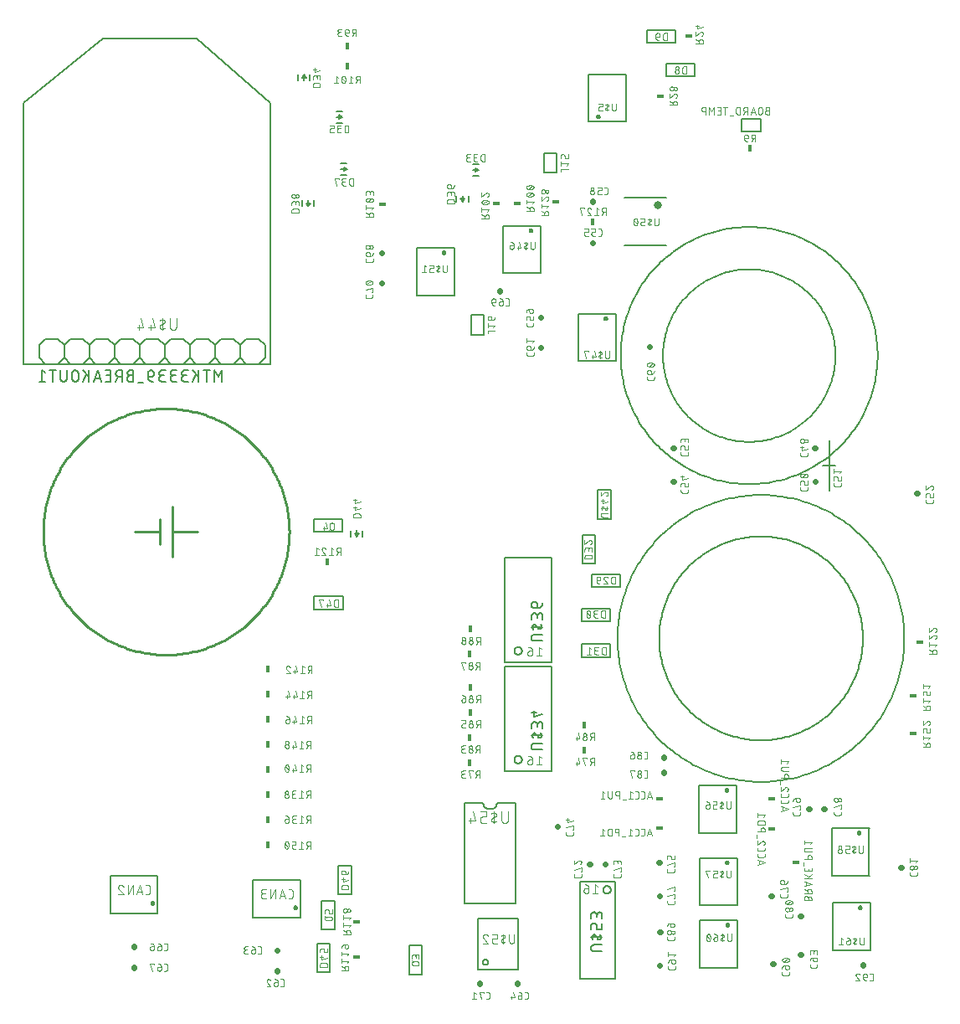
<source format=gbr>
G04 EAGLE Gerber RS-274X export*
G75*
%MOMM*%
%FSLAX34Y34*%
%LPD*%
%INSilkscreen Bottom*%
%IPPOS*%
%AMOC8*
5,1,8,0,0,1.08239X$1,22.5*%
G01*
%ADD10R,0.762000X0.457200*%
%ADD11C,0.076200*%
%ADD12C,0.152400*%
%ADD13C,0.558800*%
%ADD14C,0.203200*%
%ADD15C,0.127000*%
%ADD16R,0.457200X0.762000*%
%ADD17C,0.101600*%
%ADD18C,0.254000*%
%ADD19C,0.800000*%

G36*
X595416Y907718D02*
X595416Y907718D01*
X595458Y907732D01*
X595576Y907761D01*
X596009Y907941D01*
X596046Y907965D01*
X596152Y908023D01*
X596524Y908309D01*
X596554Y908342D01*
X596641Y908426D01*
X596927Y908798D01*
X596947Y908838D01*
X597009Y908941D01*
X597189Y909374D01*
X597198Y909418D01*
X597232Y909534D01*
X597293Y909999D01*
X597291Y910044D01*
X597293Y910165D01*
X597232Y910630D01*
X597218Y910672D01*
X597189Y910790D01*
X597009Y911223D01*
X596985Y911260D01*
X596927Y911366D01*
X596641Y911738D01*
X596608Y911768D01*
X596524Y911855D01*
X596152Y912141D01*
X596112Y912161D01*
X596009Y912223D01*
X595576Y912403D01*
X595532Y912412D01*
X595416Y912446D01*
X594951Y912507D01*
X594906Y912505D01*
X594785Y912507D01*
X594320Y912446D01*
X594278Y912432D01*
X594160Y912403D01*
X593727Y912223D01*
X593690Y912199D01*
X593584Y912141D01*
X593212Y911855D01*
X593182Y911822D01*
X593095Y911738D01*
X592809Y911366D01*
X592789Y911326D01*
X592727Y911223D01*
X592547Y910790D01*
X592538Y910746D01*
X592504Y910630D01*
X592443Y910165D01*
X592445Y910120D01*
X592443Y909999D01*
X592504Y909534D01*
X592518Y909491D01*
X592547Y909374D01*
X592727Y908941D01*
X592751Y908904D01*
X592809Y908798D01*
X593095Y908426D01*
X593128Y908396D01*
X593212Y908309D01*
X593584Y908023D01*
X593624Y908003D01*
X593727Y907941D01*
X594160Y907761D01*
X594204Y907752D01*
X594320Y907718D01*
X594785Y907657D01*
X594830Y907659D01*
X594951Y907657D01*
X595416Y907718D01*
G37*
G36*
X527344Y792402D02*
X527344Y792402D01*
X527386Y792416D01*
X527504Y792445D01*
X527937Y792625D01*
X527974Y792649D01*
X528080Y792707D01*
X528452Y792993D01*
X528482Y793026D01*
X528569Y793110D01*
X528855Y793482D01*
X528875Y793522D01*
X528937Y793625D01*
X529117Y794058D01*
X529126Y794102D01*
X529160Y794218D01*
X529221Y794683D01*
X529219Y794728D01*
X529221Y794849D01*
X529160Y795314D01*
X529146Y795356D01*
X529117Y795474D01*
X528937Y795907D01*
X528913Y795944D01*
X528855Y796050D01*
X528569Y796422D01*
X528536Y796452D01*
X528452Y796539D01*
X528080Y796825D01*
X528040Y796845D01*
X527937Y796907D01*
X527504Y797087D01*
X527460Y797096D01*
X527344Y797130D01*
X526879Y797191D01*
X526834Y797189D01*
X526713Y797191D01*
X526248Y797130D01*
X526206Y797116D01*
X526088Y797087D01*
X525655Y796907D01*
X525618Y796883D01*
X525512Y796825D01*
X525140Y796539D01*
X525110Y796506D01*
X525023Y796422D01*
X524737Y796050D01*
X524717Y796010D01*
X524655Y795907D01*
X524475Y795474D01*
X524466Y795430D01*
X524432Y795314D01*
X524371Y794849D01*
X524373Y794804D01*
X524371Y794683D01*
X524432Y794218D01*
X524446Y794175D01*
X524475Y794058D01*
X524655Y793625D01*
X524679Y793588D01*
X524737Y793482D01*
X525023Y793110D01*
X525056Y793080D01*
X525140Y792993D01*
X525512Y792707D01*
X525552Y792687D01*
X525655Y792625D01*
X526088Y792445D01*
X526132Y792436D01*
X526248Y792402D01*
X526713Y792341D01*
X526758Y792343D01*
X526879Y792341D01*
X527344Y792402D01*
G37*
G36*
X439460Y770050D02*
X439460Y770050D01*
X439502Y770064D01*
X439620Y770093D01*
X440053Y770273D01*
X440090Y770297D01*
X440196Y770355D01*
X440568Y770641D01*
X440598Y770674D01*
X440685Y770758D01*
X440971Y771130D01*
X440991Y771170D01*
X441053Y771273D01*
X441233Y771706D01*
X441242Y771750D01*
X441276Y771866D01*
X441337Y772331D01*
X441335Y772376D01*
X441337Y772497D01*
X441276Y772962D01*
X441262Y773004D01*
X441233Y773122D01*
X441053Y773555D01*
X441029Y773592D01*
X440971Y773698D01*
X440685Y774070D01*
X440652Y774100D01*
X440568Y774187D01*
X440196Y774473D01*
X440156Y774493D01*
X440053Y774555D01*
X439620Y774735D01*
X439576Y774744D01*
X439460Y774778D01*
X438995Y774839D01*
X438950Y774837D01*
X438829Y774839D01*
X438364Y774778D01*
X438322Y774764D01*
X438204Y774735D01*
X437771Y774555D01*
X437734Y774531D01*
X437628Y774473D01*
X437256Y774187D01*
X437226Y774154D01*
X437139Y774070D01*
X436853Y773698D01*
X436833Y773658D01*
X436771Y773555D01*
X436591Y773122D01*
X436582Y773078D01*
X436548Y772962D01*
X436487Y772497D01*
X436489Y772452D01*
X436487Y772331D01*
X436548Y771866D01*
X436562Y771823D01*
X436591Y771706D01*
X436771Y771273D01*
X436795Y771236D01*
X436853Y771130D01*
X437139Y770758D01*
X437172Y770728D01*
X437256Y770641D01*
X437628Y770355D01*
X437668Y770335D01*
X437771Y770273D01*
X438204Y770093D01*
X438248Y770084D01*
X438364Y770050D01*
X438829Y769989D01*
X438874Y769991D01*
X438995Y769989D01*
X439460Y770050D01*
G37*
G36*
X603036Y703502D02*
X603036Y703502D01*
X603078Y703516D01*
X603196Y703545D01*
X603629Y703725D01*
X603666Y703749D01*
X603772Y703807D01*
X604144Y704093D01*
X604174Y704126D01*
X604261Y704210D01*
X604547Y704582D01*
X604567Y704622D01*
X604629Y704725D01*
X604809Y705158D01*
X604818Y705202D01*
X604852Y705318D01*
X604913Y705783D01*
X604911Y705828D01*
X604913Y705949D01*
X604852Y706414D01*
X604838Y706456D01*
X604809Y706574D01*
X604629Y707007D01*
X604605Y707044D01*
X604547Y707150D01*
X604261Y707522D01*
X604228Y707552D01*
X604144Y707639D01*
X603772Y707925D01*
X603732Y707945D01*
X603629Y708007D01*
X603196Y708187D01*
X603152Y708196D01*
X603036Y708230D01*
X602571Y708291D01*
X602526Y708289D01*
X602405Y708291D01*
X601940Y708230D01*
X601898Y708216D01*
X601780Y708187D01*
X601347Y708007D01*
X601310Y707983D01*
X601204Y707925D01*
X600832Y707639D01*
X600802Y707606D01*
X600715Y707522D01*
X600429Y707150D01*
X600409Y707110D01*
X600347Y707007D01*
X600167Y706574D01*
X600158Y706530D01*
X600124Y706414D01*
X600063Y705949D01*
X600065Y705904D01*
X600063Y705783D01*
X600124Y705318D01*
X600138Y705275D01*
X600167Y705158D01*
X600347Y704725D01*
X600371Y704688D01*
X600429Y704582D01*
X600715Y704210D01*
X600748Y704180D01*
X600832Y704093D01*
X601204Y703807D01*
X601244Y703787D01*
X601347Y703725D01*
X601780Y703545D01*
X601824Y703536D01*
X601940Y703502D01*
X602405Y703441D01*
X602450Y703443D01*
X602571Y703441D01*
X603036Y703502D01*
G37*
G36*
X725464Y226490D02*
X725464Y226490D01*
X725506Y226504D01*
X725624Y226533D01*
X726057Y226713D01*
X726094Y226737D01*
X726200Y226795D01*
X726572Y227081D01*
X726602Y227114D01*
X726689Y227198D01*
X726975Y227570D01*
X726995Y227610D01*
X727057Y227713D01*
X727237Y228146D01*
X727246Y228190D01*
X727280Y228306D01*
X727341Y228771D01*
X727339Y228816D01*
X727341Y228937D01*
X727280Y229402D01*
X727266Y229444D01*
X727237Y229562D01*
X727057Y229995D01*
X727033Y230032D01*
X726975Y230138D01*
X726689Y230510D01*
X726656Y230540D01*
X726572Y230627D01*
X726200Y230913D01*
X726160Y230933D01*
X726057Y230995D01*
X725624Y231175D01*
X725580Y231184D01*
X725464Y231218D01*
X724999Y231279D01*
X724954Y231277D01*
X724833Y231279D01*
X724368Y231218D01*
X724326Y231204D01*
X724208Y231175D01*
X723775Y230995D01*
X723738Y230971D01*
X723632Y230913D01*
X723260Y230627D01*
X723230Y230594D01*
X723143Y230510D01*
X722857Y230138D01*
X722837Y230098D01*
X722775Y229995D01*
X722595Y229562D01*
X722586Y229518D01*
X722552Y229402D01*
X722491Y228937D01*
X722493Y228892D01*
X722491Y228771D01*
X722552Y228306D01*
X722566Y228263D01*
X722595Y228146D01*
X722775Y227713D01*
X722799Y227676D01*
X722857Y227570D01*
X723143Y227198D01*
X723176Y227168D01*
X723260Y227081D01*
X723632Y226795D01*
X723672Y226775D01*
X723775Y226713D01*
X724208Y226533D01*
X724252Y226524D01*
X724368Y226490D01*
X724833Y226429D01*
X724878Y226431D01*
X724999Y226429D01*
X725464Y226490D01*
G37*
G36*
X859322Y183310D02*
X859322Y183310D01*
X859364Y183324D01*
X859482Y183353D01*
X859915Y183533D01*
X859952Y183557D01*
X860058Y183615D01*
X860430Y183901D01*
X860460Y183934D01*
X860547Y184018D01*
X860833Y184390D01*
X860853Y184430D01*
X860915Y184533D01*
X861095Y184966D01*
X861104Y185010D01*
X861138Y185126D01*
X861199Y185591D01*
X861197Y185636D01*
X861199Y185757D01*
X861138Y186222D01*
X861124Y186264D01*
X861095Y186382D01*
X860915Y186815D01*
X860891Y186852D01*
X860833Y186958D01*
X860547Y187330D01*
X860514Y187360D01*
X860430Y187447D01*
X860058Y187733D01*
X860018Y187753D01*
X859915Y187815D01*
X859482Y187995D01*
X859438Y188004D01*
X859322Y188038D01*
X858857Y188099D01*
X858812Y188097D01*
X858691Y188099D01*
X858226Y188038D01*
X858184Y188024D01*
X858066Y187995D01*
X857633Y187815D01*
X857596Y187791D01*
X857490Y187733D01*
X857118Y187447D01*
X857088Y187414D01*
X857001Y187330D01*
X856715Y186958D01*
X856695Y186918D01*
X856633Y186815D01*
X856453Y186382D01*
X856444Y186338D01*
X856410Y186222D01*
X856349Y185757D01*
X856351Y185712D01*
X856349Y185591D01*
X856410Y185126D01*
X856424Y185083D01*
X856453Y184966D01*
X856633Y184533D01*
X856657Y184496D01*
X856715Y184390D01*
X857001Y184018D01*
X857034Y183988D01*
X857118Y183901D01*
X857490Y183615D01*
X857530Y183595D01*
X857633Y183533D01*
X858066Y183353D01*
X858110Y183344D01*
X858226Y183310D01*
X858691Y183249D01*
X858736Y183251D01*
X858857Y183249D01*
X859322Y183310D01*
G37*
G36*
X725718Y153338D02*
X725718Y153338D01*
X725760Y153352D01*
X725878Y153381D01*
X726311Y153561D01*
X726348Y153585D01*
X726454Y153643D01*
X726826Y153929D01*
X726856Y153962D01*
X726943Y154046D01*
X727229Y154418D01*
X727249Y154458D01*
X727311Y154561D01*
X727491Y154994D01*
X727500Y155038D01*
X727534Y155154D01*
X727595Y155619D01*
X727593Y155664D01*
X727595Y155785D01*
X727534Y156250D01*
X727520Y156292D01*
X727491Y156410D01*
X727311Y156843D01*
X727287Y156880D01*
X727229Y156986D01*
X726943Y157358D01*
X726910Y157388D01*
X726826Y157475D01*
X726454Y157761D01*
X726414Y157781D01*
X726311Y157843D01*
X725878Y158023D01*
X725834Y158032D01*
X725718Y158066D01*
X725253Y158127D01*
X725208Y158125D01*
X725087Y158127D01*
X724622Y158066D01*
X724580Y158052D01*
X724462Y158023D01*
X724029Y157843D01*
X723992Y157819D01*
X723886Y157761D01*
X723514Y157475D01*
X723484Y157442D01*
X723397Y157358D01*
X723111Y156986D01*
X723091Y156946D01*
X723029Y156843D01*
X722849Y156410D01*
X722840Y156366D01*
X722806Y156250D01*
X722745Y155785D01*
X722747Y155740D01*
X722745Y155619D01*
X722806Y155154D01*
X722820Y155111D01*
X722849Y154994D01*
X723029Y154561D01*
X723053Y154524D01*
X723111Y154418D01*
X723397Y154046D01*
X723430Y154016D01*
X723514Y153929D01*
X723886Y153643D01*
X723926Y153623D01*
X724029Y153561D01*
X724462Y153381D01*
X724506Y153372D01*
X724622Y153338D01*
X725087Y153277D01*
X725132Y153279D01*
X725253Y153277D01*
X725718Y153338D01*
G37*
G36*
X144820Y112190D02*
X144820Y112190D01*
X144862Y112204D01*
X144980Y112233D01*
X145413Y112413D01*
X145450Y112437D01*
X145556Y112495D01*
X145928Y112781D01*
X145958Y112814D01*
X146045Y112898D01*
X146331Y113270D01*
X146351Y113310D01*
X146413Y113413D01*
X146593Y113846D01*
X146602Y113890D01*
X146636Y114006D01*
X146697Y114471D01*
X146695Y114516D01*
X146697Y114637D01*
X146636Y115102D01*
X146622Y115144D01*
X146593Y115262D01*
X146413Y115695D01*
X146389Y115732D01*
X146331Y115838D01*
X146045Y116210D01*
X146012Y116240D01*
X145928Y116327D01*
X145556Y116613D01*
X145516Y116633D01*
X145413Y116695D01*
X144980Y116875D01*
X144936Y116884D01*
X144820Y116918D01*
X144355Y116979D01*
X144310Y116977D01*
X144189Y116979D01*
X143724Y116918D01*
X143682Y116904D01*
X143564Y116875D01*
X143131Y116695D01*
X143094Y116671D01*
X142988Y116613D01*
X142616Y116327D01*
X142586Y116294D01*
X142499Y116210D01*
X142213Y115838D01*
X142193Y115798D01*
X142131Y115695D01*
X141951Y115262D01*
X141942Y115218D01*
X141908Y115102D01*
X141847Y114637D01*
X141849Y114592D01*
X141847Y114471D01*
X141908Y114006D01*
X141922Y113963D01*
X141951Y113846D01*
X142131Y113413D01*
X142155Y113376D01*
X142213Y113270D01*
X142499Y112898D01*
X142532Y112868D01*
X142616Y112781D01*
X142988Y112495D01*
X143028Y112475D01*
X143131Y112413D01*
X143564Y112233D01*
X143608Y112224D01*
X143724Y112190D01*
X144189Y112129D01*
X144234Y112131D01*
X144355Y112129D01*
X144820Y112190D01*
G37*
G36*
X860338Y107872D02*
X860338Y107872D01*
X860380Y107886D01*
X860498Y107915D01*
X860931Y108095D01*
X860968Y108119D01*
X861074Y108177D01*
X861446Y108463D01*
X861476Y108496D01*
X861563Y108580D01*
X861849Y108952D01*
X861869Y108992D01*
X861931Y109095D01*
X862111Y109528D01*
X862120Y109572D01*
X862154Y109688D01*
X862215Y110153D01*
X862213Y110198D01*
X862215Y110319D01*
X862154Y110784D01*
X862140Y110826D01*
X862111Y110944D01*
X861931Y111377D01*
X861907Y111414D01*
X861849Y111520D01*
X861563Y111892D01*
X861530Y111922D01*
X861446Y112009D01*
X861074Y112295D01*
X861034Y112315D01*
X860931Y112377D01*
X860498Y112557D01*
X860454Y112566D01*
X860338Y112600D01*
X859873Y112661D01*
X859828Y112659D01*
X859707Y112661D01*
X859242Y112600D01*
X859200Y112586D01*
X859082Y112557D01*
X858649Y112377D01*
X858612Y112353D01*
X858506Y112295D01*
X858134Y112009D01*
X858104Y111976D01*
X858017Y111892D01*
X857731Y111520D01*
X857711Y111480D01*
X857649Y111377D01*
X857469Y110944D01*
X857460Y110900D01*
X857426Y110784D01*
X857365Y110319D01*
X857367Y110274D01*
X857365Y110153D01*
X857426Y109688D01*
X857440Y109645D01*
X857469Y109528D01*
X857649Y109095D01*
X857673Y109058D01*
X857731Y108952D01*
X858017Y108580D01*
X858050Y108550D01*
X858134Y108463D01*
X858506Y108177D01*
X858546Y108157D01*
X858649Y108095D01*
X859082Y107915D01*
X859126Y107906D01*
X859242Y107872D01*
X859707Y107811D01*
X859752Y107813D01*
X859873Y107811D01*
X860338Y107872D01*
G37*
G36*
X289346Y107872D02*
X289346Y107872D01*
X289388Y107886D01*
X289506Y107915D01*
X289939Y108095D01*
X289976Y108119D01*
X290082Y108177D01*
X290454Y108463D01*
X290484Y108496D01*
X290571Y108580D01*
X290857Y108952D01*
X290877Y108992D01*
X290939Y109095D01*
X291119Y109528D01*
X291128Y109572D01*
X291162Y109688D01*
X291223Y110153D01*
X291221Y110198D01*
X291223Y110319D01*
X291162Y110784D01*
X291148Y110826D01*
X291119Y110944D01*
X290939Y111377D01*
X290915Y111414D01*
X290857Y111520D01*
X290571Y111892D01*
X290538Y111922D01*
X290454Y112009D01*
X290082Y112295D01*
X290042Y112315D01*
X289939Y112377D01*
X289506Y112557D01*
X289462Y112566D01*
X289346Y112600D01*
X288881Y112661D01*
X288836Y112659D01*
X288715Y112661D01*
X288250Y112600D01*
X288208Y112586D01*
X288090Y112557D01*
X287657Y112377D01*
X287620Y112353D01*
X287514Y112295D01*
X287142Y112009D01*
X287112Y111976D01*
X287025Y111892D01*
X286739Y111520D01*
X286719Y111480D01*
X286657Y111377D01*
X286477Y110944D01*
X286468Y110900D01*
X286434Y110784D01*
X286373Y110319D01*
X286375Y110274D01*
X286373Y110153D01*
X286434Y109688D01*
X286448Y109645D01*
X286477Y109528D01*
X286657Y109095D01*
X286681Y109058D01*
X286739Y108952D01*
X287025Y108580D01*
X287058Y108550D01*
X287142Y108463D01*
X287514Y108177D01*
X287554Y108157D01*
X287657Y108095D01*
X288090Y107915D01*
X288134Y107906D01*
X288250Y107872D01*
X288715Y107811D01*
X288760Y107813D01*
X288881Y107811D01*
X289346Y107872D01*
G37*
G36*
X726226Y90346D02*
X726226Y90346D01*
X726268Y90360D01*
X726386Y90389D01*
X726819Y90569D01*
X726856Y90593D01*
X726962Y90651D01*
X727334Y90937D01*
X727364Y90970D01*
X727451Y91054D01*
X727737Y91426D01*
X727757Y91466D01*
X727819Y91569D01*
X727999Y92002D01*
X728008Y92046D01*
X728042Y92162D01*
X728103Y92627D01*
X728101Y92672D01*
X728103Y92793D01*
X728042Y93258D01*
X728028Y93300D01*
X727999Y93418D01*
X727819Y93851D01*
X727795Y93888D01*
X727737Y93994D01*
X727451Y94366D01*
X727418Y94396D01*
X727334Y94483D01*
X726962Y94769D01*
X726922Y94789D01*
X726819Y94851D01*
X726386Y95031D01*
X726342Y95040D01*
X726226Y95074D01*
X725761Y95135D01*
X725716Y95133D01*
X725595Y95135D01*
X725130Y95074D01*
X725088Y95060D01*
X724970Y95031D01*
X724537Y94851D01*
X724500Y94827D01*
X724394Y94769D01*
X724022Y94483D01*
X723992Y94450D01*
X723905Y94366D01*
X723619Y93994D01*
X723599Y93954D01*
X723537Y93851D01*
X723357Y93418D01*
X723348Y93374D01*
X723314Y93258D01*
X723253Y92793D01*
X723255Y92748D01*
X723253Y92627D01*
X723314Y92162D01*
X723328Y92119D01*
X723357Y92002D01*
X723537Y91569D01*
X723561Y91532D01*
X723619Y91426D01*
X723905Y91054D01*
X723938Y91024D01*
X724022Y90937D01*
X724394Y90651D01*
X724434Y90631D01*
X724537Y90569D01*
X724970Y90389D01*
X725014Y90380D01*
X725130Y90346D01*
X725595Y90285D01*
X725640Y90287D01*
X725761Y90285D01*
X726226Y90346D01*
G37*
D10*
X656590Y190500D03*
D11*
X646754Y190246D02*
X649209Y182880D01*
X644298Y182880D02*
X646754Y190246D01*
X648595Y184722D02*
X644912Y184722D01*
X639871Y182880D02*
X638234Y182880D01*
X639871Y182880D02*
X639949Y182882D01*
X640027Y182887D01*
X640104Y182897D01*
X640181Y182910D01*
X640257Y182926D01*
X640332Y182946D01*
X640406Y182970D01*
X640479Y182997D01*
X640551Y183028D01*
X640621Y183062D01*
X640690Y183099D01*
X640756Y183140D01*
X640821Y183184D01*
X640883Y183230D01*
X640943Y183280D01*
X641001Y183332D01*
X641056Y183387D01*
X641108Y183445D01*
X641158Y183505D01*
X641204Y183567D01*
X641248Y183632D01*
X641289Y183699D01*
X641326Y183767D01*
X641360Y183837D01*
X641391Y183909D01*
X641418Y183982D01*
X641442Y184056D01*
X641462Y184131D01*
X641478Y184207D01*
X641491Y184284D01*
X641501Y184361D01*
X641506Y184439D01*
X641508Y184517D01*
X641508Y188609D01*
X641506Y188687D01*
X641501Y188765D01*
X641491Y188842D01*
X641478Y188919D01*
X641462Y188995D01*
X641442Y189070D01*
X641418Y189144D01*
X641391Y189217D01*
X641360Y189289D01*
X641326Y189359D01*
X641289Y189428D01*
X641248Y189494D01*
X641204Y189559D01*
X641158Y189621D01*
X641108Y189681D01*
X641056Y189739D01*
X641001Y189794D01*
X640943Y189846D01*
X640883Y189896D01*
X640821Y189942D01*
X640756Y189986D01*
X640690Y190027D01*
X640621Y190064D01*
X640551Y190098D01*
X640479Y190129D01*
X640406Y190156D01*
X640332Y190180D01*
X640257Y190200D01*
X640181Y190216D01*
X640104Y190229D01*
X640027Y190239D01*
X639949Y190244D01*
X639871Y190246D01*
X638234Y190246D01*
X633775Y182880D02*
X632138Y182880D01*
X633775Y182880D02*
X633853Y182882D01*
X633931Y182887D01*
X634008Y182897D01*
X634085Y182910D01*
X634161Y182926D01*
X634236Y182946D01*
X634310Y182970D01*
X634383Y182997D01*
X634455Y183028D01*
X634525Y183062D01*
X634594Y183099D01*
X634660Y183140D01*
X634725Y183184D01*
X634787Y183230D01*
X634847Y183280D01*
X634905Y183332D01*
X634960Y183387D01*
X635012Y183445D01*
X635062Y183505D01*
X635108Y183567D01*
X635152Y183632D01*
X635193Y183699D01*
X635230Y183767D01*
X635264Y183837D01*
X635295Y183909D01*
X635322Y183982D01*
X635346Y184056D01*
X635366Y184131D01*
X635382Y184207D01*
X635395Y184284D01*
X635405Y184361D01*
X635410Y184439D01*
X635412Y184517D01*
X635412Y188609D01*
X635410Y188687D01*
X635405Y188765D01*
X635395Y188842D01*
X635382Y188919D01*
X635366Y188995D01*
X635346Y189070D01*
X635322Y189144D01*
X635295Y189217D01*
X635264Y189289D01*
X635230Y189359D01*
X635193Y189428D01*
X635152Y189494D01*
X635108Y189559D01*
X635062Y189621D01*
X635012Y189681D01*
X634960Y189739D01*
X634905Y189794D01*
X634847Y189846D01*
X634787Y189896D01*
X634725Y189942D01*
X634660Y189986D01*
X634594Y190027D01*
X634525Y190064D01*
X634455Y190098D01*
X634383Y190129D01*
X634310Y190156D01*
X634236Y190180D01*
X634161Y190200D01*
X634085Y190216D01*
X634008Y190229D01*
X633931Y190239D01*
X633853Y190244D01*
X633775Y190246D01*
X632138Y190246D01*
X629293Y188609D02*
X627247Y190246D01*
X627247Y182880D01*
X629293Y182880D02*
X625200Y182880D01*
X622300Y182062D02*
X619026Y182062D01*
X615764Y182880D02*
X615764Y190246D01*
X613718Y190246D01*
X613629Y190244D01*
X613540Y190238D01*
X613451Y190228D01*
X613363Y190215D01*
X613275Y190198D01*
X613188Y190176D01*
X613103Y190151D01*
X613018Y190123D01*
X612935Y190090D01*
X612853Y190054D01*
X612773Y190015D01*
X612695Y189972D01*
X612619Y189926D01*
X612544Y189876D01*
X612472Y189823D01*
X612403Y189767D01*
X612336Y189708D01*
X612271Y189647D01*
X612210Y189582D01*
X612151Y189515D01*
X612095Y189446D01*
X612042Y189374D01*
X611992Y189299D01*
X611946Y189223D01*
X611903Y189145D01*
X611864Y189065D01*
X611828Y188983D01*
X611795Y188900D01*
X611767Y188815D01*
X611742Y188730D01*
X611720Y188643D01*
X611703Y188555D01*
X611690Y188467D01*
X611680Y188378D01*
X611674Y188289D01*
X611672Y188200D01*
X611674Y188111D01*
X611680Y188022D01*
X611690Y187933D01*
X611703Y187845D01*
X611720Y187757D01*
X611742Y187670D01*
X611767Y187585D01*
X611795Y187500D01*
X611828Y187417D01*
X611864Y187335D01*
X611903Y187255D01*
X611946Y187177D01*
X611992Y187101D01*
X612042Y187026D01*
X612095Y186954D01*
X612151Y186885D01*
X612210Y186818D01*
X612271Y186753D01*
X612336Y186692D01*
X612403Y186633D01*
X612472Y186577D01*
X612544Y186524D01*
X612619Y186474D01*
X612695Y186428D01*
X612773Y186385D01*
X612853Y186346D01*
X612935Y186310D01*
X613018Y186277D01*
X613103Y186249D01*
X613188Y186224D01*
X613275Y186202D01*
X613363Y186185D01*
X613451Y186172D01*
X613540Y186162D01*
X613629Y186156D01*
X613718Y186154D01*
X615764Y186154D01*
X608566Y182880D02*
X608566Y190246D01*
X606520Y190246D01*
X606431Y190244D01*
X606342Y190238D01*
X606253Y190228D01*
X606165Y190215D01*
X606077Y190198D01*
X605990Y190176D01*
X605905Y190151D01*
X605820Y190123D01*
X605737Y190090D01*
X605655Y190054D01*
X605575Y190015D01*
X605497Y189972D01*
X605421Y189926D01*
X605346Y189876D01*
X605274Y189823D01*
X605205Y189767D01*
X605138Y189708D01*
X605073Y189647D01*
X605012Y189582D01*
X604953Y189515D01*
X604897Y189446D01*
X604844Y189374D01*
X604794Y189299D01*
X604748Y189223D01*
X604705Y189145D01*
X604666Y189065D01*
X604630Y188983D01*
X604597Y188900D01*
X604569Y188815D01*
X604544Y188730D01*
X604522Y188643D01*
X604505Y188555D01*
X604492Y188467D01*
X604482Y188378D01*
X604476Y188289D01*
X604474Y188200D01*
X604474Y184926D01*
X604476Y184837D01*
X604482Y184748D01*
X604492Y184659D01*
X604505Y184571D01*
X604522Y184483D01*
X604544Y184396D01*
X604569Y184311D01*
X604597Y184226D01*
X604630Y184143D01*
X604666Y184061D01*
X604705Y183981D01*
X604748Y183903D01*
X604794Y183827D01*
X604844Y183752D01*
X604897Y183680D01*
X604953Y183611D01*
X605012Y183544D01*
X605073Y183479D01*
X605138Y183418D01*
X605205Y183359D01*
X605274Y183303D01*
X605346Y183250D01*
X605421Y183200D01*
X605497Y183154D01*
X605575Y183111D01*
X605655Y183072D01*
X605737Y183036D01*
X605820Y183003D01*
X605905Y182975D01*
X605990Y182950D01*
X606077Y182928D01*
X606165Y182911D01*
X606253Y182898D01*
X606342Y182888D01*
X606431Y182882D01*
X606520Y182880D01*
X608566Y182880D01*
X601007Y188609D02*
X598961Y190246D01*
X598961Y182880D01*
X601007Y182880D02*
X596915Y182880D01*
D10*
X656590Y220472D03*
D11*
X649463Y220472D02*
X647008Y227838D01*
X644552Y220472D01*
X645166Y222314D02*
X648849Y222314D01*
X640125Y220472D02*
X638488Y220472D01*
X640125Y220472D02*
X640203Y220474D01*
X640281Y220479D01*
X640358Y220489D01*
X640435Y220502D01*
X640511Y220518D01*
X640586Y220538D01*
X640660Y220562D01*
X640733Y220589D01*
X640805Y220620D01*
X640875Y220654D01*
X640944Y220691D01*
X641010Y220732D01*
X641075Y220776D01*
X641137Y220822D01*
X641197Y220872D01*
X641255Y220924D01*
X641310Y220979D01*
X641362Y221037D01*
X641412Y221097D01*
X641458Y221159D01*
X641502Y221224D01*
X641543Y221291D01*
X641580Y221359D01*
X641614Y221429D01*
X641645Y221501D01*
X641672Y221574D01*
X641696Y221648D01*
X641716Y221723D01*
X641732Y221799D01*
X641745Y221876D01*
X641755Y221953D01*
X641760Y222031D01*
X641762Y222109D01*
X641762Y226201D01*
X641760Y226279D01*
X641755Y226357D01*
X641745Y226434D01*
X641732Y226511D01*
X641716Y226587D01*
X641696Y226662D01*
X641672Y226736D01*
X641645Y226809D01*
X641614Y226881D01*
X641580Y226951D01*
X641543Y227020D01*
X641502Y227086D01*
X641458Y227151D01*
X641412Y227213D01*
X641362Y227273D01*
X641310Y227331D01*
X641255Y227386D01*
X641197Y227438D01*
X641137Y227488D01*
X641075Y227534D01*
X641010Y227578D01*
X640944Y227619D01*
X640875Y227656D01*
X640805Y227690D01*
X640733Y227721D01*
X640660Y227748D01*
X640586Y227772D01*
X640511Y227792D01*
X640435Y227808D01*
X640358Y227821D01*
X640281Y227831D01*
X640203Y227836D01*
X640125Y227838D01*
X638488Y227838D01*
X634029Y220472D02*
X632392Y220472D01*
X634029Y220472D02*
X634107Y220474D01*
X634185Y220479D01*
X634262Y220489D01*
X634339Y220502D01*
X634415Y220518D01*
X634490Y220538D01*
X634564Y220562D01*
X634637Y220589D01*
X634709Y220620D01*
X634779Y220654D01*
X634848Y220691D01*
X634914Y220732D01*
X634979Y220776D01*
X635041Y220822D01*
X635101Y220872D01*
X635159Y220924D01*
X635214Y220979D01*
X635266Y221037D01*
X635316Y221097D01*
X635362Y221159D01*
X635406Y221224D01*
X635447Y221291D01*
X635484Y221359D01*
X635518Y221429D01*
X635549Y221501D01*
X635576Y221574D01*
X635600Y221648D01*
X635620Y221723D01*
X635636Y221799D01*
X635649Y221876D01*
X635659Y221953D01*
X635664Y222031D01*
X635666Y222109D01*
X635666Y226201D01*
X635664Y226279D01*
X635659Y226357D01*
X635649Y226434D01*
X635636Y226511D01*
X635620Y226587D01*
X635600Y226662D01*
X635576Y226736D01*
X635549Y226809D01*
X635518Y226881D01*
X635484Y226951D01*
X635447Y227020D01*
X635406Y227086D01*
X635362Y227151D01*
X635316Y227213D01*
X635266Y227273D01*
X635214Y227331D01*
X635159Y227386D01*
X635101Y227438D01*
X635041Y227488D01*
X634979Y227534D01*
X634914Y227578D01*
X634848Y227619D01*
X634779Y227656D01*
X634709Y227690D01*
X634637Y227721D01*
X634564Y227748D01*
X634490Y227772D01*
X634415Y227792D01*
X634339Y227808D01*
X634262Y227821D01*
X634185Y227831D01*
X634107Y227836D01*
X634029Y227838D01*
X632392Y227838D01*
X629547Y226201D02*
X627501Y227838D01*
X627501Y220472D01*
X629547Y220472D02*
X625454Y220472D01*
X622554Y219654D02*
X619280Y219654D01*
X616018Y220472D02*
X616018Y227838D01*
X613972Y227838D01*
X613883Y227836D01*
X613794Y227830D01*
X613705Y227820D01*
X613617Y227807D01*
X613529Y227790D01*
X613442Y227768D01*
X613357Y227743D01*
X613272Y227715D01*
X613189Y227682D01*
X613107Y227646D01*
X613027Y227607D01*
X612949Y227564D01*
X612873Y227518D01*
X612798Y227468D01*
X612726Y227415D01*
X612657Y227359D01*
X612590Y227300D01*
X612525Y227239D01*
X612464Y227174D01*
X612405Y227107D01*
X612349Y227038D01*
X612296Y226966D01*
X612246Y226891D01*
X612200Y226815D01*
X612157Y226737D01*
X612118Y226657D01*
X612082Y226575D01*
X612049Y226492D01*
X612021Y226407D01*
X611996Y226322D01*
X611974Y226235D01*
X611957Y226147D01*
X611944Y226059D01*
X611934Y225970D01*
X611928Y225881D01*
X611926Y225792D01*
X611928Y225703D01*
X611934Y225614D01*
X611944Y225525D01*
X611957Y225437D01*
X611974Y225349D01*
X611996Y225262D01*
X612021Y225177D01*
X612049Y225092D01*
X612082Y225009D01*
X612118Y224927D01*
X612157Y224847D01*
X612200Y224769D01*
X612246Y224693D01*
X612296Y224618D01*
X612349Y224546D01*
X612405Y224477D01*
X612464Y224410D01*
X612525Y224345D01*
X612590Y224284D01*
X612657Y224225D01*
X612726Y224169D01*
X612798Y224116D01*
X612873Y224066D01*
X612949Y224020D01*
X613027Y223977D01*
X613107Y223938D01*
X613189Y223902D01*
X613272Y223869D01*
X613357Y223841D01*
X613442Y223816D01*
X613529Y223794D01*
X613617Y223777D01*
X613705Y223764D01*
X613794Y223754D01*
X613883Y223748D01*
X613972Y223746D01*
X616018Y223746D01*
X608820Y222518D02*
X608820Y227838D01*
X608820Y222518D02*
X608818Y222429D01*
X608812Y222340D01*
X608802Y222251D01*
X608789Y222163D01*
X608772Y222075D01*
X608750Y221988D01*
X608725Y221903D01*
X608697Y221818D01*
X608664Y221735D01*
X608628Y221653D01*
X608589Y221573D01*
X608546Y221495D01*
X608500Y221419D01*
X608450Y221344D01*
X608397Y221272D01*
X608341Y221203D01*
X608282Y221136D01*
X608221Y221071D01*
X608156Y221010D01*
X608089Y220951D01*
X608020Y220895D01*
X607948Y220842D01*
X607873Y220792D01*
X607797Y220746D01*
X607719Y220703D01*
X607639Y220664D01*
X607557Y220628D01*
X607474Y220595D01*
X607389Y220567D01*
X607304Y220542D01*
X607217Y220520D01*
X607129Y220503D01*
X607041Y220490D01*
X606952Y220480D01*
X606863Y220474D01*
X606774Y220472D01*
X606685Y220474D01*
X606596Y220480D01*
X606507Y220490D01*
X606419Y220503D01*
X606331Y220520D01*
X606244Y220542D01*
X606159Y220567D01*
X606074Y220595D01*
X605991Y220628D01*
X605909Y220664D01*
X605829Y220703D01*
X605751Y220746D01*
X605675Y220792D01*
X605600Y220842D01*
X605528Y220895D01*
X605459Y220951D01*
X605392Y221010D01*
X605327Y221071D01*
X605266Y221136D01*
X605207Y221203D01*
X605151Y221272D01*
X605098Y221344D01*
X605048Y221419D01*
X605002Y221495D01*
X604959Y221573D01*
X604920Y221653D01*
X604884Y221735D01*
X604851Y221818D01*
X604823Y221903D01*
X604798Y221988D01*
X604776Y222075D01*
X604759Y222163D01*
X604746Y222251D01*
X604736Y222340D01*
X604730Y222429D01*
X604728Y222518D01*
X604728Y227838D01*
X601261Y226201D02*
X599215Y227838D01*
X599215Y220472D01*
X601261Y220472D02*
X597169Y220472D01*
D10*
X770636Y190246D03*
D11*
X763270Y156140D02*
X755904Y153685D01*
X755904Y158596D02*
X763270Y156140D01*
X757746Y154299D02*
X757746Y157982D01*
X755904Y163023D02*
X755904Y164660D01*
X755904Y163023D02*
X755906Y162945D01*
X755911Y162867D01*
X755921Y162790D01*
X755934Y162713D01*
X755950Y162637D01*
X755970Y162562D01*
X755994Y162488D01*
X756021Y162415D01*
X756052Y162343D01*
X756086Y162273D01*
X756123Y162205D01*
X756164Y162138D01*
X756208Y162073D01*
X756254Y162011D01*
X756304Y161951D01*
X756356Y161893D01*
X756411Y161838D01*
X756469Y161786D01*
X756529Y161736D01*
X756591Y161690D01*
X756656Y161646D01*
X756723Y161605D01*
X756791Y161568D01*
X756861Y161534D01*
X756933Y161503D01*
X757006Y161476D01*
X757080Y161452D01*
X757155Y161432D01*
X757231Y161416D01*
X757308Y161403D01*
X757385Y161393D01*
X757463Y161388D01*
X757541Y161386D01*
X761633Y161386D01*
X761711Y161388D01*
X761789Y161393D01*
X761866Y161403D01*
X761943Y161416D01*
X762019Y161432D01*
X762094Y161452D01*
X762168Y161476D01*
X762241Y161503D01*
X762313Y161534D01*
X762383Y161568D01*
X762452Y161605D01*
X762518Y161646D01*
X762583Y161690D01*
X762645Y161736D01*
X762705Y161786D01*
X762763Y161838D01*
X762818Y161893D01*
X762870Y161951D01*
X762920Y162011D01*
X762966Y162073D01*
X763010Y162138D01*
X763051Y162205D01*
X763088Y162273D01*
X763122Y162343D01*
X763153Y162415D01*
X763180Y162488D01*
X763204Y162562D01*
X763224Y162637D01*
X763240Y162713D01*
X763253Y162790D01*
X763263Y162867D01*
X763268Y162945D01*
X763270Y163023D01*
X763270Y164660D01*
X755904Y169119D02*
X755904Y170756D01*
X755904Y169119D02*
X755906Y169041D01*
X755911Y168963D01*
X755921Y168886D01*
X755934Y168809D01*
X755950Y168733D01*
X755970Y168658D01*
X755994Y168584D01*
X756021Y168511D01*
X756052Y168439D01*
X756086Y168369D01*
X756123Y168301D01*
X756164Y168234D01*
X756208Y168169D01*
X756254Y168107D01*
X756304Y168047D01*
X756356Y167989D01*
X756411Y167934D01*
X756469Y167882D01*
X756529Y167832D01*
X756591Y167786D01*
X756656Y167742D01*
X756723Y167701D01*
X756791Y167664D01*
X756861Y167630D01*
X756933Y167599D01*
X757006Y167572D01*
X757080Y167548D01*
X757155Y167528D01*
X757231Y167512D01*
X757308Y167499D01*
X757385Y167489D01*
X757463Y167484D01*
X757541Y167482D01*
X761633Y167482D01*
X761711Y167484D01*
X761789Y167489D01*
X761866Y167499D01*
X761943Y167512D01*
X762019Y167528D01*
X762094Y167548D01*
X762168Y167572D01*
X762241Y167599D01*
X762313Y167630D01*
X762383Y167664D01*
X762452Y167701D01*
X762518Y167742D01*
X762583Y167786D01*
X762645Y167832D01*
X762705Y167882D01*
X762763Y167934D01*
X762818Y167989D01*
X762870Y168047D01*
X762920Y168107D01*
X762966Y168169D01*
X763010Y168234D01*
X763051Y168301D01*
X763088Y168369D01*
X763122Y168439D01*
X763153Y168511D01*
X763180Y168584D01*
X763204Y168658D01*
X763224Y168733D01*
X763240Y168809D01*
X763253Y168886D01*
X763263Y168963D01*
X763268Y169041D01*
X763270Y169119D01*
X763270Y170756D01*
X763271Y175852D02*
X763269Y175937D01*
X763263Y176022D01*
X763253Y176106D01*
X763240Y176190D01*
X763222Y176274D01*
X763201Y176356D01*
X763176Y176437D01*
X763147Y176517D01*
X763114Y176596D01*
X763078Y176673D01*
X763038Y176748D01*
X762995Y176822D01*
X762949Y176893D01*
X762899Y176962D01*
X762846Y177029D01*
X762790Y177093D01*
X762731Y177154D01*
X762670Y177213D01*
X762606Y177269D01*
X762539Y177322D01*
X762470Y177372D01*
X762399Y177418D01*
X762325Y177461D01*
X762250Y177501D01*
X762173Y177537D01*
X762094Y177570D01*
X762014Y177599D01*
X761933Y177624D01*
X761851Y177645D01*
X761767Y177663D01*
X761683Y177676D01*
X761599Y177686D01*
X761514Y177692D01*
X761429Y177694D01*
X763270Y175852D02*
X763268Y175756D01*
X763262Y175660D01*
X763252Y175565D01*
X763239Y175470D01*
X763221Y175375D01*
X763200Y175282D01*
X763175Y175189D01*
X763146Y175098D01*
X763114Y175007D01*
X763078Y174918D01*
X763038Y174831D01*
X762995Y174745D01*
X762949Y174661D01*
X762899Y174579D01*
X762845Y174499D01*
X762789Y174422D01*
X762729Y174347D01*
X762667Y174274D01*
X762601Y174204D01*
X762533Y174136D01*
X762462Y174071D01*
X762389Y174010D01*
X762313Y173951D01*
X762234Y173895D01*
X762154Y173843D01*
X762071Y173794D01*
X761987Y173748D01*
X761901Y173706D01*
X761813Y173668D01*
X761724Y173633D01*
X761633Y173601D01*
X759997Y177080D02*
X760056Y177140D01*
X760118Y177197D01*
X760182Y177252D01*
X760249Y177303D01*
X760318Y177352D01*
X760388Y177398D01*
X760461Y177441D01*
X760535Y177481D01*
X760611Y177517D01*
X760689Y177550D01*
X760768Y177580D01*
X760848Y177607D01*
X760929Y177630D01*
X761011Y177649D01*
X761093Y177665D01*
X761177Y177678D01*
X761261Y177687D01*
X761345Y177692D01*
X761429Y177694D01*
X759996Y177080D02*
X755904Y173601D01*
X755904Y177694D01*
X755086Y180594D02*
X755086Y183868D01*
X755904Y187130D02*
X763270Y187130D01*
X763270Y189176D01*
X763268Y189265D01*
X763262Y189354D01*
X763252Y189443D01*
X763239Y189531D01*
X763222Y189619D01*
X763200Y189706D01*
X763175Y189791D01*
X763147Y189876D01*
X763114Y189959D01*
X763078Y190041D01*
X763039Y190121D01*
X762996Y190199D01*
X762950Y190275D01*
X762900Y190350D01*
X762847Y190422D01*
X762791Y190491D01*
X762732Y190558D01*
X762671Y190623D01*
X762606Y190684D01*
X762539Y190743D01*
X762470Y190799D01*
X762398Y190852D01*
X762323Y190902D01*
X762247Y190948D01*
X762169Y190991D01*
X762089Y191030D01*
X762007Y191066D01*
X761924Y191099D01*
X761839Y191127D01*
X761754Y191152D01*
X761667Y191174D01*
X761579Y191191D01*
X761491Y191204D01*
X761402Y191214D01*
X761313Y191220D01*
X761224Y191222D01*
X761135Y191220D01*
X761046Y191214D01*
X760957Y191204D01*
X760869Y191191D01*
X760781Y191174D01*
X760694Y191152D01*
X760609Y191127D01*
X760524Y191099D01*
X760441Y191066D01*
X760359Y191030D01*
X760279Y190991D01*
X760201Y190948D01*
X760125Y190902D01*
X760050Y190852D01*
X759978Y190799D01*
X759909Y190743D01*
X759842Y190684D01*
X759777Y190623D01*
X759716Y190558D01*
X759657Y190491D01*
X759601Y190422D01*
X759548Y190350D01*
X759498Y190275D01*
X759452Y190199D01*
X759409Y190121D01*
X759370Y190041D01*
X759334Y189959D01*
X759301Y189876D01*
X759273Y189791D01*
X759248Y189706D01*
X759226Y189619D01*
X759209Y189531D01*
X759196Y189443D01*
X759186Y189354D01*
X759180Y189265D01*
X759178Y189176D01*
X759178Y187130D01*
X755904Y194328D02*
X763270Y194328D01*
X763270Y196374D01*
X763268Y196463D01*
X763262Y196552D01*
X763252Y196641D01*
X763239Y196729D01*
X763222Y196817D01*
X763200Y196904D01*
X763175Y196989D01*
X763147Y197074D01*
X763114Y197157D01*
X763078Y197239D01*
X763039Y197319D01*
X762996Y197397D01*
X762950Y197473D01*
X762900Y197548D01*
X762847Y197620D01*
X762791Y197689D01*
X762732Y197756D01*
X762671Y197821D01*
X762606Y197882D01*
X762539Y197941D01*
X762470Y197997D01*
X762398Y198050D01*
X762323Y198100D01*
X762247Y198146D01*
X762169Y198189D01*
X762089Y198228D01*
X762007Y198264D01*
X761924Y198297D01*
X761839Y198325D01*
X761754Y198350D01*
X761667Y198372D01*
X761579Y198389D01*
X761491Y198402D01*
X761402Y198412D01*
X761313Y198418D01*
X761224Y198420D01*
X757950Y198420D01*
X757861Y198418D01*
X757772Y198412D01*
X757683Y198402D01*
X757595Y198389D01*
X757507Y198372D01*
X757420Y198350D01*
X757335Y198325D01*
X757250Y198297D01*
X757167Y198264D01*
X757085Y198228D01*
X757005Y198189D01*
X756927Y198146D01*
X756851Y198100D01*
X756776Y198050D01*
X756704Y197997D01*
X756635Y197941D01*
X756568Y197882D01*
X756503Y197821D01*
X756442Y197756D01*
X756383Y197689D01*
X756327Y197620D01*
X756274Y197548D01*
X756224Y197473D01*
X756178Y197397D01*
X756135Y197319D01*
X756096Y197239D01*
X756060Y197157D01*
X756027Y197074D01*
X755999Y196989D01*
X755974Y196904D01*
X755952Y196817D01*
X755935Y196729D01*
X755922Y196641D01*
X755912Y196552D01*
X755906Y196463D01*
X755904Y196374D01*
X755904Y194328D01*
X761633Y201887D02*
X763270Y203933D01*
X755904Y203933D01*
X755904Y201887D02*
X755904Y205979D01*
D10*
X770636Y220218D03*
D11*
X779526Y208041D02*
X786892Y210496D01*
X779526Y212952D01*
X781368Y212338D02*
X781368Y208655D01*
X779526Y217379D02*
X779526Y219016D01*
X779526Y217379D02*
X779528Y217301D01*
X779533Y217223D01*
X779543Y217146D01*
X779556Y217069D01*
X779572Y216993D01*
X779592Y216918D01*
X779616Y216844D01*
X779643Y216771D01*
X779674Y216699D01*
X779708Y216629D01*
X779745Y216561D01*
X779786Y216494D01*
X779830Y216429D01*
X779876Y216367D01*
X779926Y216307D01*
X779978Y216249D01*
X780033Y216194D01*
X780091Y216142D01*
X780151Y216092D01*
X780213Y216046D01*
X780278Y216002D01*
X780345Y215961D01*
X780413Y215924D01*
X780483Y215890D01*
X780555Y215859D01*
X780628Y215832D01*
X780702Y215808D01*
X780777Y215788D01*
X780853Y215772D01*
X780930Y215759D01*
X781007Y215749D01*
X781085Y215744D01*
X781163Y215742D01*
X785255Y215742D01*
X785333Y215744D01*
X785411Y215749D01*
X785488Y215759D01*
X785565Y215772D01*
X785641Y215788D01*
X785716Y215808D01*
X785790Y215832D01*
X785863Y215859D01*
X785935Y215890D01*
X786005Y215924D01*
X786074Y215961D01*
X786140Y216002D01*
X786205Y216046D01*
X786267Y216092D01*
X786327Y216142D01*
X786385Y216194D01*
X786440Y216249D01*
X786492Y216307D01*
X786542Y216367D01*
X786588Y216429D01*
X786632Y216494D01*
X786673Y216561D01*
X786710Y216629D01*
X786744Y216699D01*
X786775Y216771D01*
X786802Y216844D01*
X786826Y216918D01*
X786846Y216993D01*
X786862Y217069D01*
X786875Y217146D01*
X786885Y217223D01*
X786890Y217301D01*
X786892Y217379D01*
X786892Y219016D01*
X779526Y223475D02*
X779526Y225112D01*
X779526Y223475D02*
X779528Y223397D01*
X779533Y223319D01*
X779543Y223242D01*
X779556Y223165D01*
X779572Y223089D01*
X779592Y223014D01*
X779616Y222940D01*
X779643Y222867D01*
X779674Y222795D01*
X779708Y222725D01*
X779745Y222657D01*
X779786Y222590D01*
X779830Y222525D01*
X779876Y222463D01*
X779926Y222403D01*
X779978Y222345D01*
X780033Y222290D01*
X780091Y222238D01*
X780151Y222188D01*
X780213Y222142D01*
X780278Y222098D01*
X780345Y222057D01*
X780413Y222020D01*
X780483Y221986D01*
X780555Y221955D01*
X780628Y221928D01*
X780702Y221904D01*
X780777Y221884D01*
X780853Y221868D01*
X780930Y221855D01*
X781007Y221845D01*
X781085Y221840D01*
X781163Y221838D01*
X785255Y221838D01*
X785333Y221840D01*
X785411Y221845D01*
X785488Y221855D01*
X785565Y221868D01*
X785641Y221884D01*
X785716Y221904D01*
X785790Y221928D01*
X785863Y221955D01*
X785935Y221986D01*
X786005Y222020D01*
X786074Y222057D01*
X786140Y222098D01*
X786205Y222142D01*
X786267Y222188D01*
X786327Y222238D01*
X786385Y222290D01*
X786440Y222345D01*
X786492Y222403D01*
X786542Y222463D01*
X786588Y222525D01*
X786632Y222590D01*
X786673Y222657D01*
X786710Y222725D01*
X786744Y222795D01*
X786775Y222867D01*
X786802Y222940D01*
X786826Y223014D01*
X786846Y223089D01*
X786862Y223165D01*
X786875Y223242D01*
X786885Y223319D01*
X786890Y223397D01*
X786892Y223475D01*
X786892Y225112D01*
X786893Y230208D02*
X786891Y230293D01*
X786885Y230378D01*
X786875Y230462D01*
X786862Y230546D01*
X786844Y230630D01*
X786823Y230712D01*
X786798Y230793D01*
X786769Y230873D01*
X786736Y230952D01*
X786700Y231029D01*
X786660Y231104D01*
X786617Y231178D01*
X786571Y231249D01*
X786521Y231318D01*
X786468Y231385D01*
X786412Y231449D01*
X786353Y231510D01*
X786292Y231569D01*
X786228Y231625D01*
X786161Y231678D01*
X786092Y231728D01*
X786021Y231774D01*
X785947Y231817D01*
X785872Y231857D01*
X785795Y231893D01*
X785716Y231926D01*
X785636Y231955D01*
X785555Y231980D01*
X785473Y232001D01*
X785389Y232019D01*
X785305Y232032D01*
X785221Y232042D01*
X785136Y232048D01*
X785051Y232050D01*
X786892Y230208D02*
X786890Y230112D01*
X786884Y230016D01*
X786874Y229921D01*
X786861Y229826D01*
X786843Y229731D01*
X786822Y229638D01*
X786797Y229545D01*
X786768Y229454D01*
X786736Y229363D01*
X786700Y229274D01*
X786660Y229187D01*
X786617Y229101D01*
X786571Y229017D01*
X786521Y228935D01*
X786467Y228855D01*
X786411Y228778D01*
X786351Y228703D01*
X786289Y228630D01*
X786223Y228560D01*
X786155Y228492D01*
X786084Y228427D01*
X786011Y228366D01*
X785935Y228307D01*
X785856Y228251D01*
X785776Y228199D01*
X785693Y228150D01*
X785609Y228104D01*
X785523Y228062D01*
X785435Y228024D01*
X785346Y227989D01*
X785255Y227957D01*
X783619Y231436D02*
X783678Y231496D01*
X783740Y231553D01*
X783804Y231608D01*
X783871Y231659D01*
X783940Y231708D01*
X784010Y231754D01*
X784083Y231797D01*
X784157Y231837D01*
X784233Y231873D01*
X784311Y231906D01*
X784390Y231936D01*
X784470Y231963D01*
X784551Y231986D01*
X784633Y232005D01*
X784715Y232021D01*
X784799Y232034D01*
X784883Y232043D01*
X784967Y232048D01*
X785051Y232050D01*
X783618Y231436D02*
X779526Y227957D01*
X779526Y232050D01*
X778708Y234950D02*
X778708Y238224D01*
X779526Y241486D02*
X786892Y241486D01*
X786892Y243532D01*
X786890Y243621D01*
X786884Y243710D01*
X786874Y243799D01*
X786861Y243887D01*
X786844Y243975D01*
X786822Y244062D01*
X786797Y244147D01*
X786769Y244232D01*
X786736Y244315D01*
X786700Y244397D01*
X786661Y244477D01*
X786618Y244555D01*
X786572Y244631D01*
X786522Y244706D01*
X786469Y244778D01*
X786413Y244847D01*
X786354Y244914D01*
X786293Y244979D01*
X786228Y245040D01*
X786161Y245099D01*
X786092Y245155D01*
X786020Y245208D01*
X785945Y245258D01*
X785869Y245304D01*
X785791Y245347D01*
X785711Y245386D01*
X785629Y245422D01*
X785546Y245455D01*
X785461Y245483D01*
X785376Y245508D01*
X785289Y245530D01*
X785201Y245547D01*
X785113Y245560D01*
X785024Y245570D01*
X784935Y245576D01*
X784846Y245578D01*
X784757Y245576D01*
X784668Y245570D01*
X784579Y245560D01*
X784491Y245547D01*
X784403Y245530D01*
X784316Y245508D01*
X784231Y245483D01*
X784146Y245455D01*
X784063Y245422D01*
X783981Y245386D01*
X783901Y245347D01*
X783823Y245304D01*
X783747Y245258D01*
X783672Y245208D01*
X783600Y245155D01*
X783531Y245099D01*
X783464Y245040D01*
X783399Y244979D01*
X783338Y244914D01*
X783279Y244847D01*
X783223Y244778D01*
X783170Y244706D01*
X783120Y244631D01*
X783074Y244555D01*
X783031Y244477D01*
X782992Y244397D01*
X782956Y244315D01*
X782923Y244232D01*
X782895Y244147D01*
X782870Y244062D01*
X782848Y243975D01*
X782831Y243887D01*
X782818Y243799D01*
X782808Y243710D01*
X782802Y243621D01*
X782800Y243532D01*
X782800Y241486D01*
X781572Y248684D02*
X786892Y248684D01*
X781572Y248684D02*
X781483Y248686D01*
X781394Y248692D01*
X781305Y248702D01*
X781217Y248715D01*
X781129Y248732D01*
X781042Y248754D01*
X780957Y248779D01*
X780872Y248807D01*
X780789Y248840D01*
X780707Y248876D01*
X780627Y248915D01*
X780549Y248958D01*
X780473Y249004D01*
X780398Y249054D01*
X780326Y249107D01*
X780257Y249163D01*
X780190Y249222D01*
X780125Y249283D01*
X780064Y249348D01*
X780005Y249415D01*
X779949Y249484D01*
X779896Y249556D01*
X779846Y249631D01*
X779800Y249707D01*
X779757Y249785D01*
X779718Y249865D01*
X779682Y249947D01*
X779649Y250030D01*
X779621Y250115D01*
X779596Y250200D01*
X779574Y250287D01*
X779557Y250375D01*
X779544Y250463D01*
X779534Y250552D01*
X779528Y250641D01*
X779526Y250730D01*
X779528Y250819D01*
X779534Y250908D01*
X779544Y250997D01*
X779557Y251085D01*
X779574Y251173D01*
X779596Y251260D01*
X779621Y251345D01*
X779649Y251430D01*
X779682Y251513D01*
X779718Y251595D01*
X779757Y251675D01*
X779800Y251753D01*
X779846Y251829D01*
X779896Y251904D01*
X779949Y251976D01*
X780005Y252045D01*
X780064Y252112D01*
X780125Y252177D01*
X780190Y252238D01*
X780257Y252297D01*
X780326Y252353D01*
X780398Y252406D01*
X780473Y252456D01*
X780549Y252502D01*
X780627Y252545D01*
X780707Y252584D01*
X780789Y252620D01*
X780872Y252653D01*
X780957Y252681D01*
X781042Y252706D01*
X781129Y252728D01*
X781217Y252745D01*
X781305Y252758D01*
X781394Y252768D01*
X781483Y252774D01*
X781572Y252776D01*
X786892Y252776D01*
X785255Y256243D02*
X786892Y258289D01*
X779526Y258289D01*
X779526Y256243D02*
X779526Y260335D01*
D12*
X759554Y907950D02*
X739554Y907950D01*
X739554Y895450D01*
X759554Y895450D01*
X759554Y907950D01*
D11*
X765607Y916460D02*
X767653Y916460D01*
X765607Y916460D02*
X765518Y916458D01*
X765429Y916452D01*
X765340Y916442D01*
X765252Y916429D01*
X765164Y916412D01*
X765077Y916390D01*
X764992Y916365D01*
X764907Y916337D01*
X764824Y916304D01*
X764742Y916268D01*
X764662Y916229D01*
X764584Y916186D01*
X764508Y916140D01*
X764433Y916090D01*
X764361Y916037D01*
X764292Y915981D01*
X764225Y915922D01*
X764160Y915861D01*
X764099Y915796D01*
X764040Y915729D01*
X763984Y915660D01*
X763931Y915588D01*
X763881Y915513D01*
X763835Y915437D01*
X763792Y915359D01*
X763753Y915279D01*
X763717Y915197D01*
X763684Y915114D01*
X763656Y915029D01*
X763631Y914944D01*
X763609Y914857D01*
X763592Y914769D01*
X763579Y914681D01*
X763569Y914592D01*
X763563Y914503D01*
X763561Y914414D01*
X763563Y914325D01*
X763569Y914236D01*
X763579Y914147D01*
X763592Y914059D01*
X763609Y913971D01*
X763631Y913884D01*
X763656Y913799D01*
X763684Y913714D01*
X763717Y913631D01*
X763753Y913549D01*
X763792Y913469D01*
X763835Y913391D01*
X763881Y913315D01*
X763931Y913240D01*
X763984Y913168D01*
X764040Y913099D01*
X764099Y913032D01*
X764160Y912967D01*
X764225Y912906D01*
X764292Y912847D01*
X764361Y912791D01*
X764433Y912738D01*
X764508Y912688D01*
X764584Y912642D01*
X764662Y912599D01*
X764742Y912560D01*
X764824Y912524D01*
X764907Y912491D01*
X764992Y912463D01*
X765077Y912438D01*
X765164Y912416D01*
X765252Y912399D01*
X765340Y912386D01*
X765429Y912376D01*
X765518Y912370D01*
X765607Y912368D01*
X767653Y912368D01*
X767653Y919734D01*
X765607Y919734D01*
X765528Y919732D01*
X765449Y919726D01*
X765370Y919717D01*
X765292Y919704D01*
X765215Y919686D01*
X765139Y919666D01*
X765064Y919641D01*
X764990Y919613D01*
X764917Y919582D01*
X764846Y919546D01*
X764777Y919508D01*
X764710Y919466D01*
X764645Y919421D01*
X764582Y919373D01*
X764521Y919322D01*
X764464Y919268D01*
X764408Y919212D01*
X764356Y919153D01*
X764306Y919091D01*
X764260Y919027D01*
X764216Y918961D01*
X764176Y918893D01*
X764140Y918823D01*
X764106Y918751D01*
X764076Y918677D01*
X764050Y918603D01*
X764027Y918527D01*
X764009Y918450D01*
X763993Y918373D01*
X763982Y918294D01*
X763974Y918216D01*
X763970Y918137D01*
X763970Y918057D01*
X763974Y917978D01*
X763982Y917900D01*
X763993Y917821D01*
X764009Y917744D01*
X764027Y917667D01*
X764050Y917591D01*
X764076Y917517D01*
X764106Y917443D01*
X764140Y917371D01*
X764176Y917301D01*
X764216Y917233D01*
X764260Y917167D01*
X764306Y917103D01*
X764356Y917041D01*
X764408Y916982D01*
X764464Y916926D01*
X764521Y916872D01*
X764582Y916821D01*
X764645Y916773D01*
X764710Y916728D01*
X764777Y916686D01*
X764846Y916648D01*
X764917Y916612D01*
X764990Y916581D01*
X765064Y916553D01*
X765139Y916528D01*
X765215Y916508D01*
X765292Y916490D01*
X765370Y916477D01*
X765449Y916468D01*
X765528Y916462D01*
X765607Y916460D01*
X760699Y917688D02*
X760699Y914414D01*
X760699Y917688D02*
X760697Y917777D01*
X760691Y917866D01*
X760681Y917955D01*
X760668Y918043D01*
X760651Y918131D01*
X760629Y918218D01*
X760604Y918303D01*
X760576Y918388D01*
X760543Y918471D01*
X760507Y918553D01*
X760468Y918633D01*
X760425Y918711D01*
X760379Y918787D01*
X760329Y918862D01*
X760276Y918934D01*
X760220Y919003D01*
X760161Y919070D01*
X760100Y919135D01*
X760035Y919196D01*
X759968Y919255D01*
X759899Y919311D01*
X759827Y919364D01*
X759752Y919414D01*
X759676Y919460D01*
X759598Y919503D01*
X759518Y919542D01*
X759436Y919578D01*
X759353Y919611D01*
X759268Y919639D01*
X759183Y919664D01*
X759096Y919686D01*
X759008Y919703D01*
X758920Y919716D01*
X758831Y919726D01*
X758742Y919732D01*
X758653Y919734D01*
X758564Y919732D01*
X758475Y919726D01*
X758386Y919716D01*
X758298Y919703D01*
X758210Y919686D01*
X758123Y919664D01*
X758038Y919639D01*
X757953Y919611D01*
X757870Y919578D01*
X757788Y919542D01*
X757708Y919503D01*
X757630Y919460D01*
X757554Y919414D01*
X757479Y919364D01*
X757407Y919311D01*
X757338Y919255D01*
X757271Y919196D01*
X757206Y919135D01*
X757145Y919070D01*
X757086Y919003D01*
X757030Y918934D01*
X756977Y918862D01*
X756927Y918787D01*
X756881Y918711D01*
X756838Y918633D01*
X756799Y918553D01*
X756763Y918471D01*
X756730Y918388D01*
X756702Y918303D01*
X756677Y918218D01*
X756655Y918131D01*
X756638Y918043D01*
X756625Y917955D01*
X756615Y917866D01*
X756609Y917777D01*
X756607Y917688D01*
X756607Y914414D01*
X756609Y914325D01*
X756615Y914236D01*
X756625Y914147D01*
X756638Y914059D01*
X756655Y913971D01*
X756677Y913884D01*
X756702Y913799D01*
X756730Y913714D01*
X756763Y913631D01*
X756799Y913549D01*
X756838Y913469D01*
X756881Y913391D01*
X756927Y913315D01*
X756977Y913240D01*
X757030Y913168D01*
X757086Y913099D01*
X757145Y913032D01*
X757206Y912967D01*
X757271Y912906D01*
X757338Y912847D01*
X757407Y912791D01*
X757479Y912738D01*
X757554Y912688D01*
X757630Y912642D01*
X757708Y912599D01*
X757788Y912560D01*
X757870Y912524D01*
X757953Y912491D01*
X758038Y912463D01*
X758123Y912438D01*
X758210Y912416D01*
X758298Y912399D01*
X758386Y912386D01*
X758475Y912376D01*
X758564Y912370D01*
X758653Y912368D01*
X758742Y912370D01*
X758831Y912376D01*
X758920Y912386D01*
X759008Y912399D01*
X759096Y912416D01*
X759183Y912438D01*
X759268Y912463D01*
X759353Y912491D01*
X759436Y912524D01*
X759518Y912560D01*
X759598Y912599D01*
X759676Y912642D01*
X759752Y912688D01*
X759827Y912738D01*
X759899Y912791D01*
X759968Y912847D01*
X760035Y912906D01*
X760100Y912967D01*
X760161Y913032D01*
X760220Y913099D01*
X760276Y913168D01*
X760329Y913240D01*
X760379Y913315D01*
X760425Y913391D01*
X760468Y913469D01*
X760507Y913549D01*
X760543Y913631D01*
X760576Y913714D01*
X760604Y913799D01*
X760629Y913884D01*
X760651Y913971D01*
X760668Y914059D01*
X760681Y914147D01*
X760691Y914236D01*
X760697Y914325D01*
X760699Y914414D01*
X753793Y912368D02*
X751338Y919734D01*
X748883Y912368D01*
X749496Y914210D02*
X753179Y914210D01*
X745774Y912368D02*
X745774Y919734D01*
X743728Y919734D01*
X743639Y919732D01*
X743550Y919726D01*
X743461Y919716D01*
X743373Y919703D01*
X743285Y919686D01*
X743198Y919664D01*
X743113Y919639D01*
X743028Y919611D01*
X742945Y919578D01*
X742863Y919542D01*
X742783Y919503D01*
X742705Y919460D01*
X742629Y919414D01*
X742554Y919364D01*
X742482Y919311D01*
X742413Y919255D01*
X742346Y919196D01*
X742281Y919135D01*
X742220Y919070D01*
X742161Y919003D01*
X742105Y918934D01*
X742052Y918862D01*
X742002Y918787D01*
X741956Y918711D01*
X741913Y918633D01*
X741874Y918553D01*
X741838Y918471D01*
X741805Y918388D01*
X741777Y918303D01*
X741752Y918218D01*
X741730Y918131D01*
X741713Y918043D01*
X741700Y917955D01*
X741690Y917866D01*
X741684Y917777D01*
X741682Y917688D01*
X741684Y917599D01*
X741690Y917510D01*
X741700Y917421D01*
X741713Y917333D01*
X741730Y917245D01*
X741752Y917158D01*
X741777Y917073D01*
X741805Y916988D01*
X741838Y916905D01*
X741874Y916823D01*
X741913Y916743D01*
X741956Y916665D01*
X742002Y916589D01*
X742052Y916514D01*
X742105Y916442D01*
X742161Y916373D01*
X742220Y916306D01*
X742281Y916241D01*
X742346Y916180D01*
X742413Y916121D01*
X742482Y916065D01*
X742554Y916012D01*
X742629Y915962D01*
X742705Y915916D01*
X742783Y915873D01*
X742863Y915834D01*
X742945Y915798D01*
X743028Y915765D01*
X743113Y915737D01*
X743198Y915712D01*
X743285Y915690D01*
X743373Y915673D01*
X743461Y915660D01*
X743550Y915650D01*
X743639Y915644D01*
X743728Y915642D01*
X745774Y915642D01*
X743318Y915642D02*
X741682Y912368D01*
X738266Y912368D02*
X738266Y919734D01*
X736220Y919734D01*
X736131Y919732D01*
X736042Y919726D01*
X735953Y919716D01*
X735865Y919703D01*
X735777Y919686D01*
X735690Y919664D01*
X735605Y919639D01*
X735520Y919611D01*
X735437Y919578D01*
X735355Y919542D01*
X735275Y919503D01*
X735197Y919460D01*
X735121Y919414D01*
X735046Y919364D01*
X734974Y919311D01*
X734905Y919255D01*
X734838Y919196D01*
X734773Y919135D01*
X734712Y919070D01*
X734653Y919003D01*
X734597Y918934D01*
X734544Y918862D01*
X734494Y918787D01*
X734448Y918711D01*
X734405Y918633D01*
X734366Y918553D01*
X734330Y918471D01*
X734297Y918388D01*
X734269Y918303D01*
X734244Y918218D01*
X734222Y918131D01*
X734205Y918043D01*
X734192Y917955D01*
X734182Y917866D01*
X734176Y917777D01*
X734174Y917688D01*
X734174Y914414D01*
X734176Y914325D01*
X734182Y914236D01*
X734192Y914147D01*
X734205Y914059D01*
X734222Y913971D01*
X734244Y913884D01*
X734269Y913799D01*
X734297Y913714D01*
X734330Y913631D01*
X734366Y913549D01*
X734405Y913469D01*
X734448Y913391D01*
X734494Y913315D01*
X734544Y913240D01*
X734597Y913168D01*
X734653Y913099D01*
X734712Y913032D01*
X734773Y912967D01*
X734838Y912906D01*
X734905Y912847D01*
X734974Y912791D01*
X735046Y912738D01*
X735121Y912688D01*
X735197Y912642D01*
X735275Y912599D01*
X735355Y912560D01*
X735437Y912524D01*
X735520Y912491D01*
X735605Y912463D01*
X735690Y912438D01*
X735777Y912416D01*
X735865Y912399D01*
X735953Y912386D01*
X736042Y912376D01*
X736131Y912370D01*
X736220Y912368D01*
X738266Y912368D01*
X731029Y911550D02*
X727755Y911550D01*
X723296Y912368D02*
X723296Y919734D01*
X725342Y919734D02*
X721250Y919734D01*
X718255Y912368D02*
X714982Y912368D01*
X718255Y912368D02*
X718255Y919734D01*
X714982Y919734D01*
X715800Y916460D02*
X718255Y916460D01*
X711853Y919734D02*
X711853Y912368D01*
X709398Y915642D02*
X711853Y919734D01*
X709398Y915642D02*
X706942Y919734D01*
X706942Y912368D01*
X703035Y912368D02*
X703035Y919734D01*
X700989Y919734D01*
X700900Y919732D01*
X700811Y919726D01*
X700722Y919716D01*
X700634Y919703D01*
X700546Y919686D01*
X700459Y919664D01*
X700374Y919639D01*
X700289Y919611D01*
X700206Y919578D01*
X700124Y919542D01*
X700044Y919503D01*
X699966Y919460D01*
X699890Y919414D01*
X699815Y919364D01*
X699743Y919311D01*
X699674Y919255D01*
X699607Y919196D01*
X699542Y919135D01*
X699481Y919070D01*
X699422Y919003D01*
X699366Y918934D01*
X699313Y918862D01*
X699263Y918787D01*
X699217Y918711D01*
X699174Y918633D01*
X699135Y918553D01*
X699099Y918471D01*
X699066Y918388D01*
X699038Y918303D01*
X699013Y918218D01*
X698991Y918131D01*
X698974Y918043D01*
X698961Y917955D01*
X698951Y917866D01*
X698945Y917777D01*
X698943Y917688D01*
X698945Y917599D01*
X698951Y917510D01*
X698961Y917421D01*
X698974Y917333D01*
X698991Y917245D01*
X699013Y917158D01*
X699038Y917073D01*
X699066Y916988D01*
X699099Y916905D01*
X699135Y916823D01*
X699174Y916743D01*
X699217Y916665D01*
X699263Y916589D01*
X699313Y916514D01*
X699366Y916442D01*
X699422Y916373D01*
X699481Y916306D01*
X699542Y916241D01*
X699607Y916180D01*
X699674Y916121D01*
X699743Y916065D01*
X699815Y916012D01*
X699890Y915962D01*
X699966Y915916D01*
X700044Y915873D01*
X700124Y915834D01*
X700206Y915798D01*
X700289Y915765D01*
X700374Y915737D01*
X700459Y915712D01*
X700546Y915690D01*
X700634Y915673D01*
X700722Y915660D01*
X700811Y915650D01*
X700900Y915644D01*
X700989Y915642D01*
X703035Y915642D01*
D10*
X795020Y156210D03*
D11*
X807240Y119855D02*
X807240Y117809D01*
X807240Y119855D02*
X807238Y119944D01*
X807232Y120033D01*
X807222Y120122D01*
X807209Y120210D01*
X807192Y120298D01*
X807170Y120385D01*
X807145Y120470D01*
X807117Y120555D01*
X807084Y120638D01*
X807048Y120720D01*
X807009Y120800D01*
X806966Y120878D01*
X806920Y120954D01*
X806870Y121029D01*
X806817Y121101D01*
X806761Y121170D01*
X806702Y121237D01*
X806641Y121302D01*
X806576Y121363D01*
X806509Y121422D01*
X806440Y121478D01*
X806368Y121531D01*
X806293Y121581D01*
X806217Y121627D01*
X806139Y121670D01*
X806059Y121709D01*
X805977Y121745D01*
X805894Y121778D01*
X805809Y121806D01*
X805724Y121831D01*
X805637Y121853D01*
X805549Y121870D01*
X805461Y121883D01*
X805372Y121893D01*
X805283Y121899D01*
X805194Y121901D01*
X805105Y121899D01*
X805016Y121893D01*
X804927Y121883D01*
X804839Y121870D01*
X804751Y121853D01*
X804664Y121831D01*
X804579Y121806D01*
X804494Y121778D01*
X804411Y121745D01*
X804329Y121709D01*
X804249Y121670D01*
X804171Y121627D01*
X804095Y121581D01*
X804020Y121531D01*
X803948Y121478D01*
X803879Y121422D01*
X803812Y121363D01*
X803747Y121302D01*
X803686Y121237D01*
X803627Y121170D01*
X803571Y121101D01*
X803518Y121029D01*
X803468Y120954D01*
X803422Y120878D01*
X803379Y120800D01*
X803340Y120720D01*
X803304Y120638D01*
X803271Y120555D01*
X803243Y120470D01*
X803218Y120385D01*
X803196Y120298D01*
X803179Y120210D01*
X803166Y120122D01*
X803156Y120033D01*
X803150Y119944D01*
X803148Y119855D01*
X803148Y117809D01*
X810514Y117809D01*
X810514Y119855D01*
X810512Y119934D01*
X810506Y120013D01*
X810497Y120092D01*
X810484Y120170D01*
X810466Y120247D01*
X810446Y120323D01*
X810421Y120398D01*
X810393Y120472D01*
X810362Y120545D01*
X810326Y120616D01*
X810288Y120685D01*
X810246Y120752D01*
X810201Y120817D01*
X810153Y120880D01*
X810102Y120941D01*
X810048Y120998D01*
X809992Y121054D01*
X809933Y121106D01*
X809871Y121156D01*
X809807Y121202D01*
X809741Y121246D01*
X809673Y121286D01*
X809603Y121322D01*
X809531Y121356D01*
X809457Y121386D01*
X809383Y121412D01*
X809307Y121435D01*
X809230Y121453D01*
X809153Y121469D01*
X809074Y121480D01*
X808996Y121488D01*
X808917Y121492D01*
X808837Y121492D01*
X808758Y121488D01*
X808680Y121480D01*
X808601Y121469D01*
X808524Y121453D01*
X808447Y121435D01*
X808371Y121412D01*
X808297Y121386D01*
X808223Y121356D01*
X808151Y121322D01*
X808081Y121286D01*
X808013Y121246D01*
X807947Y121202D01*
X807883Y121156D01*
X807821Y121106D01*
X807762Y121054D01*
X807706Y120998D01*
X807652Y120941D01*
X807601Y120880D01*
X807553Y120817D01*
X807508Y120752D01*
X807466Y120685D01*
X807428Y120616D01*
X807392Y120545D01*
X807361Y120472D01*
X807333Y120398D01*
X807308Y120323D01*
X807288Y120247D01*
X807270Y120170D01*
X807257Y120092D01*
X807248Y120013D01*
X807242Y119934D01*
X807240Y119855D01*
X810514Y125058D02*
X803148Y125058D01*
X810514Y125058D02*
X810514Y127104D01*
X810512Y127193D01*
X810506Y127282D01*
X810496Y127371D01*
X810483Y127459D01*
X810466Y127547D01*
X810444Y127634D01*
X810419Y127719D01*
X810391Y127804D01*
X810358Y127887D01*
X810322Y127969D01*
X810283Y128049D01*
X810240Y128127D01*
X810194Y128203D01*
X810144Y128278D01*
X810091Y128350D01*
X810035Y128419D01*
X809976Y128486D01*
X809915Y128551D01*
X809850Y128612D01*
X809783Y128671D01*
X809714Y128727D01*
X809642Y128780D01*
X809567Y128830D01*
X809491Y128876D01*
X809413Y128919D01*
X809333Y128958D01*
X809251Y128994D01*
X809168Y129027D01*
X809083Y129055D01*
X808998Y129080D01*
X808911Y129102D01*
X808823Y129119D01*
X808735Y129132D01*
X808646Y129142D01*
X808557Y129148D01*
X808468Y129150D01*
X808379Y129148D01*
X808290Y129142D01*
X808201Y129132D01*
X808113Y129119D01*
X808025Y129102D01*
X807938Y129080D01*
X807853Y129055D01*
X807768Y129027D01*
X807685Y128994D01*
X807603Y128958D01*
X807523Y128919D01*
X807445Y128876D01*
X807369Y128830D01*
X807294Y128780D01*
X807222Y128727D01*
X807153Y128671D01*
X807086Y128612D01*
X807021Y128551D01*
X806960Y128486D01*
X806901Y128419D01*
X806845Y128350D01*
X806792Y128278D01*
X806742Y128203D01*
X806696Y128127D01*
X806653Y128049D01*
X806614Y127969D01*
X806578Y127887D01*
X806545Y127804D01*
X806517Y127719D01*
X806492Y127634D01*
X806470Y127547D01*
X806453Y127459D01*
X806440Y127371D01*
X806430Y127282D01*
X806424Y127193D01*
X806422Y127104D01*
X806422Y125058D01*
X806422Y127513D02*
X803148Y129150D01*
X803148Y131913D02*
X810514Y134368D01*
X803148Y136824D01*
X804990Y136210D02*
X804990Y132527D01*
X803148Y139999D02*
X810514Y139999D01*
X810514Y144091D02*
X806013Y139999D01*
X807649Y141636D02*
X803148Y144091D01*
X803148Y147212D02*
X803148Y150486D01*
X803148Y147212D02*
X810514Y147212D01*
X810514Y150486D01*
X807240Y149667D02*
X807240Y147212D01*
X802330Y152970D02*
X802330Y156244D01*
X803148Y159506D02*
X810514Y159506D01*
X810514Y161552D01*
X810512Y161641D01*
X810506Y161730D01*
X810496Y161819D01*
X810483Y161907D01*
X810466Y161995D01*
X810444Y162082D01*
X810419Y162167D01*
X810391Y162252D01*
X810358Y162335D01*
X810322Y162417D01*
X810283Y162497D01*
X810240Y162575D01*
X810194Y162651D01*
X810144Y162726D01*
X810091Y162798D01*
X810035Y162867D01*
X809976Y162934D01*
X809915Y162999D01*
X809850Y163060D01*
X809783Y163119D01*
X809714Y163175D01*
X809642Y163228D01*
X809567Y163278D01*
X809491Y163324D01*
X809413Y163367D01*
X809333Y163406D01*
X809251Y163442D01*
X809168Y163475D01*
X809083Y163503D01*
X808998Y163528D01*
X808911Y163550D01*
X808823Y163567D01*
X808735Y163580D01*
X808646Y163590D01*
X808557Y163596D01*
X808468Y163598D01*
X808379Y163596D01*
X808290Y163590D01*
X808201Y163580D01*
X808113Y163567D01*
X808025Y163550D01*
X807938Y163528D01*
X807853Y163503D01*
X807768Y163475D01*
X807685Y163442D01*
X807603Y163406D01*
X807523Y163367D01*
X807445Y163324D01*
X807369Y163278D01*
X807294Y163228D01*
X807222Y163175D01*
X807153Y163119D01*
X807086Y163060D01*
X807021Y162999D01*
X806960Y162934D01*
X806901Y162867D01*
X806845Y162798D01*
X806792Y162726D01*
X806742Y162651D01*
X806696Y162575D01*
X806653Y162497D01*
X806614Y162417D01*
X806578Y162335D01*
X806545Y162252D01*
X806517Y162167D01*
X806492Y162082D01*
X806470Y161995D01*
X806453Y161907D01*
X806440Y161819D01*
X806430Y161730D01*
X806424Y161641D01*
X806422Y161552D01*
X806422Y159506D01*
X805194Y166703D02*
X810514Y166703D01*
X805194Y166703D02*
X805105Y166705D01*
X805016Y166711D01*
X804927Y166721D01*
X804839Y166734D01*
X804751Y166751D01*
X804664Y166773D01*
X804579Y166798D01*
X804494Y166826D01*
X804411Y166859D01*
X804329Y166895D01*
X804249Y166934D01*
X804171Y166977D01*
X804095Y167023D01*
X804020Y167073D01*
X803948Y167126D01*
X803879Y167182D01*
X803812Y167241D01*
X803747Y167302D01*
X803686Y167367D01*
X803627Y167434D01*
X803571Y167503D01*
X803518Y167575D01*
X803468Y167650D01*
X803422Y167726D01*
X803379Y167804D01*
X803340Y167884D01*
X803304Y167966D01*
X803271Y168049D01*
X803243Y168134D01*
X803218Y168219D01*
X803196Y168306D01*
X803179Y168394D01*
X803166Y168482D01*
X803156Y168571D01*
X803150Y168660D01*
X803148Y168749D01*
X803150Y168838D01*
X803156Y168927D01*
X803166Y169016D01*
X803179Y169104D01*
X803196Y169192D01*
X803218Y169279D01*
X803243Y169364D01*
X803271Y169449D01*
X803304Y169532D01*
X803340Y169614D01*
X803379Y169694D01*
X803422Y169772D01*
X803468Y169848D01*
X803518Y169923D01*
X803571Y169995D01*
X803627Y170064D01*
X803686Y170131D01*
X803747Y170196D01*
X803812Y170257D01*
X803879Y170316D01*
X803948Y170372D01*
X804020Y170425D01*
X804095Y170475D01*
X804171Y170521D01*
X804249Y170564D01*
X804329Y170603D01*
X804411Y170639D01*
X804494Y170672D01*
X804579Y170700D01*
X804664Y170725D01*
X804751Y170747D01*
X804839Y170764D01*
X804927Y170777D01*
X805016Y170787D01*
X805105Y170793D01*
X805194Y170795D01*
X805194Y170796D02*
X810514Y170796D01*
X808877Y174262D02*
X810514Y176309D01*
X803148Y176309D01*
X803148Y178355D02*
X803148Y174262D01*
D13*
X813511Y575056D02*
X814121Y575056D01*
D11*
X799211Y570075D02*
X799211Y568438D01*
X799213Y568360D01*
X799218Y568282D01*
X799228Y568205D01*
X799241Y568128D01*
X799257Y568052D01*
X799277Y567977D01*
X799301Y567903D01*
X799328Y567830D01*
X799359Y567758D01*
X799393Y567688D01*
X799430Y567620D01*
X799471Y567553D01*
X799515Y567488D01*
X799561Y567426D01*
X799611Y567366D01*
X799663Y567308D01*
X799718Y567253D01*
X799776Y567201D01*
X799836Y567151D01*
X799898Y567105D01*
X799963Y567061D01*
X800030Y567020D01*
X800098Y566983D01*
X800168Y566949D01*
X800240Y566918D01*
X800313Y566891D01*
X800387Y566867D01*
X800462Y566847D01*
X800538Y566831D01*
X800615Y566818D01*
X800692Y566808D01*
X800770Y566803D01*
X800848Y566801D01*
X804940Y566801D01*
X805018Y566803D01*
X805096Y566808D01*
X805173Y566818D01*
X805250Y566831D01*
X805326Y566847D01*
X805401Y566867D01*
X805475Y566891D01*
X805548Y566918D01*
X805620Y566949D01*
X805690Y566983D01*
X805759Y567020D01*
X805825Y567061D01*
X805890Y567105D01*
X805952Y567151D01*
X806012Y567201D01*
X806070Y567253D01*
X806125Y567308D01*
X806177Y567366D01*
X806227Y567426D01*
X806273Y567488D01*
X806317Y567553D01*
X806358Y567620D01*
X806395Y567688D01*
X806429Y567758D01*
X806460Y567830D01*
X806487Y567903D01*
X806511Y567977D01*
X806531Y568052D01*
X806547Y568128D01*
X806560Y568205D01*
X806570Y568282D01*
X806575Y568360D01*
X806577Y568438D01*
X806577Y570075D01*
X806577Y574557D02*
X800848Y572920D01*
X800848Y577012D01*
X802485Y575785D02*
X799211Y575785D01*
X801257Y580235D02*
X801346Y580237D01*
X801435Y580243D01*
X801524Y580253D01*
X801612Y580266D01*
X801700Y580283D01*
X801787Y580305D01*
X801872Y580330D01*
X801957Y580358D01*
X802040Y580391D01*
X802122Y580427D01*
X802202Y580466D01*
X802280Y580509D01*
X802356Y580555D01*
X802431Y580605D01*
X802503Y580658D01*
X802572Y580714D01*
X802639Y580773D01*
X802704Y580834D01*
X802765Y580899D01*
X802824Y580966D01*
X802880Y581035D01*
X802933Y581107D01*
X802983Y581182D01*
X803029Y581258D01*
X803072Y581336D01*
X803111Y581416D01*
X803147Y581498D01*
X803180Y581581D01*
X803208Y581666D01*
X803233Y581751D01*
X803255Y581838D01*
X803272Y581926D01*
X803285Y582014D01*
X803295Y582103D01*
X803301Y582192D01*
X803303Y582281D01*
X803301Y582370D01*
X803295Y582459D01*
X803285Y582548D01*
X803272Y582636D01*
X803255Y582724D01*
X803233Y582811D01*
X803208Y582896D01*
X803180Y582981D01*
X803147Y583064D01*
X803111Y583146D01*
X803072Y583226D01*
X803029Y583304D01*
X802983Y583380D01*
X802933Y583455D01*
X802880Y583527D01*
X802824Y583596D01*
X802765Y583663D01*
X802704Y583728D01*
X802639Y583789D01*
X802572Y583848D01*
X802503Y583904D01*
X802431Y583957D01*
X802356Y584007D01*
X802280Y584053D01*
X802202Y584096D01*
X802122Y584135D01*
X802040Y584171D01*
X801957Y584204D01*
X801872Y584232D01*
X801787Y584257D01*
X801700Y584279D01*
X801612Y584296D01*
X801524Y584309D01*
X801435Y584319D01*
X801346Y584325D01*
X801257Y584327D01*
X801168Y584325D01*
X801079Y584319D01*
X800990Y584309D01*
X800902Y584296D01*
X800814Y584279D01*
X800727Y584257D01*
X800642Y584232D01*
X800557Y584204D01*
X800474Y584171D01*
X800392Y584135D01*
X800312Y584096D01*
X800234Y584053D01*
X800158Y584007D01*
X800083Y583957D01*
X800011Y583904D01*
X799942Y583848D01*
X799875Y583789D01*
X799810Y583728D01*
X799749Y583663D01*
X799690Y583596D01*
X799634Y583527D01*
X799581Y583455D01*
X799531Y583380D01*
X799485Y583304D01*
X799442Y583226D01*
X799403Y583146D01*
X799367Y583064D01*
X799334Y582981D01*
X799306Y582896D01*
X799281Y582811D01*
X799259Y582724D01*
X799242Y582636D01*
X799229Y582548D01*
X799219Y582459D01*
X799213Y582370D01*
X799211Y582281D01*
X799213Y582192D01*
X799219Y582103D01*
X799229Y582014D01*
X799242Y581926D01*
X799259Y581838D01*
X799281Y581751D01*
X799306Y581666D01*
X799334Y581581D01*
X799367Y581498D01*
X799403Y581416D01*
X799442Y581336D01*
X799485Y581258D01*
X799531Y581182D01*
X799581Y581107D01*
X799634Y581035D01*
X799690Y580966D01*
X799749Y580899D01*
X799810Y580834D01*
X799875Y580773D01*
X799942Y580714D01*
X800011Y580658D01*
X800083Y580605D01*
X800158Y580555D01*
X800234Y580509D01*
X800312Y580466D01*
X800392Y580427D01*
X800474Y580391D01*
X800557Y580358D01*
X800642Y580330D01*
X800727Y580305D01*
X800814Y580283D01*
X800902Y580266D01*
X800990Y580253D01*
X801079Y580243D01*
X801168Y580237D01*
X801257Y580235D01*
X804940Y580644D02*
X805019Y580646D01*
X805098Y580652D01*
X805177Y580661D01*
X805255Y580674D01*
X805332Y580692D01*
X805408Y580712D01*
X805483Y580737D01*
X805557Y580765D01*
X805630Y580796D01*
X805701Y580832D01*
X805770Y580870D01*
X805837Y580912D01*
X805902Y580957D01*
X805965Y581005D01*
X806026Y581056D01*
X806083Y581110D01*
X806139Y581166D01*
X806191Y581225D01*
X806241Y581287D01*
X806287Y581351D01*
X806331Y581417D01*
X806371Y581485D01*
X806407Y581555D01*
X806441Y581627D01*
X806471Y581701D01*
X806497Y581775D01*
X806520Y581851D01*
X806538Y581928D01*
X806554Y582005D01*
X806565Y582084D01*
X806573Y582162D01*
X806577Y582241D01*
X806577Y582321D01*
X806573Y582400D01*
X806565Y582478D01*
X806554Y582557D01*
X806538Y582634D01*
X806520Y582711D01*
X806497Y582787D01*
X806471Y582861D01*
X806441Y582935D01*
X806407Y583007D01*
X806371Y583077D01*
X806331Y583145D01*
X806287Y583211D01*
X806241Y583275D01*
X806191Y583337D01*
X806139Y583396D01*
X806083Y583452D01*
X806026Y583506D01*
X805965Y583557D01*
X805902Y583605D01*
X805837Y583650D01*
X805770Y583692D01*
X805701Y583730D01*
X805630Y583766D01*
X805557Y583797D01*
X805483Y583825D01*
X805408Y583850D01*
X805332Y583870D01*
X805255Y583888D01*
X805177Y583901D01*
X805098Y583910D01*
X805019Y583916D01*
X804940Y583918D01*
X804861Y583916D01*
X804782Y583910D01*
X804703Y583901D01*
X804625Y583888D01*
X804548Y583870D01*
X804472Y583850D01*
X804397Y583825D01*
X804323Y583797D01*
X804250Y583766D01*
X804179Y583730D01*
X804110Y583692D01*
X804043Y583650D01*
X803978Y583605D01*
X803915Y583557D01*
X803854Y583506D01*
X803797Y583452D01*
X803741Y583396D01*
X803689Y583337D01*
X803639Y583275D01*
X803593Y583211D01*
X803549Y583145D01*
X803509Y583077D01*
X803473Y583007D01*
X803439Y582935D01*
X803409Y582861D01*
X803383Y582787D01*
X803360Y582711D01*
X803342Y582634D01*
X803326Y582557D01*
X803315Y582478D01*
X803307Y582400D01*
X803303Y582321D01*
X803303Y582241D01*
X803307Y582162D01*
X803315Y582084D01*
X803326Y582005D01*
X803342Y581928D01*
X803360Y581851D01*
X803383Y581775D01*
X803409Y581701D01*
X803439Y581627D01*
X803473Y581555D01*
X803509Y581485D01*
X803549Y581417D01*
X803593Y581351D01*
X803639Y581287D01*
X803689Y581225D01*
X803741Y581166D01*
X803797Y581110D01*
X803854Y581056D01*
X803915Y581005D01*
X803978Y580957D01*
X804043Y580912D01*
X804110Y580870D01*
X804179Y580832D01*
X804250Y580796D01*
X804323Y580765D01*
X804397Y580737D01*
X804472Y580712D01*
X804548Y580692D01*
X804625Y580674D01*
X804703Y580661D01*
X804782Y580652D01*
X804861Y580646D01*
X804940Y580644D01*
D13*
X814019Y541274D02*
X814629Y541274D01*
D11*
X799211Y535022D02*
X799211Y533385D01*
X799213Y533307D01*
X799218Y533229D01*
X799228Y533152D01*
X799241Y533075D01*
X799257Y532999D01*
X799277Y532924D01*
X799301Y532850D01*
X799328Y532777D01*
X799359Y532705D01*
X799393Y532635D01*
X799430Y532567D01*
X799471Y532500D01*
X799515Y532435D01*
X799561Y532373D01*
X799611Y532313D01*
X799663Y532255D01*
X799718Y532200D01*
X799776Y532148D01*
X799836Y532098D01*
X799898Y532052D01*
X799963Y532008D01*
X800030Y531967D01*
X800098Y531930D01*
X800168Y531896D01*
X800240Y531865D01*
X800313Y531838D01*
X800387Y531814D01*
X800462Y531794D01*
X800538Y531778D01*
X800615Y531765D01*
X800692Y531755D01*
X800770Y531750D01*
X800848Y531748D01*
X800848Y531749D02*
X804940Y531749D01*
X804940Y531748D02*
X805018Y531750D01*
X805096Y531755D01*
X805173Y531765D01*
X805250Y531778D01*
X805326Y531794D01*
X805401Y531814D01*
X805475Y531838D01*
X805548Y531865D01*
X805620Y531896D01*
X805690Y531930D01*
X805759Y531967D01*
X805825Y532008D01*
X805890Y532052D01*
X805952Y532098D01*
X806012Y532148D01*
X806070Y532200D01*
X806125Y532255D01*
X806177Y532313D01*
X806227Y532373D01*
X806273Y532435D01*
X806317Y532500D01*
X806358Y532567D01*
X806395Y532635D01*
X806429Y532705D01*
X806460Y532777D01*
X806487Y532850D01*
X806511Y532924D01*
X806531Y532999D01*
X806547Y533075D01*
X806560Y533152D01*
X806570Y533229D01*
X806575Y533307D01*
X806577Y533385D01*
X806577Y535022D01*
X799211Y537868D02*
X799211Y540323D01*
X799213Y540403D01*
X799219Y540483D01*
X799229Y540563D01*
X799242Y540642D01*
X799260Y540721D01*
X799281Y540798D01*
X799307Y540874D01*
X799336Y540949D01*
X799368Y541023D01*
X799404Y541095D01*
X799444Y541165D01*
X799487Y541232D01*
X799533Y541298D01*
X799583Y541361D01*
X799635Y541422D01*
X799690Y541481D01*
X799749Y541536D01*
X799809Y541588D01*
X799873Y541638D01*
X799939Y541684D01*
X800006Y541727D01*
X800076Y541767D01*
X800148Y541803D01*
X800222Y541835D01*
X800296Y541864D01*
X800373Y541890D01*
X800450Y541911D01*
X800529Y541929D01*
X800608Y541942D01*
X800688Y541952D01*
X800768Y541958D01*
X800848Y541960D01*
X801666Y541960D01*
X801744Y541958D01*
X801822Y541953D01*
X801899Y541943D01*
X801976Y541930D01*
X802052Y541914D01*
X802127Y541894D01*
X802201Y541870D01*
X802274Y541843D01*
X802346Y541812D01*
X802416Y541778D01*
X802485Y541741D01*
X802551Y541700D01*
X802616Y541656D01*
X802678Y541610D01*
X802738Y541560D01*
X802796Y541508D01*
X802851Y541453D01*
X802903Y541395D01*
X802953Y541335D01*
X802999Y541273D01*
X803043Y541208D01*
X803084Y541142D01*
X803121Y541073D01*
X803155Y541003D01*
X803186Y540931D01*
X803213Y540858D01*
X803237Y540784D01*
X803257Y540709D01*
X803273Y540633D01*
X803286Y540556D01*
X803296Y540479D01*
X803301Y540401D01*
X803303Y540323D01*
X803303Y537868D01*
X806577Y537868D01*
X806577Y541960D01*
X805554Y545797D02*
X805415Y545731D01*
X805276Y545670D01*
X805134Y545611D01*
X804991Y545557D01*
X804847Y545506D01*
X804702Y545458D01*
X804555Y545415D01*
X804407Y545375D01*
X804259Y545338D01*
X804109Y545306D01*
X803959Y545277D01*
X803808Y545252D01*
X803657Y545231D01*
X803505Y545214D01*
X803352Y545200D01*
X803200Y545191D01*
X803047Y545185D01*
X802894Y545183D01*
X805554Y545797D02*
X805624Y545823D01*
X805694Y545853D01*
X805761Y545886D01*
X805827Y545922D01*
X805891Y545961D01*
X805953Y546004D01*
X806012Y546050D01*
X806070Y546098D01*
X806124Y546149D01*
X806177Y546203D01*
X806226Y546260D01*
X806273Y546319D01*
X806316Y546380D01*
X806357Y546443D01*
X806394Y546508D01*
X806429Y546575D01*
X806459Y546644D01*
X806487Y546714D01*
X806510Y546785D01*
X806531Y546857D01*
X806547Y546930D01*
X806560Y547004D01*
X806570Y547079D01*
X806575Y547154D01*
X806577Y547229D01*
X806575Y547304D01*
X806570Y547379D01*
X806560Y547454D01*
X806547Y547528D01*
X806531Y547601D01*
X806510Y547673D01*
X806487Y547744D01*
X806459Y547814D01*
X806429Y547883D01*
X806394Y547950D01*
X806357Y548015D01*
X806316Y548078D01*
X806273Y548139D01*
X806226Y548198D01*
X806177Y548255D01*
X806124Y548309D01*
X806070Y548360D01*
X806012Y548409D01*
X805953Y548454D01*
X805891Y548497D01*
X805827Y548536D01*
X805761Y548573D01*
X805693Y548605D01*
X805624Y548635D01*
X805554Y548661D01*
X805416Y548726D01*
X805276Y548788D01*
X805134Y548846D01*
X804991Y548901D01*
X804847Y548952D01*
X804702Y549000D01*
X804555Y549043D01*
X804408Y549083D01*
X804259Y549120D01*
X804109Y549152D01*
X803959Y549181D01*
X803808Y549206D01*
X803657Y549227D01*
X803505Y549244D01*
X803352Y549258D01*
X803200Y549267D01*
X803047Y549273D01*
X802894Y549275D01*
X802894Y545182D02*
X802741Y545184D01*
X802588Y545190D01*
X802435Y545199D01*
X802283Y545213D01*
X802131Y545230D01*
X801980Y545251D01*
X801829Y545276D01*
X801678Y545305D01*
X801529Y545337D01*
X801380Y545374D01*
X801233Y545414D01*
X801086Y545457D01*
X800941Y545505D01*
X800796Y545556D01*
X800654Y545611D01*
X800512Y545669D01*
X800372Y545731D01*
X800234Y545796D01*
X800234Y545797D02*
X800163Y545823D01*
X800094Y545853D01*
X800027Y545886D01*
X799961Y545922D01*
X799897Y545961D01*
X799835Y546004D01*
X799776Y546050D01*
X799718Y546098D01*
X799664Y546149D01*
X799611Y546203D01*
X799562Y546260D01*
X799515Y546319D01*
X799472Y546380D01*
X799431Y546443D01*
X799394Y546508D01*
X799359Y546575D01*
X799329Y546644D01*
X799301Y546714D01*
X799278Y546785D01*
X799257Y546857D01*
X799241Y546930D01*
X799228Y547004D01*
X799218Y547079D01*
X799213Y547154D01*
X799211Y547229D01*
X800234Y548661D02*
X800372Y548726D01*
X800512Y548788D01*
X800654Y548846D01*
X800797Y548901D01*
X800941Y548952D01*
X801086Y549000D01*
X801233Y549043D01*
X801381Y549083D01*
X801529Y549120D01*
X801679Y549152D01*
X801829Y549181D01*
X801980Y549206D01*
X802131Y549227D01*
X802283Y549244D01*
X802436Y549258D01*
X802588Y549267D01*
X802741Y549273D01*
X802894Y549275D01*
X800234Y548661D02*
X800164Y548635D01*
X800094Y548605D01*
X800027Y548573D01*
X799961Y548536D01*
X799897Y548497D01*
X799835Y548454D01*
X799776Y548408D01*
X799718Y548360D01*
X799664Y548309D01*
X799611Y548255D01*
X799562Y548198D01*
X799515Y548139D01*
X799472Y548078D01*
X799431Y548015D01*
X799394Y547950D01*
X799359Y547883D01*
X799329Y547814D01*
X799301Y547744D01*
X799278Y547673D01*
X799257Y547601D01*
X799241Y547528D01*
X799228Y547454D01*
X799218Y547379D01*
X799213Y547304D01*
X799211Y547229D01*
X800848Y545592D02*
X804940Y548866D01*
D14*
X822198Y557530D02*
X828548Y557530D01*
X834898Y557530D01*
X828548Y557530D02*
X828548Y582930D01*
X828548Y557530D02*
X828548Y532130D01*
D11*
X832993Y537957D02*
X832993Y539594D01*
X832993Y537957D02*
X832995Y537879D01*
X833000Y537801D01*
X833010Y537724D01*
X833023Y537647D01*
X833039Y537571D01*
X833059Y537496D01*
X833083Y537422D01*
X833110Y537349D01*
X833141Y537277D01*
X833175Y537207D01*
X833212Y537139D01*
X833253Y537072D01*
X833297Y537007D01*
X833343Y536945D01*
X833393Y536885D01*
X833445Y536827D01*
X833500Y536772D01*
X833558Y536720D01*
X833618Y536670D01*
X833680Y536624D01*
X833745Y536580D01*
X833812Y536539D01*
X833880Y536502D01*
X833950Y536468D01*
X834022Y536437D01*
X834095Y536410D01*
X834169Y536386D01*
X834244Y536366D01*
X834320Y536350D01*
X834397Y536337D01*
X834474Y536327D01*
X834552Y536322D01*
X834630Y536320D01*
X834630Y536321D02*
X838722Y536321D01*
X838722Y536320D02*
X838800Y536322D01*
X838878Y536327D01*
X838955Y536337D01*
X839032Y536350D01*
X839108Y536366D01*
X839183Y536386D01*
X839257Y536410D01*
X839330Y536437D01*
X839402Y536468D01*
X839472Y536502D01*
X839541Y536539D01*
X839607Y536580D01*
X839672Y536624D01*
X839734Y536670D01*
X839794Y536720D01*
X839852Y536772D01*
X839907Y536827D01*
X839959Y536885D01*
X840009Y536945D01*
X840055Y537007D01*
X840099Y537072D01*
X840140Y537139D01*
X840177Y537207D01*
X840211Y537277D01*
X840242Y537349D01*
X840269Y537422D01*
X840293Y537496D01*
X840313Y537571D01*
X840329Y537647D01*
X840342Y537724D01*
X840352Y537801D01*
X840357Y537879D01*
X840359Y537957D01*
X840359Y539594D01*
X832993Y542440D02*
X832993Y544895D01*
X832995Y544975D01*
X833001Y545055D01*
X833011Y545135D01*
X833024Y545214D01*
X833042Y545293D01*
X833063Y545370D01*
X833089Y545446D01*
X833118Y545521D01*
X833150Y545595D01*
X833186Y545667D01*
X833226Y545737D01*
X833269Y545804D01*
X833315Y545870D01*
X833365Y545933D01*
X833417Y545994D01*
X833472Y546053D01*
X833531Y546108D01*
X833591Y546160D01*
X833655Y546210D01*
X833721Y546256D01*
X833788Y546299D01*
X833858Y546339D01*
X833930Y546375D01*
X834004Y546407D01*
X834078Y546436D01*
X834155Y546462D01*
X834232Y546483D01*
X834311Y546501D01*
X834390Y546514D01*
X834470Y546524D01*
X834550Y546530D01*
X834630Y546532D01*
X835448Y546532D01*
X835526Y546530D01*
X835604Y546525D01*
X835681Y546515D01*
X835758Y546502D01*
X835834Y546486D01*
X835909Y546466D01*
X835983Y546442D01*
X836056Y546415D01*
X836128Y546384D01*
X836198Y546350D01*
X836267Y546313D01*
X836333Y546272D01*
X836398Y546228D01*
X836460Y546182D01*
X836520Y546132D01*
X836578Y546080D01*
X836633Y546025D01*
X836685Y545967D01*
X836735Y545907D01*
X836781Y545845D01*
X836825Y545780D01*
X836866Y545714D01*
X836903Y545645D01*
X836937Y545575D01*
X836968Y545503D01*
X836995Y545430D01*
X837019Y545356D01*
X837039Y545281D01*
X837055Y545205D01*
X837068Y545128D01*
X837078Y545051D01*
X837083Y544973D01*
X837085Y544895D01*
X837085Y542440D01*
X840359Y542440D01*
X840359Y546532D01*
X838722Y549755D02*
X840359Y551801D01*
X832993Y551801D01*
X832993Y549755D02*
X832993Y553847D01*
D13*
X917143Y529082D02*
X917753Y529082D01*
D11*
X926211Y522576D02*
X926211Y520939D01*
X926213Y520861D01*
X926218Y520783D01*
X926228Y520706D01*
X926241Y520629D01*
X926257Y520553D01*
X926277Y520478D01*
X926301Y520404D01*
X926328Y520331D01*
X926359Y520259D01*
X926393Y520189D01*
X926430Y520121D01*
X926471Y520054D01*
X926515Y519989D01*
X926561Y519927D01*
X926611Y519867D01*
X926663Y519809D01*
X926718Y519754D01*
X926776Y519702D01*
X926836Y519652D01*
X926898Y519606D01*
X926963Y519562D01*
X927030Y519521D01*
X927098Y519484D01*
X927168Y519450D01*
X927240Y519419D01*
X927313Y519392D01*
X927387Y519368D01*
X927462Y519348D01*
X927538Y519332D01*
X927615Y519319D01*
X927692Y519309D01*
X927770Y519304D01*
X927848Y519302D01*
X927848Y519303D02*
X931940Y519303D01*
X931940Y519302D02*
X932018Y519304D01*
X932096Y519309D01*
X932173Y519319D01*
X932250Y519332D01*
X932326Y519348D01*
X932401Y519368D01*
X932475Y519392D01*
X932548Y519419D01*
X932620Y519450D01*
X932690Y519484D01*
X932759Y519521D01*
X932825Y519562D01*
X932890Y519606D01*
X932952Y519652D01*
X933012Y519702D01*
X933070Y519754D01*
X933125Y519809D01*
X933177Y519867D01*
X933227Y519927D01*
X933273Y519989D01*
X933317Y520054D01*
X933358Y520121D01*
X933395Y520189D01*
X933429Y520259D01*
X933460Y520331D01*
X933487Y520404D01*
X933511Y520478D01*
X933531Y520553D01*
X933547Y520629D01*
X933560Y520706D01*
X933570Y520783D01*
X933575Y520861D01*
X933577Y520939D01*
X933577Y522576D01*
X926211Y525422D02*
X926211Y527877D01*
X926213Y527957D01*
X926219Y528037D01*
X926229Y528117D01*
X926242Y528196D01*
X926260Y528275D01*
X926281Y528352D01*
X926307Y528428D01*
X926336Y528503D01*
X926368Y528577D01*
X926404Y528649D01*
X926444Y528719D01*
X926487Y528786D01*
X926533Y528852D01*
X926583Y528915D01*
X926635Y528976D01*
X926690Y529035D01*
X926749Y529090D01*
X926809Y529142D01*
X926873Y529192D01*
X926939Y529238D01*
X927006Y529281D01*
X927076Y529321D01*
X927148Y529357D01*
X927222Y529389D01*
X927296Y529418D01*
X927373Y529444D01*
X927450Y529465D01*
X927529Y529483D01*
X927608Y529496D01*
X927688Y529506D01*
X927768Y529512D01*
X927848Y529514D01*
X928666Y529514D01*
X928744Y529512D01*
X928822Y529507D01*
X928899Y529497D01*
X928976Y529484D01*
X929052Y529468D01*
X929127Y529448D01*
X929201Y529424D01*
X929274Y529397D01*
X929346Y529366D01*
X929416Y529332D01*
X929485Y529295D01*
X929551Y529254D01*
X929616Y529210D01*
X929678Y529164D01*
X929738Y529114D01*
X929796Y529062D01*
X929851Y529007D01*
X929903Y528949D01*
X929953Y528889D01*
X929999Y528827D01*
X930043Y528762D01*
X930084Y528696D01*
X930121Y528627D01*
X930155Y528557D01*
X930186Y528485D01*
X930213Y528412D01*
X930237Y528338D01*
X930257Y528263D01*
X930273Y528187D01*
X930286Y528110D01*
X930296Y528033D01*
X930301Y527955D01*
X930303Y527877D01*
X930303Y525422D01*
X933577Y525422D01*
X933577Y529514D01*
X933578Y534988D02*
X933576Y535073D01*
X933570Y535158D01*
X933560Y535242D01*
X933547Y535326D01*
X933529Y535410D01*
X933508Y535492D01*
X933483Y535573D01*
X933454Y535653D01*
X933421Y535732D01*
X933385Y535809D01*
X933345Y535884D01*
X933302Y535958D01*
X933256Y536029D01*
X933206Y536098D01*
X933153Y536165D01*
X933097Y536229D01*
X933038Y536290D01*
X932977Y536349D01*
X932913Y536405D01*
X932846Y536458D01*
X932777Y536508D01*
X932706Y536554D01*
X932632Y536597D01*
X932557Y536637D01*
X932480Y536673D01*
X932401Y536706D01*
X932321Y536735D01*
X932240Y536760D01*
X932158Y536781D01*
X932074Y536799D01*
X931990Y536812D01*
X931906Y536822D01*
X931821Y536828D01*
X931736Y536830D01*
X933577Y534988D02*
X933575Y534892D01*
X933569Y534796D01*
X933559Y534701D01*
X933546Y534606D01*
X933528Y534511D01*
X933507Y534418D01*
X933482Y534325D01*
X933453Y534234D01*
X933421Y534143D01*
X933385Y534054D01*
X933345Y533967D01*
X933302Y533881D01*
X933256Y533797D01*
X933206Y533715D01*
X933152Y533635D01*
X933096Y533558D01*
X933036Y533483D01*
X932974Y533410D01*
X932908Y533340D01*
X932840Y533272D01*
X932769Y533207D01*
X932696Y533146D01*
X932620Y533087D01*
X932541Y533031D01*
X932461Y532979D01*
X932378Y532930D01*
X932294Y532884D01*
X932208Y532842D01*
X932120Y532804D01*
X932031Y532769D01*
X931940Y532737D01*
X930304Y536215D02*
X930363Y536275D01*
X930425Y536332D01*
X930489Y536387D01*
X930556Y536438D01*
X930625Y536487D01*
X930695Y536533D01*
X930768Y536576D01*
X930842Y536616D01*
X930918Y536652D01*
X930996Y536685D01*
X931075Y536715D01*
X931155Y536742D01*
X931236Y536765D01*
X931318Y536784D01*
X931400Y536800D01*
X931484Y536813D01*
X931568Y536822D01*
X931652Y536827D01*
X931736Y536829D01*
X930303Y536215D02*
X926211Y532737D01*
X926211Y536829D01*
D13*
X671373Y575310D02*
X670763Y575310D01*
D11*
X678307Y570583D02*
X678307Y568946D01*
X678309Y568868D01*
X678314Y568790D01*
X678324Y568713D01*
X678337Y568636D01*
X678353Y568560D01*
X678373Y568485D01*
X678397Y568411D01*
X678424Y568338D01*
X678455Y568266D01*
X678489Y568196D01*
X678526Y568128D01*
X678567Y568061D01*
X678611Y567996D01*
X678657Y567934D01*
X678707Y567874D01*
X678759Y567816D01*
X678814Y567761D01*
X678872Y567709D01*
X678932Y567659D01*
X678994Y567613D01*
X679059Y567569D01*
X679126Y567528D01*
X679194Y567491D01*
X679264Y567457D01*
X679336Y567426D01*
X679409Y567399D01*
X679483Y567375D01*
X679558Y567355D01*
X679634Y567339D01*
X679711Y567326D01*
X679788Y567316D01*
X679866Y567311D01*
X679944Y567309D01*
X684036Y567309D01*
X684114Y567311D01*
X684192Y567316D01*
X684269Y567326D01*
X684346Y567339D01*
X684422Y567355D01*
X684497Y567375D01*
X684571Y567399D01*
X684644Y567426D01*
X684716Y567457D01*
X684786Y567491D01*
X684855Y567528D01*
X684921Y567569D01*
X684986Y567613D01*
X685048Y567659D01*
X685108Y567709D01*
X685166Y567761D01*
X685221Y567816D01*
X685273Y567874D01*
X685323Y567934D01*
X685369Y567996D01*
X685413Y568061D01*
X685454Y568128D01*
X685491Y568196D01*
X685525Y568266D01*
X685556Y568338D01*
X685583Y568411D01*
X685607Y568485D01*
X685627Y568560D01*
X685643Y568636D01*
X685656Y568713D01*
X685666Y568790D01*
X685671Y568868D01*
X685673Y568946D01*
X685673Y570583D01*
X678307Y573428D02*
X678307Y575883D01*
X678309Y575963D01*
X678315Y576043D01*
X678325Y576123D01*
X678338Y576202D01*
X678356Y576281D01*
X678377Y576358D01*
X678403Y576434D01*
X678432Y576509D01*
X678464Y576583D01*
X678500Y576655D01*
X678540Y576725D01*
X678583Y576792D01*
X678629Y576858D01*
X678679Y576921D01*
X678731Y576982D01*
X678786Y577041D01*
X678845Y577096D01*
X678905Y577148D01*
X678969Y577198D01*
X679035Y577244D01*
X679102Y577287D01*
X679172Y577327D01*
X679244Y577363D01*
X679318Y577395D01*
X679392Y577424D01*
X679469Y577450D01*
X679546Y577471D01*
X679625Y577489D01*
X679704Y577502D01*
X679784Y577512D01*
X679864Y577518D01*
X679944Y577520D01*
X680762Y577520D01*
X680840Y577518D01*
X680918Y577513D01*
X680995Y577503D01*
X681072Y577490D01*
X681148Y577474D01*
X681223Y577454D01*
X681297Y577430D01*
X681370Y577403D01*
X681442Y577372D01*
X681512Y577338D01*
X681581Y577301D01*
X681647Y577260D01*
X681712Y577216D01*
X681774Y577170D01*
X681834Y577120D01*
X681892Y577068D01*
X681947Y577013D01*
X681999Y576955D01*
X682049Y576895D01*
X682095Y576833D01*
X682139Y576768D01*
X682180Y576702D01*
X682217Y576633D01*
X682251Y576563D01*
X682282Y576491D01*
X682309Y576418D01*
X682333Y576344D01*
X682353Y576269D01*
X682369Y576193D01*
X682382Y576116D01*
X682392Y576039D01*
X682397Y575961D01*
X682399Y575883D01*
X682399Y573428D01*
X685673Y573428D01*
X685673Y577520D01*
X678307Y580743D02*
X678307Y582789D01*
X678309Y582878D01*
X678315Y582967D01*
X678325Y583056D01*
X678338Y583144D01*
X678355Y583232D01*
X678377Y583319D01*
X678402Y583404D01*
X678430Y583489D01*
X678463Y583572D01*
X678499Y583654D01*
X678538Y583734D01*
X678581Y583812D01*
X678627Y583888D01*
X678677Y583963D01*
X678730Y584035D01*
X678786Y584104D01*
X678845Y584171D01*
X678906Y584236D01*
X678971Y584297D01*
X679038Y584356D01*
X679107Y584412D01*
X679179Y584465D01*
X679254Y584515D01*
X679330Y584561D01*
X679408Y584604D01*
X679488Y584643D01*
X679570Y584679D01*
X679653Y584712D01*
X679738Y584740D01*
X679823Y584765D01*
X679910Y584787D01*
X679998Y584804D01*
X680086Y584817D01*
X680175Y584827D01*
X680264Y584833D01*
X680353Y584835D01*
X680442Y584833D01*
X680531Y584827D01*
X680620Y584817D01*
X680708Y584804D01*
X680796Y584787D01*
X680883Y584765D01*
X680968Y584740D01*
X681053Y584712D01*
X681136Y584679D01*
X681218Y584643D01*
X681298Y584604D01*
X681376Y584561D01*
X681452Y584515D01*
X681527Y584465D01*
X681599Y584412D01*
X681668Y584356D01*
X681735Y584297D01*
X681800Y584236D01*
X681861Y584171D01*
X681920Y584104D01*
X681976Y584035D01*
X682029Y583963D01*
X682079Y583888D01*
X682125Y583812D01*
X682168Y583734D01*
X682207Y583654D01*
X682243Y583572D01*
X682276Y583489D01*
X682304Y583404D01*
X682329Y583319D01*
X682351Y583232D01*
X682368Y583144D01*
X682381Y583056D01*
X682391Y582967D01*
X682397Y582878D01*
X682399Y582789D01*
X685673Y583199D02*
X685673Y580743D01*
X685673Y583199D02*
X685671Y583278D01*
X685665Y583357D01*
X685656Y583436D01*
X685643Y583514D01*
X685625Y583591D01*
X685605Y583667D01*
X685580Y583742D01*
X685552Y583816D01*
X685521Y583889D01*
X685485Y583960D01*
X685447Y584029D01*
X685405Y584096D01*
X685360Y584161D01*
X685312Y584224D01*
X685261Y584285D01*
X685207Y584342D01*
X685151Y584398D01*
X685092Y584450D01*
X685030Y584500D01*
X684966Y584546D01*
X684900Y584590D01*
X684832Y584630D01*
X684762Y584666D01*
X684690Y584700D01*
X684616Y584730D01*
X684542Y584756D01*
X684466Y584779D01*
X684389Y584797D01*
X684312Y584813D01*
X684233Y584824D01*
X684155Y584832D01*
X684076Y584836D01*
X683996Y584836D01*
X683917Y584832D01*
X683839Y584824D01*
X683760Y584813D01*
X683683Y584797D01*
X683606Y584779D01*
X683530Y584756D01*
X683456Y584730D01*
X683382Y584700D01*
X683310Y584666D01*
X683240Y584630D01*
X683172Y584590D01*
X683106Y584546D01*
X683042Y584500D01*
X682980Y584450D01*
X682921Y584398D01*
X682865Y584342D01*
X682811Y584285D01*
X682760Y584224D01*
X682712Y584161D01*
X682667Y584096D01*
X682625Y584029D01*
X682587Y583960D01*
X682551Y583889D01*
X682520Y583816D01*
X682492Y583742D01*
X682467Y583667D01*
X682447Y583591D01*
X682429Y583514D01*
X682416Y583436D01*
X682407Y583357D01*
X682401Y583278D01*
X682399Y583199D01*
X682399Y581562D01*
D13*
X671373Y541020D02*
X670763Y541020D01*
D11*
X678307Y532990D02*
X678307Y531353D01*
X678309Y531275D01*
X678314Y531197D01*
X678324Y531120D01*
X678337Y531043D01*
X678353Y530967D01*
X678373Y530892D01*
X678397Y530818D01*
X678424Y530745D01*
X678455Y530673D01*
X678489Y530603D01*
X678526Y530535D01*
X678567Y530468D01*
X678611Y530403D01*
X678657Y530341D01*
X678707Y530281D01*
X678759Y530223D01*
X678814Y530168D01*
X678872Y530116D01*
X678932Y530066D01*
X678994Y530020D01*
X679059Y529976D01*
X679126Y529935D01*
X679194Y529898D01*
X679264Y529864D01*
X679336Y529833D01*
X679409Y529806D01*
X679483Y529782D01*
X679558Y529762D01*
X679634Y529746D01*
X679711Y529733D01*
X679788Y529723D01*
X679866Y529718D01*
X679944Y529716D01*
X679944Y529717D02*
X684036Y529717D01*
X684036Y529716D02*
X684114Y529718D01*
X684192Y529723D01*
X684269Y529733D01*
X684346Y529746D01*
X684422Y529762D01*
X684497Y529782D01*
X684571Y529806D01*
X684644Y529833D01*
X684716Y529864D01*
X684786Y529898D01*
X684855Y529935D01*
X684921Y529976D01*
X684986Y530020D01*
X685048Y530066D01*
X685108Y530116D01*
X685166Y530168D01*
X685221Y530223D01*
X685273Y530281D01*
X685323Y530341D01*
X685369Y530403D01*
X685413Y530468D01*
X685454Y530535D01*
X685491Y530603D01*
X685525Y530673D01*
X685556Y530745D01*
X685583Y530818D01*
X685607Y530892D01*
X685627Y530967D01*
X685643Y531043D01*
X685656Y531120D01*
X685666Y531197D01*
X685671Y531275D01*
X685673Y531353D01*
X685673Y532990D01*
X678307Y535836D02*
X678307Y538291D01*
X678309Y538371D01*
X678315Y538451D01*
X678325Y538531D01*
X678338Y538610D01*
X678356Y538689D01*
X678377Y538766D01*
X678403Y538842D01*
X678432Y538917D01*
X678464Y538991D01*
X678500Y539063D01*
X678540Y539133D01*
X678583Y539200D01*
X678629Y539266D01*
X678679Y539329D01*
X678731Y539390D01*
X678786Y539449D01*
X678845Y539504D01*
X678905Y539556D01*
X678969Y539606D01*
X679035Y539652D01*
X679102Y539695D01*
X679172Y539735D01*
X679244Y539771D01*
X679318Y539803D01*
X679392Y539832D01*
X679469Y539858D01*
X679546Y539879D01*
X679625Y539897D01*
X679704Y539910D01*
X679784Y539920D01*
X679864Y539926D01*
X679944Y539928D01*
X680762Y539928D01*
X680840Y539926D01*
X680918Y539921D01*
X680995Y539911D01*
X681072Y539898D01*
X681148Y539882D01*
X681223Y539862D01*
X681297Y539838D01*
X681370Y539811D01*
X681442Y539780D01*
X681512Y539746D01*
X681581Y539709D01*
X681647Y539668D01*
X681712Y539624D01*
X681774Y539578D01*
X681834Y539528D01*
X681892Y539476D01*
X681947Y539421D01*
X681999Y539363D01*
X682049Y539303D01*
X682095Y539241D01*
X682139Y539176D01*
X682180Y539110D01*
X682217Y539041D01*
X682251Y538971D01*
X682282Y538899D01*
X682309Y538826D01*
X682333Y538752D01*
X682353Y538677D01*
X682369Y538601D01*
X682382Y538524D01*
X682392Y538447D01*
X682397Y538369D01*
X682399Y538291D01*
X682399Y535836D01*
X685673Y535836D01*
X685673Y539928D01*
X685673Y544788D02*
X679944Y543151D01*
X679944Y547243D01*
X681581Y546015D02*
X678307Y546015D01*
D13*
X589280Y782269D02*
X589280Y782879D01*
D11*
X594769Y789559D02*
X596406Y789559D01*
X596484Y789561D01*
X596562Y789566D01*
X596639Y789576D01*
X596716Y789589D01*
X596792Y789605D01*
X596867Y789625D01*
X596941Y789649D01*
X597014Y789676D01*
X597086Y789707D01*
X597156Y789741D01*
X597225Y789778D01*
X597291Y789819D01*
X597356Y789863D01*
X597418Y789909D01*
X597478Y789959D01*
X597536Y790011D01*
X597591Y790066D01*
X597643Y790124D01*
X597693Y790184D01*
X597739Y790246D01*
X597783Y790311D01*
X597824Y790378D01*
X597861Y790446D01*
X597895Y790516D01*
X597926Y790588D01*
X597953Y790661D01*
X597977Y790735D01*
X597997Y790810D01*
X598013Y790886D01*
X598026Y790963D01*
X598036Y791040D01*
X598041Y791118D01*
X598043Y791196D01*
X598043Y795288D01*
X598041Y795366D01*
X598036Y795444D01*
X598026Y795521D01*
X598013Y795598D01*
X597997Y795674D01*
X597977Y795749D01*
X597953Y795823D01*
X597926Y795896D01*
X597895Y795968D01*
X597861Y796038D01*
X597824Y796107D01*
X597783Y796173D01*
X597739Y796238D01*
X597693Y796300D01*
X597643Y796360D01*
X597591Y796418D01*
X597536Y796473D01*
X597478Y796525D01*
X597418Y796575D01*
X597356Y796621D01*
X597291Y796665D01*
X597225Y796706D01*
X597156Y796743D01*
X597086Y796777D01*
X597014Y796808D01*
X596941Y796835D01*
X596867Y796859D01*
X596792Y796879D01*
X596716Y796895D01*
X596639Y796908D01*
X596562Y796918D01*
X596484Y796923D01*
X596406Y796925D01*
X594769Y796925D01*
X591924Y789559D02*
X589469Y789559D01*
X589389Y789561D01*
X589309Y789567D01*
X589229Y789577D01*
X589150Y789590D01*
X589071Y789608D01*
X588994Y789629D01*
X588918Y789655D01*
X588843Y789684D01*
X588769Y789716D01*
X588697Y789752D01*
X588627Y789792D01*
X588560Y789835D01*
X588494Y789881D01*
X588431Y789931D01*
X588370Y789983D01*
X588311Y790038D01*
X588256Y790097D01*
X588204Y790157D01*
X588154Y790221D01*
X588108Y790286D01*
X588065Y790354D01*
X588025Y790424D01*
X587989Y790496D01*
X587957Y790570D01*
X587928Y790644D01*
X587903Y790721D01*
X587881Y790798D01*
X587863Y790877D01*
X587850Y790956D01*
X587840Y791035D01*
X587834Y791116D01*
X587832Y791196D01*
X587832Y792014D01*
X587834Y792092D01*
X587839Y792170D01*
X587849Y792247D01*
X587862Y792324D01*
X587878Y792400D01*
X587898Y792475D01*
X587922Y792549D01*
X587949Y792622D01*
X587980Y792694D01*
X588014Y792764D01*
X588051Y792833D01*
X588092Y792899D01*
X588136Y792964D01*
X588182Y793026D01*
X588232Y793086D01*
X588284Y793144D01*
X588339Y793199D01*
X588397Y793251D01*
X588457Y793301D01*
X588519Y793347D01*
X588584Y793391D01*
X588651Y793432D01*
X588719Y793469D01*
X588789Y793503D01*
X588861Y793534D01*
X588934Y793561D01*
X589008Y793585D01*
X589083Y793605D01*
X589159Y793621D01*
X589236Y793634D01*
X589313Y793644D01*
X589391Y793649D01*
X589469Y793651D01*
X591924Y793651D01*
X591924Y796925D01*
X587832Y796925D01*
X584609Y789559D02*
X582153Y789559D01*
X582073Y789561D01*
X581993Y789567D01*
X581913Y789577D01*
X581834Y789590D01*
X581755Y789608D01*
X581678Y789629D01*
X581602Y789655D01*
X581527Y789684D01*
X581453Y789716D01*
X581381Y789752D01*
X581311Y789792D01*
X581244Y789835D01*
X581178Y789881D01*
X581115Y789931D01*
X581054Y789983D01*
X580995Y790038D01*
X580940Y790097D01*
X580888Y790157D01*
X580838Y790221D01*
X580792Y790286D01*
X580749Y790354D01*
X580709Y790424D01*
X580673Y790496D01*
X580641Y790570D01*
X580612Y790644D01*
X580587Y790721D01*
X580565Y790798D01*
X580547Y790877D01*
X580534Y790956D01*
X580524Y791035D01*
X580518Y791116D01*
X580516Y791196D01*
X580517Y791196D02*
X580517Y792014D01*
X580516Y792014D02*
X580518Y792092D01*
X580523Y792170D01*
X580533Y792247D01*
X580546Y792324D01*
X580562Y792400D01*
X580582Y792475D01*
X580606Y792549D01*
X580633Y792622D01*
X580664Y792694D01*
X580698Y792764D01*
X580735Y792833D01*
X580776Y792899D01*
X580820Y792964D01*
X580866Y793026D01*
X580916Y793086D01*
X580968Y793144D01*
X581023Y793199D01*
X581081Y793251D01*
X581141Y793301D01*
X581203Y793347D01*
X581268Y793391D01*
X581335Y793432D01*
X581403Y793469D01*
X581473Y793503D01*
X581545Y793534D01*
X581618Y793561D01*
X581692Y793585D01*
X581767Y793605D01*
X581843Y793621D01*
X581920Y793634D01*
X581997Y793644D01*
X582075Y793649D01*
X582153Y793651D01*
X584609Y793651D01*
X584609Y796925D01*
X580517Y796925D01*
D13*
X589280Y824433D02*
X589280Y825043D01*
D11*
X600866Y831469D02*
X602503Y831469D01*
X602581Y831471D01*
X602659Y831476D01*
X602736Y831486D01*
X602813Y831499D01*
X602889Y831515D01*
X602964Y831535D01*
X603038Y831559D01*
X603111Y831586D01*
X603183Y831617D01*
X603253Y831651D01*
X603322Y831688D01*
X603388Y831729D01*
X603453Y831773D01*
X603515Y831819D01*
X603575Y831869D01*
X603633Y831921D01*
X603688Y831976D01*
X603740Y832034D01*
X603790Y832094D01*
X603836Y832156D01*
X603880Y832221D01*
X603921Y832288D01*
X603958Y832356D01*
X603992Y832426D01*
X604023Y832498D01*
X604050Y832571D01*
X604074Y832645D01*
X604094Y832720D01*
X604110Y832796D01*
X604123Y832873D01*
X604133Y832950D01*
X604138Y833028D01*
X604140Y833106D01*
X604140Y837198D01*
X604138Y837276D01*
X604133Y837354D01*
X604123Y837431D01*
X604110Y837508D01*
X604094Y837584D01*
X604074Y837659D01*
X604050Y837733D01*
X604023Y837806D01*
X603992Y837878D01*
X603958Y837948D01*
X603921Y838017D01*
X603880Y838083D01*
X603836Y838148D01*
X603790Y838210D01*
X603740Y838270D01*
X603688Y838328D01*
X603633Y838383D01*
X603575Y838435D01*
X603515Y838485D01*
X603453Y838531D01*
X603388Y838575D01*
X603322Y838616D01*
X603253Y838653D01*
X603183Y838687D01*
X603111Y838718D01*
X603038Y838745D01*
X602964Y838769D01*
X602889Y838789D01*
X602813Y838805D01*
X602736Y838818D01*
X602659Y838828D01*
X602581Y838833D01*
X602503Y838835D01*
X600866Y838835D01*
X598020Y831469D02*
X595565Y831469D01*
X595485Y831471D01*
X595405Y831477D01*
X595325Y831487D01*
X595246Y831500D01*
X595167Y831518D01*
X595090Y831539D01*
X595014Y831565D01*
X594939Y831594D01*
X594865Y831626D01*
X594793Y831662D01*
X594723Y831702D01*
X594656Y831745D01*
X594590Y831791D01*
X594527Y831841D01*
X594466Y831893D01*
X594407Y831948D01*
X594352Y832007D01*
X594300Y832067D01*
X594250Y832131D01*
X594204Y832196D01*
X594161Y832264D01*
X594121Y832334D01*
X594085Y832406D01*
X594053Y832480D01*
X594024Y832554D01*
X593999Y832631D01*
X593977Y832708D01*
X593959Y832787D01*
X593946Y832866D01*
X593936Y832945D01*
X593930Y833026D01*
X593928Y833106D01*
X593928Y833924D01*
X593930Y834002D01*
X593935Y834080D01*
X593945Y834157D01*
X593958Y834234D01*
X593974Y834310D01*
X593994Y834385D01*
X594018Y834459D01*
X594045Y834532D01*
X594076Y834604D01*
X594110Y834674D01*
X594147Y834743D01*
X594188Y834809D01*
X594232Y834874D01*
X594278Y834936D01*
X594328Y834996D01*
X594380Y835054D01*
X594435Y835109D01*
X594493Y835161D01*
X594553Y835211D01*
X594615Y835257D01*
X594680Y835301D01*
X594747Y835342D01*
X594815Y835379D01*
X594885Y835413D01*
X594957Y835444D01*
X595030Y835471D01*
X595104Y835495D01*
X595179Y835515D01*
X595255Y835531D01*
X595332Y835544D01*
X595409Y835554D01*
X595487Y835559D01*
X595565Y835561D01*
X598020Y835561D01*
X598020Y838835D01*
X593928Y838835D01*
X590705Y833515D02*
X590703Y833604D01*
X590697Y833693D01*
X590687Y833782D01*
X590674Y833870D01*
X590657Y833958D01*
X590635Y834045D01*
X590610Y834130D01*
X590582Y834215D01*
X590549Y834298D01*
X590513Y834380D01*
X590474Y834460D01*
X590431Y834538D01*
X590385Y834614D01*
X590335Y834689D01*
X590282Y834761D01*
X590226Y834830D01*
X590167Y834897D01*
X590106Y834962D01*
X590041Y835023D01*
X589974Y835082D01*
X589905Y835138D01*
X589833Y835191D01*
X589758Y835241D01*
X589682Y835287D01*
X589604Y835330D01*
X589524Y835369D01*
X589442Y835405D01*
X589359Y835438D01*
X589274Y835466D01*
X589189Y835491D01*
X589102Y835513D01*
X589014Y835530D01*
X588926Y835543D01*
X588837Y835553D01*
X588748Y835559D01*
X588659Y835561D01*
X588570Y835559D01*
X588481Y835553D01*
X588392Y835543D01*
X588304Y835530D01*
X588216Y835513D01*
X588129Y835491D01*
X588044Y835466D01*
X587959Y835438D01*
X587876Y835405D01*
X587794Y835369D01*
X587714Y835330D01*
X587636Y835287D01*
X587560Y835241D01*
X587485Y835191D01*
X587413Y835138D01*
X587344Y835082D01*
X587277Y835023D01*
X587212Y834962D01*
X587151Y834897D01*
X587092Y834830D01*
X587036Y834761D01*
X586983Y834689D01*
X586933Y834614D01*
X586887Y834538D01*
X586844Y834460D01*
X586805Y834380D01*
X586769Y834298D01*
X586736Y834215D01*
X586708Y834130D01*
X586683Y834045D01*
X586661Y833958D01*
X586644Y833870D01*
X586631Y833782D01*
X586621Y833693D01*
X586615Y833604D01*
X586613Y833515D01*
X586615Y833426D01*
X586621Y833337D01*
X586631Y833248D01*
X586644Y833160D01*
X586661Y833072D01*
X586683Y832985D01*
X586708Y832900D01*
X586736Y832815D01*
X586769Y832732D01*
X586805Y832650D01*
X586844Y832570D01*
X586887Y832492D01*
X586933Y832416D01*
X586983Y832341D01*
X587036Y832269D01*
X587092Y832200D01*
X587151Y832133D01*
X587212Y832068D01*
X587277Y832007D01*
X587344Y831948D01*
X587413Y831892D01*
X587485Y831839D01*
X587560Y831789D01*
X587636Y831743D01*
X587714Y831700D01*
X587794Y831661D01*
X587876Y831625D01*
X587959Y831592D01*
X588044Y831564D01*
X588129Y831539D01*
X588216Y831517D01*
X588304Y831500D01*
X588392Y831487D01*
X588481Y831477D01*
X588570Y831471D01*
X588659Y831469D01*
X588748Y831471D01*
X588837Y831477D01*
X588926Y831487D01*
X589014Y831500D01*
X589102Y831517D01*
X589189Y831539D01*
X589274Y831564D01*
X589359Y831592D01*
X589442Y831625D01*
X589524Y831661D01*
X589604Y831700D01*
X589682Y831743D01*
X589758Y831789D01*
X589833Y831839D01*
X589905Y831892D01*
X589974Y831948D01*
X590041Y832007D01*
X590106Y832068D01*
X590167Y832133D01*
X590226Y832200D01*
X590282Y832269D01*
X590335Y832341D01*
X590385Y832416D01*
X590431Y832492D01*
X590474Y832570D01*
X590513Y832650D01*
X590549Y832732D01*
X590582Y832815D01*
X590610Y832900D01*
X590635Y832985D01*
X590657Y833072D01*
X590674Y833160D01*
X590687Y833248D01*
X590697Y833337D01*
X590703Y833426D01*
X590705Y833515D01*
X590296Y837198D02*
X590294Y837277D01*
X590288Y837356D01*
X590279Y837435D01*
X590266Y837513D01*
X590248Y837590D01*
X590228Y837666D01*
X590203Y837741D01*
X590175Y837815D01*
X590144Y837888D01*
X590108Y837959D01*
X590070Y838028D01*
X590028Y838095D01*
X589983Y838160D01*
X589935Y838223D01*
X589884Y838284D01*
X589830Y838341D01*
X589774Y838397D01*
X589715Y838449D01*
X589653Y838499D01*
X589589Y838545D01*
X589523Y838589D01*
X589455Y838629D01*
X589385Y838665D01*
X589313Y838699D01*
X589239Y838729D01*
X589165Y838755D01*
X589089Y838778D01*
X589012Y838796D01*
X588935Y838812D01*
X588856Y838823D01*
X588778Y838831D01*
X588699Y838835D01*
X588619Y838835D01*
X588540Y838831D01*
X588462Y838823D01*
X588383Y838812D01*
X588306Y838796D01*
X588229Y838778D01*
X588153Y838755D01*
X588079Y838729D01*
X588005Y838699D01*
X587933Y838665D01*
X587863Y838629D01*
X587795Y838589D01*
X587729Y838545D01*
X587665Y838499D01*
X587603Y838449D01*
X587544Y838397D01*
X587488Y838341D01*
X587434Y838284D01*
X587383Y838223D01*
X587335Y838160D01*
X587290Y838095D01*
X587248Y838028D01*
X587210Y837959D01*
X587174Y837888D01*
X587143Y837815D01*
X587115Y837741D01*
X587090Y837666D01*
X587070Y837590D01*
X587052Y837513D01*
X587039Y837435D01*
X587030Y837356D01*
X587024Y837277D01*
X587022Y837198D01*
X587024Y837119D01*
X587030Y837040D01*
X587039Y836961D01*
X587052Y836883D01*
X587070Y836806D01*
X587090Y836730D01*
X587115Y836655D01*
X587143Y836581D01*
X587174Y836508D01*
X587210Y836437D01*
X587248Y836368D01*
X587290Y836301D01*
X587335Y836236D01*
X587383Y836173D01*
X587434Y836112D01*
X587488Y836055D01*
X587544Y835999D01*
X587603Y835947D01*
X587665Y835897D01*
X587729Y835851D01*
X587795Y835807D01*
X587863Y835767D01*
X587933Y835731D01*
X588005Y835697D01*
X588079Y835667D01*
X588153Y835641D01*
X588229Y835618D01*
X588306Y835600D01*
X588383Y835584D01*
X588462Y835573D01*
X588540Y835565D01*
X588619Y835561D01*
X588699Y835561D01*
X588778Y835565D01*
X588856Y835573D01*
X588935Y835584D01*
X589012Y835600D01*
X589089Y835618D01*
X589165Y835641D01*
X589239Y835667D01*
X589313Y835697D01*
X589385Y835731D01*
X589455Y835767D01*
X589523Y835807D01*
X589589Y835851D01*
X589653Y835897D01*
X589715Y835947D01*
X589774Y835999D01*
X589830Y836055D01*
X589884Y836112D01*
X589935Y836173D01*
X589983Y836236D01*
X590028Y836301D01*
X590070Y836368D01*
X590108Y836437D01*
X590144Y836508D01*
X590175Y836581D01*
X590203Y836655D01*
X590228Y836730D01*
X590248Y836806D01*
X590266Y836883D01*
X590279Y836961D01*
X590288Y837040D01*
X590294Y837119D01*
X590296Y837198D01*
D13*
X537007Y706882D02*
X536397Y706882D01*
D11*
X521843Y701392D02*
X521843Y699755D01*
X521845Y699677D01*
X521850Y699599D01*
X521860Y699522D01*
X521873Y699445D01*
X521889Y699369D01*
X521909Y699294D01*
X521933Y699220D01*
X521960Y699147D01*
X521991Y699075D01*
X522025Y699005D01*
X522062Y698937D01*
X522103Y698870D01*
X522147Y698805D01*
X522193Y698743D01*
X522243Y698683D01*
X522295Y698625D01*
X522350Y698570D01*
X522408Y698518D01*
X522468Y698468D01*
X522530Y698422D01*
X522595Y698378D01*
X522662Y698337D01*
X522730Y698300D01*
X522800Y698266D01*
X522872Y698235D01*
X522945Y698208D01*
X523019Y698184D01*
X523094Y698164D01*
X523170Y698148D01*
X523247Y698135D01*
X523324Y698125D01*
X523402Y698120D01*
X523480Y698118D01*
X523480Y698119D02*
X527572Y698119D01*
X527572Y698118D02*
X527650Y698120D01*
X527728Y698125D01*
X527805Y698135D01*
X527882Y698148D01*
X527958Y698164D01*
X528033Y698184D01*
X528107Y698208D01*
X528180Y698235D01*
X528252Y698266D01*
X528322Y698300D01*
X528391Y698337D01*
X528457Y698378D01*
X528522Y698422D01*
X528584Y698468D01*
X528644Y698518D01*
X528702Y698570D01*
X528757Y698625D01*
X528809Y698683D01*
X528859Y698743D01*
X528905Y698805D01*
X528949Y698870D01*
X528990Y698937D01*
X529027Y699005D01*
X529061Y699075D01*
X529092Y699147D01*
X529119Y699220D01*
X529143Y699294D01*
X529163Y699369D01*
X529179Y699445D01*
X529192Y699522D01*
X529202Y699599D01*
X529207Y699677D01*
X529209Y699755D01*
X529209Y701392D01*
X521843Y704238D02*
X521843Y706693D01*
X521845Y706773D01*
X521851Y706853D01*
X521861Y706933D01*
X521874Y707012D01*
X521892Y707091D01*
X521913Y707168D01*
X521939Y707244D01*
X521968Y707319D01*
X522000Y707393D01*
X522036Y707465D01*
X522076Y707535D01*
X522119Y707602D01*
X522165Y707668D01*
X522215Y707731D01*
X522267Y707792D01*
X522322Y707851D01*
X522381Y707906D01*
X522441Y707958D01*
X522505Y708008D01*
X522571Y708054D01*
X522638Y708097D01*
X522708Y708137D01*
X522780Y708173D01*
X522854Y708205D01*
X522928Y708234D01*
X523005Y708260D01*
X523082Y708281D01*
X523161Y708299D01*
X523240Y708312D01*
X523320Y708322D01*
X523400Y708328D01*
X523480Y708330D01*
X524298Y708330D01*
X524376Y708328D01*
X524454Y708323D01*
X524531Y708313D01*
X524608Y708300D01*
X524684Y708284D01*
X524759Y708264D01*
X524833Y708240D01*
X524906Y708213D01*
X524978Y708182D01*
X525048Y708148D01*
X525117Y708111D01*
X525183Y708070D01*
X525248Y708026D01*
X525310Y707980D01*
X525370Y707930D01*
X525428Y707878D01*
X525483Y707823D01*
X525535Y707765D01*
X525585Y707705D01*
X525631Y707643D01*
X525675Y707578D01*
X525716Y707512D01*
X525753Y707443D01*
X525787Y707373D01*
X525818Y707301D01*
X525845Y707228D01*
X525869Y707154D01*
X525889Y707079D01*
X525905Y707003D01*
X525918Y706926D01*
X525928Y706849D01*
X525933Y706771D01*
X525935Y706693D01*
X525935Y704238D01*
X529209Y704238D01*
X529209Y708330D01*
X525117Y713190D02*
X525117Y715645D01*
X525117Y713190D02*
X525119Y713112D01*
X525124Y713034D01*
X525134Y712957D01*
X525147Y712880D01*
X525163Y712804D01*
X525183Y712729D01*
X525207Y712655D01*
X525234Y712582D01*
X525265Y712510D01*
X525299Y712440D01*
X525336Y712371D01*
X525377Y712305D01*
X525421Y712240D01*
X525467Y712178D01*
X525517Y712118D01*
X525569Y712060D01*
X525624Y712005D01*
X525682Y711953D01*
X525742Y711903D01*
X525804Y711857D01*
X525869Y711813D01*
X525936Y711772D01*
X526004Y711735D01*
X526074Y711701D01*
X526146Y711670D01*
X526219Y711643D01*
X526293Y711619D01*
X526368Y711599D01*
X526444Y711583D01*
X526521Y711570D01*
X526598Y711560D01*
X526676Y711555D01*
X526754Y711553D01*
X527163Y711553D01*
X527252Y711555D01*
X527341Y711561D01*
X527430Y711571D01*
X527518Y711584D01*
X527606Y711601D01*
X527693Y711623D01*
X527778Y711648D01*
X527863Y711676D01*
X527946Y711709D01*
X528028Y711745D01*
X528108Y711784D01*
X528186Y711827D01*
X528262Y711873D01*
X528337Y711923D01*
X528409Y711976D01*
X528478Y712032D01*
X528545Y712091D01*
X528610Y712152D01*
X528671Y712217D01*
X528730Y712284D01*
X528786Y712353D01*
X528839Y712425D01*
X528889Y712500D01*
X528935Y712576D01*
X528978Y712654D01*
X529017Y712734D01*
X529053Y712816D01*
X529086Y712899D01*
X529114Y712984D01*
X529139Y713069D01*
X529161Y713156D01*
X529178Y713244D01*
X529191Y713332D01*
X529201Y713421D01*
X529207Y713510D01*
X529209Y713599D01*
X529207Y713688D01*
X529201Y713777D01*
X529191Y713866D01*
X529178Y713954D01*
X529161Y714042D01*
X529139Y714129D01*
X529114Y714214D01*
X529086Y714299D01*
X529053Y714382D01*
X529017Y714464D01*
X528978Y714544D01*
X528935Y714622D01*
X528889Y714698D01*
X528839Y714773D01*
X528786Y714845D01*
X528730Y714914D01*
X528671Y714981D01*
X528610Y715046D01*
X528545Y715107D01*
X528478Y715166D01*
X528409Y715222D01*
X528337Y715275D01*
X528262Y715325D01*
X528186Y715371D01*
X528108Y715414D01*
X528028Y715453D01*
X527946Y715489D01*
X527863Y715522D01*
X527778Y715550D01*
X527693Y715575D01*
X527606Y715597D01*
X527518Y715614D01*
X527430Y715627D01*
X527341Y715637D01*
X527252Y715643D01*
X527163Y715645D01*
X525117Y715645D01*
X525005Y715643D01*
X524894Y715637D01*
X524782Y715628D01*
X524671Y715615D01*
X524561Y715597D01*
X524451Y715577D01*
X524342Y715552D01*
X524234Y715524D01*
X524127Y715492D01*
X524021Y715456D01*
X523916Y715417D01*
X523813Y715374D01*
X523711Y715328D01*
X523611Y715278D01*
X523512Y715225D01*
X523416Y715168D01*
X523321Y715109D01*
X523229Y715046D01*
X523139Y714980D01*
X523051Y714911D01*
X522965Y714839D01*
X522882Y714764D01*
X522802Y714686D01*
X522724Y714606D01*
X522649Y714523D01*
X522577Y714437D01*
X522508Y714349D01*
X522442Y714259D01*
X522379Y714167D01*
X522320Y714072D01*
X522263Y713976D01*
X522210Y713877D01*
X522160Y713777D01*
X522114Y713675D01*
X522071Y713572D01*
X522032Y713467D01*
X521996Y713361D01*
X521964Y713254D01*
X521936Y713146D01*
X521911Y713037D01*
X521891Y712927D01*
X521873Y712817D01*
X521860Y712706D01*
X521851Y712594D01*
X521845Y712483D01*
X521843Y712371D01*
D13*
X646379Y677926D02*
X646989Y677926D01*
D11*
X644017Y647037D02*
X644017Y645400D01*
X644019Y645322D01*
X644024Y645244D01*
X644034Y645167D01*
X644047Y645090D01*
X644063Y645014D01*
X644083Y644939D01*
X644107Y644865D01*
X644134Y644792D01*
X644165Y644720D01*
X644199Y644650D01*
X644236Y644582D01*
X644277Y644515D01*
X644321Y644450D01*
X644367Y644388D01*
X644417Y644328D01*
X644469Y644270D01*
X644524Y644215D01*
X644582Y644163D01*
X644642Y644113D01*
X644704Y644067D01*
X644769Y644023D01*
X644836Y643982D01*
X644904Y643945D01*
X644974Y643911D01*
X645046Y643880D01*
X645119Y643853D01*
X645193Y643829D01*
X645268Y643809D01*
X645344Y643793D01*
X645421Y643780D01*
X645498Y643770D01*
X645576Y643765D01*
X645654Y643763D01*
X649746Y643763D01*
X649824Y643765D01*
X649902Y643770D01*
X649979Y643780D01*
X650056Y643793D01*
X650132Y643809D01*
X650207Y643829D01*
X650281Y643853D01*
X650354Y643880D01*
X650426Y643911D01*
X650496Y643945D01*
X650565Y643982D01*
X650631Y644023D01*
X650696Y644067D01*
X650758Y644113D01*
X650818Y644163D01*
X650876Y644215D01*
X650931Y644270D01*
X650983Y644328D01*
X651033Y644388D01*
X651079Y644450D01*
X651123Y644515D01*
X651164Y644582D01*
X651201Y644650D01*
X651235Y644720D01*
X651266Y644792D01*
X651293Y644865D01*
X651317Y644939D01*
X651337Y645014D01*
X651353Y645090D01*
X651366Y645167D01*
X651376Y645244D01*
X651381Y645322D01*
X651383Y645400D01*
X651383Y647037D01*
X648109Y649882D02*
X648109Y652337D01*
X648107Y652415D01*
X648102Y652493D01*
X648092Y652570D01*
X648079Y652647D01*
X648063Y652723D01*
X648043Y652798D01*
X648019Y652872D01*
X647992Y652945D01*
X647961Y653017D01*
X647927Y653087D01*
X647890Y653156D01*
X647849Y653222D01*
X647805Y653287D01*
X647759Y653349D01*
X647709Y653409D01*
X647657Y653467D01*
X647602Y653522D01*
X647544Y653574D01*
X647484Y653624D01*
X647422Y653670D01*
X647357Y653714D01*
X647291Y653755D01*
X647222Y653792D01*
X647152Y653826D01*
X647080Y653857D01*
X647007Y653884D01*
X646933Y653908D01*
X646858Y653928D01*
X646782Y653944D01*
X646705Y653957D01*
X646628Y653967D01*
X646550Y653972D01*
X646472Y653974D01*
X646063Y653974D01*
X645974Y653972D01*
X645885Y653966D01*
X645796Y653956D01*
X645708Y653943D01*
X645620Y653926D01*
X645533Y653904D01*
X645448Y653879D01*
X645363Y653851D01*
X645280Y653818D01*
X645198Y653782D01*
X645118Y653743D01*
X645040Y653700D01*
X644964Y653654D01*
X644889Y653604D01*
X644817Y653551D01*
X644748Y653495D01*
X644681Y653436D01*
X644616Y653375D01*
X644555Y653310D01*
X644496Y653243D01*
X644440Y653174D01*
X644387Y653102D01*
X644337Y653027D01*
X644291Y652951D01*
X644248Y652873D01*
X644209Y652793D01*
X644173Y652711D01*
X644140Y652628D01*
X644112Y652543D01*
X644087Y652458D01*
X644065Y652371D01*
X644048Y652283D01*
X644035Y652195D01*
X644025Y652106D01*
X644019Y652017D01*
X644017Y651928D01*
X644019Y651839D01*
X644025Y651750D01*
X644035Y651661D01*
X644048Y651573D01*
X644065Y651485D01*
X644087Y651398D01*
X644112Y651313D01*
X644140Y651228D01*
X644173Y651145D01*
X644209Y651063D01*
X644248Y650983D01*
X644291Y650905D01*
X644337Y650829D01*
X644387Y650754D01*
X644440Y650682D01*
X644496Y650613D01*
X644555Y650546D01*
X644616Y650481D01*
X644681Y650420D01*
X644748Y650361D01*
X644817Y650305D01*
X644889Y650252D01*
X644964Y650202D01*
X645040Y650156D01*
X645118Y650113D01*
X645198Y650074D01*
X645280Y650038D01*
X645363Y650005D01*
X645448Y649977D01*
X645533Y649952D01*
X645620Y649930D01*
X645708Y649913D01*
X645796Y649900D01*
X645885Y649890D01*
X645974Y649884D01*
X646063Y649882D01*
X648109Y649882D01*
X648223Y649884D01*
X648337Y649890D01*
X648451Y649900D01*
X648565Y649914D01*
X648678Y649932D01*
X648790Y649954D01*
X648901Y649979D01*
X649011Y650009D01*
X649121Y650042D01*
X649229Y650079D01*
X649335Y650120D01*
X649441Y650165D01*
X649544Y650213D01*
X649646Y650265D01*
X649746Y650321D01*
X649844Y650379D01*
X649940Y650442D01*
X650033Y650507D01*
X650125Y650576D01*
X650213Y650648D01*
X650300Y650723D01*
X650383Y650801D01*
X650464Y650882D01*
X650542Y650965D01*
X650617Y651052D01*
X650689Y651140D01*
X650758Y651232D01*
X650823Y651325D01*
X650885Y651421D01*
X650944Y651519D01*
X651000Y651619D01*
X651052Y651721D01*
X651100Y651824D01*
X651145Y651930D01*
X651186Y652036D01*
X651223Y652144D01*
X651256Y652254D01*
X651286Y652364D01*
X651311Y652475D01*
X651333Y652587D01*
X651351Y652700D01*
X651365Y652814D01*
X651375Y652928D01*
X651381Y653042D01*
X651383Y653156D01*
X650360Y657812D02*
X650221Y657746D01*
X650082Y657685D01*
X649940Y657626D01*
X649797Y657572D01*
X649653Y657521D01*
X649508Y657473D01*
X649361Y657430D01*
X649213Y657390D01*
X649065Y657353D01*
X648915Y657321D01*
X648765Y657292D01*
X648614Y657267D01*
X648463Y657246D01*
X648311Y657229D01*
X648158Y657215D01*
X648006Y657206D01*
X647853Y657200D01*
X647700Y657198D01*
X650360Y657811D02*
X650430Y657837D01*
X650500Y657867D01*
X650567Y657900D01*
X650633Y657936D01*
X650697Y657975D01*
X650759Y658018D01*
X650818Y658064D01*
X650876Y658112D01*
X650930Y658163D01*
X650983Y658217D01*
X651032Y658274D01*
X651079Y658333D01*
X651122Y658394D01*
X651163Y658457D01*
X651200Y658522D01*
X651235Y658589D01*
X651265Y658658D01*
X651293Y658728D01*
X651316Y658799D01*
X651337Y658871D01*
X651353Y658944D01*
X651366Y659018D01*
X651376Y659093D01*
X651381Y659168D01*
X651383Y659243D01*
X651381Y659318D01*
X651376Y659393D01*
X651366Y659468D01*
X651353Y659542D01*
X651337Y659615D01*
X651316Y659687D01*
X651293Y659758D01*
X651265Y659828D01*
X651235Y659897D01*
X651200Y659964D01*
X651163Y660029D01*
X651122Y660092D01*
X651079Y660153D01*
X651032Y660212D01*
X650983Y660269D01*
X650930Y660323D01*
X650876Y660374D01*
X650818Y660423D01*
X650759Y660468D01*
X650697Y660511D01*
X650633Y660550D01*
X650567Y660587D01*
X650499Y660619D01*
X650430Y660649D01*
X650360Y660675D01*
X650222Y660740D01*
X650082Y660802D01*
X649940Y660860D01*
X649797Y660915D01*
X649653Y660966D01*
X649508Y661014D01*
X649361Y661057D01*
X649214Y661097D01*
X649065Y661134D01*
X648915Y661166D01*
X648765Y661195D01*
X648614Y661220D01*
X648463Y661241D01*
X648311Y661258D01*
X648158Y661272D01*
X648006Y661281D01*
X647853Y661287D01*
X647700Y661289D01*
X647700Y657197D02*
X647547Y657199D01*
X647394Y657205D01*
X647241Y657214D01*
X647089Y657228D01*
X646937Y657245D01*
X646786Y657266D01*
X646635Y657291D01*
X646484Y657320D01*
X646335Y657352D01*
X646186Y657389D01*
X646039Y657429D01*
X645892Y657472D01*
X645747Y657520D01*
X645602Y657571D01*
X645460Y657626D01*
X645318Y657684D01*
X645178Y657746D01*
X645040Y657811D01*
X644969Y657837D01*
X644900Y657867D01*
X644833Y657900D01*
X644767Y657936D01*
X644703Y657975D01*
X644641Y658018D01*
X644582Y658064D01*
X644524Y658112D01*
X644470Y658163D01*
X644417Y658217D01*
X644368Y658274D01*
X644321Y658333D01*
X644278Y658394D01*
X644237Y658457D01*
X644200Y658522D01*
X644165Y658589D01*
X644135Y658658D01*
X644107Y658728D01*
X644084Y658799D01*
X644063Y658871D01*
X644047Y658944D01*
X644034Y659018D01*
X644024Y659093D01*
X644019Y659168D01*
X644017Y659243D01*
X645040Y660675D02*
X645178Y660740D01*
X645318Y660802D01*
X645460Y660860D01*
X645603Y660915D01*
X645747Y660966D01*
X645892Y661014D01*
X646039Y661057D01*
X646187Y661097D01*
X646335Y661134D01*
X646485Y661166D01*
X646635Y661195D01*
X646786Y661220D01*
X646937Y661241D01*
X647089Y661258D01*
X647242Y661272D01*
X647394Y661281D01*
X647547Y661287D01*
X647700Y661289D01*
X645040Y660675D02*
X644970Y660649D01*
X644900Y660619D01*
X644833Y660587D01*
X644767Y660550D01*
X644703Y660511D01*
X644641Y660468D01*
X644582Y660422D01*
X644524Y660374D01*
X644470Y660323D01*
X644417Y660269D01*
X644368Y660212D01*
X644321Y660153D01*
X644278Y660092D01*
X644237Y660029D01*
X644200Y659964D01*
X644165Y659897D01*
X644135Y659828D01*
X644107Y659758D01*
X644084Y659687D01*
X644063Y659615D01*
X644047Y659542D01*
X644034Y659468D01*
X644024Y659393D01*
X644019Y659318D01*
X644017Y659243D01*
X645654Y657607D02*
X649746Y660880D01*
D13*
X537007Y676656D02*
X536397Y676656D01*
D11*
X522351Y671420D02*
X522351Y669783D01*
X522353Y669705D01*
X522358Y669627D01*
X522368Y669550D01*
X522381Y669473D01*
X522397Y669397D01*
X522417Y669322D01*
X522441Y669248D01*
X522468Y669175D01*
X522499Y669103D01*
X522533Y669033D01*
X522570Y668965D01*
X522611Y668898D01*
X522655Y668833D01*
X522701Y668771D01*
X522751Y668711D01*
X522803Y668653D01*
X522858Y668598D01*
X522916Y668546D01*
X522976Y668496D01*
X523038Y668450D01*
X523103Y668406D01*
X523170Y668365D01*
X523238Y668328D01*
X523308Y668294D01*
X523380Y668263D01*
X523453Y668236D01*
X523527Y668212D01*
X523602Y668192D01*
X523678Y668176D01*
X523755Y668163D01*
X523832Y668153D01*
X523910Y668148D01*
X523988Y668146D01*
X523988Y668147D02*
X528080Y668147D01*
X528080Y668146D02*
X528158Y668148D01*
X528236Y668153D01*
X528313Y668163D01*
X528390Y668176D01*
X528466Y668192D01*
X528541Y668212D01*
X528615Y668236D01*
X528688Y668263D01*
X528760Y668294D01*
X528830Y668328D01*
X528899Y668365D01*
X528965Y668406D01*
X529030Y668450D01*
X529092Y668496D01*
X529152Y668546D01*
X529210Y668598D01*
X529265Y668653D01*
X529317Y668711D01*
X529367Y668771D01*
X529413Y668833D01*
X529457Y668898D01*
X529498Y668965D01*
X529535Y669033D01*
X529569Y669103D01*
X529600Y669175D01*
X529627Y669248D01*
X529651Y669322D01*
X529671Y669397D01*
X529687Y669473D01*
X529700Y669550D01*
X529710Y669627D01*
X529715Y669705D01*
X529717Y669783D01*
X529717Y671420D01*
X526443Y674266D02*
X526443Y676721D01*
X526441Y676799D01*
X526436Y676877D01*
X526426Y676954D01*
X526413Y677031D01*
X526397Y677107D01*
X526377Y677182D01*
X526353Y677256D01*
X526326Y677329D01*
X526295Y677401D01*
X526261Y677471D01*
X526224Y677540D01*
X526183Y677606D01*
X526139Y677671D01*
X526093Y677733D01*
X526043Y677793D01*
X525991Y677851D01*
X525936Y677906D01*
X525878Y677958D01*
X525818Y678008D01*
X525756Y678054D01*
X525691Y678098D01*
X525625Y678139D01*
X525556Y678176D01*
X525486Y678210D01*
X525414Y678241D01*
X525341Y678268D01*
X525267Y678292D01*
X525192Y678312D01*
X525116Y678328D01*
X525039Y678341D01*
X524962Y678351D01*
X524884Y678356D01*
X524806Y678358D01*
X524397Y678358D01*
X524308Y678356D01*
X524219Y678350D01*
X524130Y678340D01*
X524042Y678327D01*
X523954Y678310D01*
X523867Y678288D01*
X523782Y678263D01*
X523697Y678235D01*
X523614Y678202D01*
X523532Y678166D01*
X523452Y678127D01*
X523374Y678084D01*
X523298Y678038D01*
X523223Y677988D01*
X523151Y677935D01*
X523082Y677879D01*
X523015Y677820D01*
X522950Y677759D01*
X522889Y677694D01*
X522830Y677627D01*
X522774Y677558D01*
X522721Y677486D01*
X522671Y677411D01*
X522625Y677335D01*
X522582Y677257D01*
X522543Y677177D01*
X522507Y677095D01*
X522474Y677012D01*
X522446Y676927D01*
X522421Y676842D01*
X522399Y676755D01*
X522382Y676667D01*
X522369Y676579D01*
X522359Y676490D01*
X522353Y676401D01*
X522351Y676312D01*
X522353Y676223D01*
X522359Y676134D01*
X522369Y676045D01*
X522382Y675957D01*
X522399Y675869D01*
X522421Y675782D01*
X522446Y675697D01*
X522474Y675612D01*
X522507Y675529D01*
X522543Y675447D01*
X522582Y675367D01*
X522625Y675289D01*
X522671Y675213D01*
X522721Y675138D01*
X522774Y675066D01*
X522830Y674997D01*
X522889Y674930D01*
X522950Y674865D01*
X523015Y674804D01*
X523082Y674745D01*
X523151Y674689D01*
X523223Y674636D01*
X523298Y674586D01*
X523374Y674540D01*
X523452Y674497D01*
X523532Y674458D01*
X523614Y674422D01*
X523697Y674389D01*
X523782Y674361D01*
X523867Y674336D01*
X523954Y674314D01*
X524042Y674297D01*
X524130Y674284D01*
X524219Y674274D01*
X524308Y674268D01*
X524397Y674266D01*
X526443Y674266D01*
X526443Y674265D02*
X526557Y674267D01*
X526671Y674273D01*
X526785Y674283D01*
X526899Y674297D01*
X527012Y674315D01*
X527124Y674337D01*
X527235Y674362D01*
X527345Y674392D01*
X527455Y674425D01*
X527563Y674462D01*
X527669Y674503D01*
X527775Y674548D01*
X527878Y674596D01*
X527980Y674648D01*
X528080Y674704D01*
X528178Y674762D01*
X528274Y674825D01*
X528367Y674890D01*
X528459Y674959D01*
X528547Y675031D01*
X528634Y675106D01*
X528717Y675184D01*
X528798Y675265D01*
X528876Y675348D01*
X528951Y675435D01*
X529023Y675523D01*
X529092Y675615D01*
X529157Y675708D01*
X529219Y675804D01*
X529278Y675902D01*
X529334Y676002D01*
X529386Y676104D01*
X529434Y676207D01*
X529479Y676313D01*
X529520Y676419D01*
X529557Y676527D01*
X529590Y676637D01*
X529620Y676747D01*
X529645Y676858D01*
X529667Y676970D01*
X529685Y677083D01*
X529699Y677197D01*
X529709Y677311D01*
X529715Y677425D01*
X529717Y677539D01*
X528080Y681581D02*
X529717Y683627D01*
X522351Y683627D01*
X522351Y681581D02*
X522351Y685673D01*
D13*
X269494Y46787D02*
X269494Y46177D01*
D11*
X273713Y30607D02*
X275350Y30607D01*
X275428Y30609D01*
X275506Y30614D01*
X275583Y30624D01*
X275660Y30637D01*
X275736Y30653D01*
X275811Y30673D01*
X275885Y30697D01*
X275958Y30724D01*
X276030Y30755D01*
X276100Y30789D01*
X276169Y30826D01*
X276235Y30867D01*
X276300Y30911D01*
X276362Y30957D01*
X276422Y31007D01*
X276480Y31059D01*
X276535Y31114D01*
X276587Y31172D01*
X276637Y31232D01*
X276683Y31294D01*
X276727Y31359D01*
X276768Y31426D01*
X276805Y31494D01*
X276839Y31564D01*
X276870Y31636D01*
X276897Y31709D01*
X276921Y31783D01*
X276941Y31858D01*
X276957Y31934D01*
X276970Y32011D01*
X276980Y32088D01*
X276985Y32166D01*
X276987Y32244D01*
X276987Y36336D01*
X276985Y36414D01*
X276980Y36492D01*
X276970Y36569D01*
X276957Y36646D01*
X276941Y36722D01*
X276921Y36797D01*
X276897Y36871D01*
X276870Y36944D01*
X276839Y37016D01*
X276805Y37086D01*
X276768Y37155D01*
X276727Y37221D01*
X276683Y37286D01*
X276637Y37348D01*
X276587Y37408D01*
X276535Y37466D01*
X276480Y37521D01*
X276422Y37573D01*
X276362Y37623D01*
X276300Y37669D01*
X276235Y37713D01*
X276169Y37754D01*
X276100Y37791D01*
X276030Y37825D01*
X275958Y37856D01*
X275885Y37883D01*
X275811Y37907D01*
X275736Y37927D01*
X275660Y37943D01*
X275583Y37956D01*
X275506Y37966D01*
X275428Y37971D01*
X275350Y37973D01*
X273713Y37973D01*
X270868Y34699D02*
X268413Y34699D01*
X268333Y34697D01*
X268253Y34691D01*
X268173Y34681D01*
X268094Y34668D01*
X268015Y34650D01*
X267938Y34629D01*
X267862Y34603D01*
X267787Y34574D01*
X267713Y34542D01*
X267641Y34506D01*
X267571Y34466D01*
X267504Y34423D01*
X267438Y34377D01*
X267375Y34327D01*
X267314Y34275D01*
X267255Y34220D01*
X267200Y34161D01*
X267148Y34101D01*
X267098Y34037D01*
X267052Y33971D01*
X267009Y33904D01*
X266969Y33834D01*
X266933Y33762D01*
X266901Y33688D01*
X266872Y33614D01*
X266846Y33537D01*
X266825Y33460D01*
X266807Y33381D01*
X266794Y33302D01*
X266784Y33222D01*
X266778Y33142D01*
X266776Y33062D01*
X266776Y32653D01*
X266778Y32564D01*
X266784Y32475D01*
X266794Y32386D01*
X266807Y32298D01*
X266824Y32210D01*
X266846Y32123D01*
X266871Y32038D01*
X266899Y31953D01*
X266932Y31870D01*
X266968Y31788D01*
X267007Y31708D01*
X267050Y31630D01*
X267096Y31554D01*
X267146Y31479D01*
X267199Y31407D01*
X267255Y31338D01*
X267314Y31271D01*
X267375Y31206D01*
X267440Y31145D01*
X267507Y31086D01*
X267576Y31030D01*
X267648Y30977D01*
X267723Y30927D01*
X267799Y30881D01*
X267877Y30838D01*
X267957Y30799D01*
X268039Y30763D01*
X268122Y30730D01*
X268207Y30702D01*
X268292Y30677D01*
X268379Y30655D01*
X268467Y30638D01*
X268555Y30625D01*
X268644Y30615D01*
X268733Y30609D01*
X268822Y30607D01*
X268911Y30609D01*
X269000Y30615D01*
X269089Y30625D01*
X269177Y30638D01*
X269265Y30655D01*
X269352Y30677D01*
X269437Y30702D01*
X269522Y30730D01*
X269605Y30763D01*
X269687Y30799D01*
X269767Y30838D01*
X269845Y30881D01*
X269921Y30927D01*
X269996Y30977D01*
X270068Y31030D01*
X270137Y31086D01*
X270204Y31145D01*
X270269Y31206D01*
X270330Y31271D01*
X270389Y31338D01*
X270445Y31407D01*
X270498Y31479D01*
X270548Y31554D01*
X270594Y31630D01*
X270637Y31708D01*
X270676Y31788D01*
X270712Y31870D01*
X270745Y31953D01*
X270773Y32038D01*
X270798Y32123D01*
X270820Y32210D01*
X270837Y32298D01*
X270850Y32386D01*
X270860Y32475D01*
X270866Y32564D01*
X270868Y32653D01*
X270868Y34699D01*
X270866Y34811D01*
X270860Y34922D01*
X270851Y35034D01*
X270838Y35145D01*
X270820Y35255D01*
X270800Y35365D01*
X270775Y35474D01*
X270747Y35582D01*
X270715Y35689D01*
X270679Y35795D01*
X270640Y35900D01*
X270597Y36003D01*
X270551Y36105D01*
X270501Y36205D01*
X270448Y36304D01*
X270391Y36400D01*
X270332Y36495D01*
X270269Y36587D01*
X270203Y36677D01*
X270134Y36765D01*
X270062Y36851D01*
X269987Y36934D01*
X269909Y37014D01*
X269829Y37092D01*
X269746Y37167D01*
X269660Y37239D01*
X269572Y37308D01*
X269482Y37374D01*
X269390Y37437D01*
X269295Y37496D01*
X269199Y37553D01*
X269100Y37606D01*
X269000Y37656D01*
X268898Y37702D01*
X268795Y37745D01*
X268690Y37784D01*
X268584Y37820D01*
X268477Y37852D01*
X268369Y37880D01*
X268260Y37905D01*
X268150Y37925D01*
X268040Y37943D01*
X267929Y37956D01*
X267817Y37965D01*
X267706Y37971D01*
X267594Y37973D01*
X261302Y37974D02*
X261217Y37972D01*
X261132Y37966D01*
X261048Y37956D01*
X260964Y37943D01*
X260880Y37925D01*
X260798Y37904D01*
X260717Y37879D01*
X260637Y37850D01*
X260558Y37817D01*
X260481Y37781D01*
X260406Y37741D01*
X260332Y37698D01*
X260261Y37652D01*
X260192Y37602D01*
X260125Y37549D01*
X260061Y37493D01*
X260000Y37434D01*
X259941Y37373D01*
X259885Y37309D01*
X259832Y37242D01*
X259782Y37173D01*
X259736Y37102D01*
X259693Y37028D01*
X259653Y36953D01*
X259617Y36876D01*
X259584Y36797D01*
X259555Y36717D01*
X259530Y36636D01*
X259509Y36554D01*
X259491Y36470D01*
X259478Y36386D01*
X259468Y36302D01*
X259462Y36217D01*
X259460Y36132D01*
X261302Y37973D02*
X261398Y37971D01*
X261494Y37965D01*
X261589Y37955D01*
X261684Y37942D01*
X261779Y37924D01*
X261872Y37903D01*
X261965Y37878D01*
X262056Y37849D01*
X262147Y37817D01*
X262236Y37781D01*
X262323Y37741D01*
X262409Y37698D01*
X262493Y37652D01*
X262575Y37602D01*
X262655Y37548D01*
X262732Y37492D01*
X262807Y37432D01*
X262880Y37370D01*
X262950Y37304D01*
X263018Y37236D01*
X263083Y37165D01*
X263144Y37092D01*
X263203Y37016D01*
X263259Y36937D01*
X263311Y36857D01*
X263360Y36774D01*
X263406Y36690D01*
X263448Y36604D01*
X263486Y36516D01*
X263521Y36427D01*
X263553Y36336D01*
X260074Y34700D02*
X260014Y34759D01*
X259957Y34821D01*
X259902Y34885D01*
X259851Y34952D01*
X259802Y35021D01*
X259756Y35091D01*
X259713Y35164D01*
X259673Y35238D01*
X259637Y35314D01*
X259604Y35392D01*
X259574Y35471D01*
X259547Y35551D01*
X259524Y35632D01*
X259505Y35714D01*
X259489Y35796D01*
X259476Y35880D01*
X259467Y35964D01*
X259462Y36048D01*
X259460Y36132D01*
X260074Y34699D02*
X263553Y30607D01*
X259461Y30607D01*
D13*
X269494Y66751D02*
X269494Y67361D01*
D11*
X252236Y63627D02*
X250599Y63627D01*
X252236Y63627D02*
X252314Y63629D01*
X252392Y63634D01*
X252469Y63644D01*
X252546Y63657D01*
X252622Y63673D01*
X252697Y63693D01*
X252771Y63717D01*
X252844Y63744D01*
X252916Y63775D01*
X252986Y63809D01*
X253055Y63846D01*
X253121Y63887D01*
X253186Y63931D01*
X253248Y63977D01*
X253308Y64027D01*
X253366Y64079D01*
X253421Y64134D01*
X253473Y64192D01*
X253523Y64252D01*
X253569Y64314D01*
X253613Y64379D01*
X253654Y64446D01*
X253691Y64514D01*
X253725Y64584D01*
X253756Y64656D01*
X253783Y64729D01*
X253807Y64803D01*
X253827Y64878D01*
X253843Y64954D01*
X253856Y65031D01*
X253866Y65108D01*
X253871Y65186D01*
X253873Y65264D01*
X253873Y69356D01*
X253871Y69434D01*
X253866Y69512D01*
X253856Y69589D01*
X253843Y69666D01*
X253827Y69742D01*
X253807Y69817D01*
X253783Y69891D01*
X253756Y69964D01*
X253725Y70036D01*
X253691Y70106D01*
X253654Y70175D01*
X253613Y70241D01*
X253569Y70306D01*
X253523Y70368D01*
X253473Y70428D01*
X253421Y70486D01*
X253366Y70541D01*
X253308Y70593D01*
X253248Y70643D01*
X253186Y70689D01*
X253121Y70733D01*
X253055Y70774D01*
X252986Y70811D01*
X252916Y70845D01*
X252844Y70876D01*
X252771Y70903D01*
X252697Y70927D01*
X252622Y70947D01*
X252546Y70963D01*
X252469Y70976D01*
X252392Y70986D01*
X252314Y70991D01*
X252236Y70993D01*
X250599Y70993D01*
X247754Y67719D02*
X245299Y67719D01*
X245219Y67717D01*
X245139Y67711D01*
X245059Y67701D01*
X244980Y67688D01*
X244901Y67670D01*
X244824Y67649D01*
X244748Y67623D01*
X244673Y67594D01*
X244599Y67562D01*
X244527Y67526D01*
X244457Y67486D01*
X244390Y67443D01*
X244324Y67397D01*
X244261Y67347D01*
X244200Y67295D01*
X244141Y67240D01*
X244086Y67181D01*
X244034Y67121D01*
X243984Y67057D01*
X243938Y66991D01*
X243895Y66924D01*
X243855Y66854D01*
X243819Y66782D01*
X243787Y66708D01*
X243758Y66634D01*
X243732Y66557D01*
X243711Y66480D01*
X243693Y66401D01*
X243680Y66322D01*
X243670Y66242D01*
X243664Y66162D01*
X243662Y66082D01*
X243662Y65673D01*
X243664Y65584D01*
X243670Y65495D01*
X243680Y65406D01*
X243693Y65318D01*
X243710Y65230D01*
X243732Y65143D01*
X243757Y65058D01*
X243785Y64973D01*
X243818Y64890D01*
X243854Y64808D01*
X243893Y64728D01*
X243936Y64650D01*
X243982Y64574D01*
X244032Y64499D01*
X244085Y64427D01*
X244141Y64358D01*
X244200Y64291D01*
X244261Y64226D01*
X244326Y64165D01*
X244393Y64106D01*
X244462Y64050D01*
X244534Y63997D01*
X244609Y63947D01*
X244685Y63901D01*
X244763Y63858D01*
X244843Y63819D01*
X244925Y63783D01*
X245008Y63750D01*
X245093Y63722D01*
X245178Y63697D01*
X245265Y63675D01*
X245353Y63658D01*
X245441Y63645D01*
X245530Y63635D01*
X245619Y63629D01*
X245708Y63627D01*
X245797Y63629D01*
X245886Y63635D01*
X245975Y63645D01*
X246063Y63658D01*
X246151Y63675D01*
X246238Y63697D01*
X246323Y63722D01*
X246408Y63750D01*
X246491Y63783D01*
X246573Y63819D01*
X246653Y63858D01*
X246731Y63901D01*
X246807Y63947D01*
X246882Y63997D01*
X246954Y64050D01*
X247023Y64106D01*
X247090Y64165D01*
X247155Y64226D01*
X247216Y64291D01*
X247275Y64358D01*
X247331Y64427D01*
X247384Y64499D01*
X247434Y64574D01*
X247480Y64650D01*
X247523Y64728D01*
X247562Y64808D01*
X247598Y64890D01*
X247631Y64973D01*
X247659Y65058D01*
X247684Y65143D01*
X247706Y65230D01*
X247723Y65318D01*
X247736Y65406D01*
X247746Y65495D01*
X247752Y65584D01*
X247754Y65673D01*
X247754Y67719D01*
X247752Y67831D01*
X247746Y67942D01*
X247737Y68054D01*
X247724Y68165D01*
X247706Y68275D01*
X247686Y68385D01*
X247661Y68494D01*
X247633Y68602D01*
X247601Y68709D01*
X247565Y68815D01*
X247526Y68920D01*
X247483Y69023D01*
X247437Y69125D01*
X247387Y69225D01*
X247334Y69324D01*
X247277Y69420D01*
X247218Y69515D01*
X247155Y69607D01*
X247089Y69697D01*
X247020Y69785D01*
X246948Y69871D01*
X246873Y69954D01*
X246795Y70034D01*
X246715Y70112D01*
X246632Y70187D01*
X246546Y70259D01*
X246458Y70328D01*
X246368Y70394D01*
X246276Y70457D01*
X246181Y70516D01*
X246085Y70573D01*
X245986Y70626D01*
X245886Y70676D01*
X245784Y70722D01*
X245681Y70765D01*
X245576Y70804D01*
X245470Y70840D01*
X245363Y70872D01*
X245255Y70900D01*
X245146Y70925D01*
X245036Y70945D01*
X244926Y70963D01*
X244815Y70976D01*
X244703Y70985D01*
X244592Y70991D01*
X244480Y70993D01*
X240439Y63627D02*
X238393Y63627D01*
X238304Y63629D01*
X238215Y63635D01*
X238126Y63645D01*
X238038Y63658D01*
X237950Y63675D01*
X237863Y63697D01*
X237778Y63722D01*
X237693Y63750D01*
X237610Y63783D01*
X237528Y63819D01*
X237448Y63858D01*
X237370Y63901D01*
X237294Y63947D01*
X237219Y63997D01*
X237147Y64050D01*
X237078Y64106D01*
X237011Y64165D01*
X236946Y64226D01*
X236885Y64291D01*
X236826Y64358D01*
X236770Y64427D01*
X236717Y64499D01*
X236667Y64574D01*
X236621Y64650D01*
X236578Y64728D01*
X236539Y64808D01*
X236503Y64890D01*
X236470Y64973D01*
X236442Y65058D01*
X236417Y65143D01*
X236395Y65230D01*
X236378Y65318D01*
X236365Y65406D01*
X236355Y65495D01*
X236349Y65584D01*
X236347Y65673D01*
X236349Y65762D01*
X236355Y65851D01*
X236365Y65940D01*
X236378Y66028D01*
X236395Y66116D01*
X236417Y66203D01*
X236442Y66288D01*
X236470Y66373D01*
X236503Y66456D01*
X236539Y66538D01*
X236578Y66618D01*
X236621Y66696D01*
X236667Y66772D01*
X236717Y66847D01*
X236770Y66919D01*
X236826Y66988D01*
X236885Y67055D01*
X236946Y67120D01*
X237011Y67181D01*
X237078Y67240D01*
X237147Y67296D01*
X237219Y67349D01*
X237294Y67399D01*
X237370Y67445D01*
X237448Y67488D01*
X237528Y67527D01*
X237610Y67563D01*
X237693Y67596D01*
X237778Y67624D01*
X237863Y67649D01*
X237950Y67671D01*
X238038Y67688D01*
X238126Y67701D01*
X238215Y67711D01*
X238304Y67717D01*
X238393Y67719D01*
X237983Y70993D02*
X240439Y70993D01*
X237983Y70993D02*
X237904Y70991D01*
X237825Y70985D01*
X237746Y70976D01*
X237668Y70963D01*
X237591Y70945D01*
X237515Y70925D01*
X237440Y70900D01*
X237366Y70872D01*
X237293Y70841D01*
X237222Y70805D01*
X237153Y70767D01*
X237086Y70725D01*
X237021Y70680D01*
X236958Y70632D01*
X236897Y70581D01*
X236840Y70527D01*
X236784Y70471D01*
X236732Y70412D01*
X236682Y70350D01*
X236636Y70286D01*
X236592Y70220D01*
X236552Y70152D01*
X236516Y70082D01*
X236482Y70010D01*
X236452Y69936D01*
X236426Y69862D01*
X236403Y69786D01*
X236385Y69709D01*
X236369Y69632D01*
X236358Y69553D01*
X236350Y69475D01*
X236346Y69396D01*
X236346Y69316D01*
X236350Y69237D01*
X236358Y69159D01*
X236369Y69080D01*
X236385Y69003D01*
X236403Y68926D01*
X236426Y68850D01*
X236452Y68776D01*
X236482Y68702D01*
X236516Y68630D01*
X236552Y68560D01*
X236592Y68492D01*
X236636Y68426D01*
X236682Y68362D01*
X236732Y68300D01*
X236784Y68241D01*
X236840Y68185D01*
X236897Y68131D01*
X236958Y68080D01*
X237021Y68032D01*
X237086Y67987D01*
X237153Y67945D01*
X237222Y67907D01*
X237293Y67871D01*
X237366Y67840D01*
X237440Y67812D01*
X237515Y67787D01*
X237591Y67767D01*
X237668Y67749D01*
X237746Y67736D01*
X237825Y67727D01*
X237904Y67721D01*
X237983Y67719D01*
X239620Y67719D01*
D13*
X513080Y33833D02*
X513080Y33223D01*
D11*
X520348Y17653D02*
X521985Y17653D01*
X522063Y17655D01*
X522141Y17660D01*
X522218Y17670D01*
X522295Y17683D01*
X522371Y17699D01*
X522446Y17719D01*
X522520Y17743D01*
X522593Y17770D01*
X522665Y17801D01*
X522735Y17835D01*
X522804Y17872D01*
X522870Y17913D01*
X522935Y17957D01*
X522997Y18003D01*
X523057Y18053D01*
X523115Y18105D01*
X523170Y18160D01*
X523222Y18218D01*
X523272Y18278D01*
X523318Y18340D01*
X523362Y18405D01*
X523403Y18472D01*
X523440Y18540D01*
X523474Y18610D01*
X523505Y18682D01*
X523532Y18755D01*
X523556Y18829D01*
X523576Y18904D01*
X523592Y18980D01*
X523605Y19057D01*
X523615Y19134D01*
X523620Y19212D01*
X523622Y19290D01*
X523622Y23382D01*
X523620Y23460D01*
X523615Y23538D01*
X523605Y23615D01*
X523592Y23692D01*
X523576Y23768D01*
X523556Y23843D01*
X523532Y23917D01*
X523505Y23990D01*
X523474Y24062D01*
X523440Y24132D01*
X523403Y24201D01*
X523362Y24267D01*
X523318Y24332D01*
X523272Y24394D01*
X523222Y24454D01*
X523170Y24512D01*
X523115Y24567D01*
X523057Y24619D01*
X522997Y24669D01*
X522935Y24715D01*
X522870Y24759D01*
X522804Y24800D01*
X522735Y24837D01*
X522665Y24871D01*
X522593Y24902D01*
X522520Y24929D01*
X522446Y24953D01*
X522371Y24973D01*
X522295Y24989D01*
X522218Y25002D01*
X522141Y25012D01*
X522063Y25017D01*
X521985Y25019D01*
X520348Y25019D01*
X517502Y21745D02*
X515047Y21745D01*
X514967Y21743D01*
X514887Y21737D01*
X514807Y21727D01*
X514728Y21714D01*
X514649Y21696D01*
X514572Y21675D01*
X514496Y21649D01*
X514421Y21620D01*
X514347Y21588D01*
X514275Y21552D01*
X514205Y21512D01*
X514138Y21469D01*
X514072Y21423D01*
X514009Y21373D01*
X513948Y21321D01*
X513889Y21266D01*
X513834Y21207D01*
X513782Y21147D01*
X513732Y21083D01*
X513686Y21017D01*
X513643Y20950D01*
X513603Y20880D01*
X513567Y20808D01*
X513535Y20734D01*
X513506Y20660D01*
X513480Y20583D01*
X513459Y20506D01*
X513441Y20427D01*
X513428Y20348D01*
X513418Y20268D01*
X513412Y20188D01*
X513410Y20108D01*
X513410Y19699D01*
X513412Y19610D01*
X513418Y19521D01*
X513428Y19432D01*
X513441Y19344D01*
X513458Y19256D01*
X513480Y19169D01*
X513505Y19084D01*
X513533Y18999D01*
X513566Y18916D01*
X513602Y18834D01*
X513641Y18754D01*
X513684Y18676D01*
X513730Y18600D01*
X513780Y18525D01*
X513833Y18453D01*
X513889Y18384D01*
X513948Y18317D01*
X514009Y18252D01*
X514074Y18191D01*
X514141Y18132D01*
X514210Y18076D01*
X514282Y18023D01*
X514357Y17973D01*
X514433Y17927D01*
X514511Y17884D01*
X514591Y17845D01*
X514673Y17809D01*
X514756Y17776D01*
X514841Y17748D01*
X514926Y17723D01*
X515013Y17701D01*
X515101Y17684D01*
X515189Y17671D01*
X515278Y17661D01*
X515367Y17655D01*
X515456Y17653D01*
X515545Y17655D01*
X515634Y17661D01*
X515723Y17671D01*
X515811Y17684D01*
X515899Y17701D01*
X515986Y17723D01*
X516071Y17748D01*
X516156Y17776D01*
X516239Y17809D01*
X516321Y17845D01*
X516401Y17884D01*
X516479Y17927D01*
X516555Y17973D01*
X516630Y18023D01*
X516702Y18076D01*
X516771Y18132D01*
X516838Y18191D01*
X516903Y18252D01*
X516964Y18317D01*
X517023Y18384D01*
X517079Y18453D01*
X517132Y18525D01*
X517182Y18600D01*
X517228Y18676D01*
X517271Y18754D01*
X517310Y18834D01*
X517346Y18916D01*
X517379Y18999D01*
X517407Y19084D01*
X517432Y19169D01*
X517454Y19256D01*
X517471Y19344D01*
X517484Y19432D01*
X517494Y19521D01*
X517500Y19610D01*
X517502Y19699D01*
X517502Y21745D01*
X517503Y21745D02*
X517501Y21857D01*
X517495Y21968D01*
X517486Y22080D01*
X517473Y22191D01*
X517455Y22301D01*
X517435Y22411D01*
X517410Y22520D01*
X517382Y22628D01*
X517350Y22735D01*
X517314Y22841D01*
X517275Y22946D01*
X517232Y23049D01*
X517186Y23151D01*
X517136Y23251D01*
X517083Y23350D01*
X517026Y23446D01*
X516967Y23541D01*
X516904Y23633D01*
X516838Y23723D01*
X516769Y23811D01*
X516697Y23897D01*
X516622Y23980D01*
X516544Y24060D01*
X516464Y24138D01*
X516381Y24213D01*
X516295Y24285D01*
X516207Y24354D01*
X516117Y24420D01*
X516025Y24483D01*
X515930Y24542D01*
X515834Y24599D01*
X515735Y24652D01*
X515635Y24702D01*
X515533Y24748D01*
X515430Y24791D01*
X515325Y24830D01*
X515219Y24866D01*
X515112Y24898D01*
X515004Y24926D01*
X514895Y24951D01*
X514785Y24971D01*
X514675Y24989D01*
X514564Y25002D01*
X514452Y25011D01*
X514341Y25017D01*
X514229Y25019D01*
X508550Y25019D02*
X510187Y19290D01*
X506095Y19290D01*
X507323Y20927D02*
X507323Y17653D01*
D13*
X125476Y70561D02*
X125476Y71171D01*
D11*
X155603Y66929D02*
X157240Y66929D01*
X157318Y66931D01*
X157396Y66936D01*
X157473Y66946D01*
X157550Y66959D01*
X157626Y66975D01*
X157701Y66995D01*
X157775Y67019D01*
X157848Y67046D01*
X157920Y67077D01*
X157990Y67111D01*
X158059Y67148D01*
X158125Y67189D01*
X158190Y67233D01*
X158252Y67279D01*
X158312Y67329D01*
X158370Y67381D01*
X158425Y67436D01*
X158477Y67494D01*
X158527Y67554D01*
X158573Y67616D01*
X158617Y67681D01*
X158658Y67748D01*
X158695Y67816D01*
X158729Y67886D01*
X158760Y67958D01*
X158787Y68031D01*
X158811Y68105D01*
X158831Y68180D01*
X158847Y68256D01*
X158860Y68333D01*
X158870Y68410D01*
X158875Y68488D01*
X158877Y68566D01*
X158877Y72658D01*
X158875Y72736D01*
X158870Y72814D01*
X158860Y72891D01*
X158847Y72968D01*
X158831Y73044D01*
X158811Y73119D01*
X158787Y73193D01*
X158760Y73266D01*
X158729Y73338D01*
X158695Y73408D01*
X158658Y73477D01*
X158617Y73543D01*
X158573Y73608D01*
X158527Y73670D01*
X158477Y73730D01*
X158425Y73788D01*
X158370Y73843D01*
X158312Y73895D01*
X158252Y73945D01*
X158190Y73991D01*
X158125Y74035D01*
X158059Y74076D01*
X157990Y74113D01*
X157920Y74147D01*
X157848Y74178D01*
X157775Y74205D01*
X157701Y74229D01*
X157626Y74249D01*
X157550Y74265D01*
X157473Y74278D01*
X157396Y74288D01*
X157318Y74293D01*
X157240Y74295D01*
X155603Y74295D01*
X152758Y71021D02*
X150303Y71021D01*
X150223Y71019D01*
X150143Y71013D01*
X150063Y71003D01*
X149984Y70990D01*
X149905Y70972D01*
X149828Y70951D01*
X149752Y70925D01*
X149677Y70896D01*
X149603Y70864D01*
X149531Y70828D01*
X149461Y70788D01*
X149394Y70745D01*
X149328Y70699D01*
X149265Y70649D01*
X149204Y70597D01*
X149145Y70542D01*
X149090Y70483D01*
X149038Y70423D01*
X148988Y70359D01*
X148942Y70293D01*
X148899Y70226D01*
X148859Y70156D01*
X148823Y70084D01*
X148791Y70010D01*
X148762Y69936D01*
X148736Y69859D01*
X148715Y69782D01*
X148697Y69703D01*
X148684Y69624D01*
X148674Y69544D01*
X148668Y69464D01*
X148666Y69384D01*
X148666Y68975D01*
X148668Y68886D01*
X148674Y68797D01*
X148684Y68708D01*
X148697Y68620D01*
X148714Y68532D01*
X148736Y68445D01*
X148761Y68360D01*
X148789Y68275D01*
X148822Y68192D01*
X148858Y68110D01*
X148897Y68030D01*
X148940Y67952D01*
X148986Y67876D01*
X149036Y67801D01*
X149089Y67729D01*
X149145Y67660D01*
X149204Y67593D01*
X149265Y67528D01*
X149330Y67467D01*
X149397Y67408D01*
X149466Y67352D01*
X149538Y67299D01*
X149613Y67249D01*
X149689Y67203D01*
X149767Y67160D01*
X149847Y67121D01*
X149929Y67085D01*
X150012Y67052D01*
X150097Y67024D01*
X150182Y66999D01*
X150269Y66977D01*
X150357Y66960D01*
X150445Y66947D01*
X150534Y66937D01*
X150623Y66931D01*
X150712Y66929D01*
X150801Y66931D01*
X150890Y66937D01*
X150979Y66947D01*
X151067Y66960D01*
X151155Y66977D01*
X151242Y66999D01*
X151327Y67024D01*
X151412Y67052D01*
X151495Y67085D01*
X151577Y67121D01*
X151657Y67160D01*
X151735Y67203D01*
X151811Y67249D01*
X151886Y67299D01*
X151958Y67352D01*
X152027Y67408D01*
X152094Y67467D01*
X152159Y67528D01*
X152220Y67593D01*
X152279Y67660D01*
X152335Y67729D01*
X152388Y67801D01*
X152438Y67876D01*
X152484Y67952D01*
X152527Y68030D01*
X152566Y68110D01*
X152602Y68192D01*
X152635Y68275D01*
X152663Y68360D01*
X152688Y68445D01*
X152710Y68532D01*
X152727Y68620D01*
X152740Y68708D01*
X152750Y68797D01*
X152756Y68886D01*
X152758Y68975D01*
X152758Y71021D01*
X152756Y71133D01*
X152750Y71244D01*
X152741Y71356D01*
X152728Y71467D01*
X152710Y71577D01*
X152690Y71687D01*
X152665Y71796D01*
X152637Y71904D01*
X152605Y72011D01*
X152569Y72117D01*
X152530Y72222D01*
X152487Y72325D01*
X152441Y72427D01*
X152391Y72527D01*
X152338Y72626D01*
X152281Y72722D01*
X152222Y72817D01*
X152159Y72909D01*
X152093Y72999D01*
X152024Y73087D01*
X151952Y73173D01*
X151877Y73256D01*
X151799Y73336D01*
X151719Y73414D01*
X151636Y73489D01*
X151550Y73561D01*
X151462Y73630D01*
X151372Y73696D01*
X151280Y73759D01*
X151185Y73818D01*
X151089Y73875D01*
X150990Y73928D01*
X150890Y73978D01*
X150788Y74024D01*
X150685Y74067D01*
X150580Y74106D01*
X150474Y74142D01*
X150367Y74174D01*
X150259Y74202D01*
X150150Y74227D01*
X150040Y74247D01*
X149930Y74265D01*
X149819Y74278D01*
X149707Y74287D01*
X149596Y74293D01*
X149484Y74295D01*
X145443Y71021D02*
X142987Y71021D01*
X142907Y71019D01*
X142827Y71013D01*
X142747Y71003D01*
X142668Y70990D01*
X142589Y70972D01*
X142512Y70951D01*
X142436Y70925D01*
X142361Y70896D01*
X142287Y70864D01*
X142215Y70828D01*
X142145Y70788D01*
X142078Y70745D01*
X142012Y70699D01*
X141949Y70649D01*
X141888Y70597D01*
X141829Y70542D01*
X141774Y70483D01*
X141722Y70423D01*
X141672Y70359D01*
X141626Y70293D01*
X141583Y70226D01*
X141543Y70156D01*
X141507Y70084D01*
X141475Y70010D01*
X141446Y69936D01*
X141420Y69859D01*
X141399Y69782D01*
X141381Y69703D01*
X141368Y69624D01*
X141358Y69544D01*
X141352Y69464D01*
X141350Y69384D01*
X141351Y69384D02*
X141351Y68975D01*
X141353Y68886D01*
X141359Y68797D01*
X141369Y68708D01*
X141382Y68620D01*
X141399Y68532D01*
X141421Y68445D01*
X141446Y68360D01*
X141474Y68275D01*
X141507Y68192D01*
X141543Y68110D01*
X141582Y68030D01*
X141625Y67952D01*
X141671Y67876D01*
X141721Y67801D01*
X141774Y67729D01*
X141830Y67660D01*
X141889Y67593D01*
X141950Y67528D01*
X142015Y67467D01*
X142082Y67408D01*
X142151Y67352D01*
X142223Y67299D01*
X142298Y67249D01*
X142374Y67203D01*
X142452Y67160D01*
X142532Y67121D01*
X142614Y67085D01*
X142697Y67052D01*
X142782Y67024D01*
X142867Y66999D01*
X142954Y66977D01*
X143042Y66960D01*
X143130Y66947D01*
X143219Y66937D01*
X143308Y66931D01*
X143397Y66929D01*
X143486Y66931D01*
X143575Y66937D01*
X143664Y66947D01*
X143752Y66960D01*
X143840Y66977D01*
X143927Y66999D01*
X144012Y67024D01*
X144097Y67052D01*
X144180Y67085D01*
X144262Y67121D01*
X144342Y67160D01*
X144420Y67203D01*
X144496Y67249D01*
X144571Y67299D01*
X144643Y67352D01*
X144712Y67408D01*
X144779Y67467D01*
X144844Y67528D01*
X144905Y67593D01*
X144964Y67660D01*
X145020Y67729D01*
X145073Y67801D01*
X145123Y67876D01*
X145169Y67952D01*
X145212Y68030D01*
X145251Y68110D01*
X145287Y68192D01*
X145320Y68275D01*
X145348Y68360D01*
X145373Y68445D01*
X145395Y68532D01*
X145412Y68620D01*
X145425Y68708D01*
X145435Y68797D01*
X145441Y68886D01*
X145443Y68975D01*
X145443Y71021D01*
X145441Y71133D01*
X145435Y71244D01*
X145426Y71356D01*
X145413Y71467D01*
X145395Y71577D01*
X145375Y71687D01*
X145350Y71796D01*
X145322Y71904D01*
X145290Y72011D01*
X145254Y72117D01*
X145215Y72222D01*
X145172Y72325D01*
X145126Y72427D01*
X145076Y72527D01*
X145023Y72626D01*
X144966Y72722D01*
X144907Y72817D01*
X144844Y72909D01*
X144778Y72999D01*
X144709Y73087D01*
X144637Y73173D01*
X144562Y73256D01*
X144484Y73336D01*
X144404Y73414D01*
X144321Y73489D01*
X144235Y73561D01*
X144147Y73630D01*
X144057Y73696D01*
X143965Y73759D01*
X143870Y73818D01*
X143774Y73875D01*
X143675Y73928D01*
X143575Y73978D01*
X143473Y74024D01*
X143370Y74067D01*
X143265Y74106D01*
X143159Y74142D01*
X143052Y74174D01*
X142944Y74202D01*
X142835Y74227D01*
X142725Y74247D01*
X142615Y74265D01*
X142504Y74278D01*
X142392Y74287D01*
X142281Y74293D01*
X142169Y74295D01*
D13*
X125476Y50343D02*
X125476Y49733D01*
D11*
X155603Y46355D02*
X157240Y46355D01*
X157318Y46357D01*
X157396Y46362D01*
X157473Y46372D01*
X157550Y46385D01*
X157626Y46401D01*
X157701Y46421D01*
X157775Y46445D01*
X157848Y46472D01*
X157920Y46503D01*
X157990Y46537D01*
X158059Y46574D01*
X158125Y46615D01*
X158190Y46659D01*
X158252Y46705D01*
X158312Y46755D01*
X158370Y46807D01*
X158425Y46862D01*
X158477Y46920D01*
X158527Y46980D01*
X158573Y47042D01*
X158617Y47107D01*
X158658Y47174D01*
X158695Y47242D01*
X158729Y47312D01*
X158760Y47384D01*
X158787Y47457D01*
X158811Y47531D01*
X158831Y47606D01*
X158847Y47682D01*
X158860Y47759D01*
X158870Y47836D01*
X158875Y47914D01*
X158877Y47992D01*
X158877Y52084D01*
X158875Y52162D01*
X158870Y52240D01*
X158860Y52317D01*
X158847Y52394D01*
X158831Y52470D01*
X158811Y52545D01*
X158787Y52619D01*
X158760Y52692D01*
X158729Y52764D01*
X158695Y52834D01*
X158658Y52903D01*
X158617Y52969D01*
X158573Y53034D01*
X158527Y53096D01*
X158477Y53156D01*
X158425Y53214D01*
X158370Y53269D01*
X158312Y53321D01*
X158252Y53371D01*
X158190Y53417D01*
X158125Y53461D01*
X158059Y53502D01*
X157990Y53539D01*
X157920Y53573D01*
X157848Y53604D01*
X157775Y53631D01*
X157701Y53655D01*
X157626Y53675D01*
X157550Y53691D01*
X157473Y53704D01*
X157396Y53714D01*
X157318Y53719D01*
X157240Y53721D01*
X155603Y53721D01*
X152758Y50447D02*
X150303Y50447D01*
X150223Y50445D01*
X150143Y50439D01*
X150063Y50429D01*
X149984Y50416D01*
X149905Y50398D01*
X149828Y50377D01*
X149752Y50351D01*
X149677Y50322D01*
X149603Y50290D01*
X149531Y50254D01*
X149461Y50214D01*
X149394Y50171D01*
X149328Y50125D01*
X149265Y50075D01*
X149204Y50023D01*
X149145Y49968D01*
X149090Y49909D01*
X149038Y49849D01*
X148988Y49785D01*
X148942Y49719D01*
X148899Y49652D01*
X148859Y49582D01*
X148823Y49510D01*
X148791Y49436D01*
X148762Y49362D01*
X148736Y49285D01*
X148715Y49208D01*
X148697Y49129D01*
X148684Y49050D01*
X148674Y48970D01*
X148668Y48890D01*
X148666Y48810D01*
X148666Y48401D01*
X148668Y48312D01*
X148674Y48223D01*
X148684Y48134D01*
X148697Y48046D01*
X148714Y47958D01*
X148736Y47871D01*
X148761Y47786D01*
X148789Y47701D01*
X148822Y47618D01*
X148858Y47536D01*
X148897Y47456D01*
X148940Y47378D01*
X148986Y47302D01*
X149036Y47227D01*
X149089Y47155D01*
X149145Y47086D01*
X149204Y47019D01*
X149265Y46954D01*
X149330Y46893D01*
X149397Y46834D01*
X149466Y46778D01*
X149538Y46725D01*
X149613Y46675D01*
X149689Y46629D01*
X149767Y46586D01*
X149847Y46547D01*
X149929Y46511D01*
X150012Y46478D01*
X150097Y46450D01*
X150182Y46425D01*
X150269Y46403D01*
X150357Y46386D01*
X150445Y46373D01*
X150534Y46363D01*
X150623Y46357D01*
X150712Y46355D01*
X150801Y46357D01*
X150890Y46363D01*
X150979Y46373D01*
X151067Y46386D01*
X151155Y46403D01*
X151242Y46425D01*
X151327Y46450D01*
X151412Y46478D01*
X151495Y46511D01*
X151577Y46547D01*
X151657Y46586D01*
X151735Y46629D01*
X151811Y46675D01*
X151886Y46725D01*
X151958Y46778D01*
X152027Y46834D01*
X152094Y46893D01*
X152159Y46954D01*
X152220Y47019D01*
X152279Y47086D01*
X152335Y47155D01*
X152388Y47227D01*
X152438Y47302D01*
X152484Y47378D01*
X152527Y47456D01*
X152566Y47536D01*
X152602Y47618D01*
X152635Y47701D01*
X152663Y47786D01*
X152688Y47871D01*
X152710Y47958D01*
X152727Y48046D01*
X152740Y48134D01*
X152750Y48223D01*
X152756Y48312D01*
X152758Y48401D01*
X152758Y50447D01*
X152756Y50559D01*
X152750Y50670D01*
X152741Y50782D01*
X152728Y50893D01*
X152710Y51003D01*
X152690Y51113D01*
X152665Y51222D01*
X152637Y51330D01*
X152605Y51437D01*
X152569Y51543D01*
X152530Y51648D01*
X152487Y51751D01*
X152441Y51853D01*
X152391Y51953D01*
X152338Y52052D01*
X152281Y52148D01*
X152222Y52243D01*
X152159Y52335D01*
X152093Y52425D01*
X152024Y52513D01*
X151952Y52599D01*
X151877Y52682D01*
X151799Y52762D01*
X151719Y52840D01*
X151636Y52915D01*
X151550Y52987D01*
X151462Y53056D01*
X151372Y53122D01*
X151280Y53185D01*
X151185Y53244D01*
X151089Y53301D01*
X150990Y53354D01*
X150890Y53404D01*
X150788Y53450D01*
X150685Y53493D01*
X150580Y53532D01*
X150474Y53568D01*
X150367Y53600D01*
X150259Y53628D01*
X150150Y53653D01*
X150040Y53673D01*
X149930Y53691D01*
X149819Y53704D01*
X149707Y53713D01*
X149596Y53719D01*
X149484Y53721D01*
X145443Y53721D02*
X145443Y52903D01*
X145443Y53721D02*
X141351Y53721D01*
X143397Y46355D01*
D13*
X375361Y772160D02*
X375971Y772160D01*
D11*
X359537Y766162D02*
X359537Y764525D01*
X359539Y764447D01*
X359544Y764369D01*
X359554Y764292D01*
X359567Y764215D01*
X359583Y764139D01*
X359603Y764064D01*
X359627Y763990D01*
X359654Y763917D01*
X359685Y763845D01*
X359719Y763775D01*
X359756Y763707D01*
X359797Y763640D01*
X359841Y763575D01*
X359887Y763513D01*
X359937Y763453D01*
X359989Y763395D01*
X360044Y763340D01*
X360102Y763288D01*
X360162Y763238D01*
X360224Y763192D01*
X360289Y763148D01*
X360356Y763107D01*
X360424Y763070D01*
X360494Y763036D01*
X360566Y763005D01*
X360639Y762978D01*
X360713Y762954D01*
X360788Y762934D01*
X360864Y762918D01*
X360941Y762905D01*
X361018Y762895D01*
X361096Y762890D01*
X361174Y762888D01*
X361174Y762889D02*
X365266Y762889D01*
X365266Y762888D02*
X365344Y762890D01*
X365422Y762895D01*
X365499Y762905D01*
X365576Y762918D01*
X365652Y762934D01*
X365727Y762954D01*
X365801Y762978D01*
X365874Y763005D01*
X365946Y763036D01*
X366016Y763070D01*
X366085Y763107D01*
X366151Y763148D01*
X366216Y763192D01*
X366278Y763238D01*
X366338Y763288D01*
X366396Y763340D01*
X366451Y763395D01*
X366503Y763453D01*
X366553Y763513D01*
X366599Y763575D01*
X366643Y763640D01*
X366684Y763707D01*
X366721Y763775D01*
X366755Y763845D01*
X366786Y763917D01*
X366813Y763990D01*
X366837Y764064D01*
X366857Y764139D01*
X366873Y764215D01*
X366886Y764292D01*
X366896Y764369D01*
X366901Y764447D01*
X366903Y764525D01*
X366903Y766162D01*
X363629Y769008D02*
X363629Y771463D01*
X363627Y771541D01*
X363622Y771619D01*
X363612Y771696D01*
X363599Y771773D01*
X363583Y771849D01*
X363563Y771924D01*
X363539Y771998D01*
X363512Y772071D01*
X363481Y772143D01*
X363447Y772213D01*
X363410Y772282D01*
X363369Y772348D01*
X363325Y772413D01*
X363279Y772475D01*
X363229Y772535D01*
X363177Y772593D01*
X363122Y772648D01*
X363064Y772700D01*
X363004Y772750D01*
X362942Y772796D01*
X362877Y772840D01*
X362811Y772881D01*
X362742Y772918D01*
X362672Y772952D01*
X362600Y772983D01*
X362527Y773010D01*
X362453Y773034D01*
X362378Y773054D01*
X362302Y773070D01*
X362225Y773083D01*
X362148Y773093D01*
X362070Y773098D01*
X361992Y773100D01*
X361583Y773100D01*
X361494Y773098D01*
X361405Y773092D01*
X361316Y773082D01*
X361228Y773069D01*
X361140Y773052D01*
X361053Y773030D01*
X360968Y773005D01*
X360883Y772977D01*
X360800Y772944D01*
X360718Y772908D01*
X360638Y772869D01*
X360560Y772826D01*
X360484Y772780D01*
X360409Y772730D01*
X360337Y772677D01*
X360268Y772621D01*
X360201Y772562D01*
X360136Y772501D01*
X360075Y772436D01*
X360016Y772369D01*
X359960Y772300D01*
X359907Y772228D01*
X359857Y772153D01*
X359811Y772077D01*
X359768Y771999D01*
X359729Y771919D01*
X359693Y771837D01*
X359660Y771754D01*
X359632Y771669D01*
X359607Y771584D01*
X359585Y771497D01*
X359568Y771409D01*
X359555Y771321D01*
X359545Y771232D01*
X359539Y771143D01*
X359537Y771054D01*
X359539Y770965D01*
X359545Y770876D01*
X359555Y770787D01*
X359568Y770699D01*
X359585Y770611D01*
X359607Y770524D01*
X359632Y770439D01*
X359660Y770354D01*
X359693Y770271D01*
X359729Y770189D01*
X359768Y770109D01*
X359811Y770031D01*
X359857Y769955D01*
X359907Y769880D01*
X359960Y769808D01*
X360016Y769739D01*
X360075Y769672D01*
X360136Y769607D01*
X360201Y769546D01*
X360268Y769487D01*
X360337Y769431D01*
X360409Y769378D01*
X360484Y769328D01*
X360560Y769282D01*
X360638Y769239D01*
X360718Y769200D01*
X360800Y769164D01*
X360883Y769131D01*
X360968Y769103D01*
X361053Y769078D01*
X361140Y769056D01*
X361228Y769039D01*
X361316Y769026D01*
X361405Y769016D01*
X361494Y769010D01*
X361583Y769008D01*
X363629Y769008D01*
X363629Y769007D02*
X363743Y769009D01*
X363857Y769015D01*
X363971Y769025D01*
X364085Y769039D01*
X364198Y769057D01*
X364310Y769079D01*
X364421Y769104D01*
X364531Y769134D01*
X364641Y769167D01*
X364749Y769204D01*
X364855Y769245D01*
X364961Y769290D01*
X365064Y769338D01*
X365166Y769390D01*
X365266Y769446D01*
X365364Y769504D01*
X365460Y769567D01*
X365553Y769632D01*
X365645Y769701D01*
X365733Y769773D01*
X365820Y769848D01*
X365903Y769926D01*
X365984Y770007D01*
X366062Y770090D01*
X366137Y770177D01*
X366209Y770265D01*
X366278Y770357D01*
X366343Y770450D01*
X366405Y770546D01*
X366464Y770644D01*
X366520Y770744D01*
X366572Y770846D01*
X366620Y770949D01*
X366665Y771055D01*
X366706Y771161D01*
X366743Y771269D01*
X366776Y771379D01*
X366806Y771489D01*
X366831Y771600D01*
X366853Y771712D01*
X366871Y771825D01*
X366885Y771939D01*
X366895Y772053D01*
X366901Y772167D01*
X366903Y772281D01*
X361583Y776323D02*
X361672Y776325D01*
X361761Y776331D01*
X361850Y776341D01*
X361938Y776354D01*
X362026Y776371D01*
X362113Y776393D01*
X362198Y776418D01*
X362283Y776446D01*
X362366Y776479D01*
X362448Y776515D01*
X362528Y776554D01*
X362606Y776597D01*
X362682Y776643D01*
X362757Y776693D01*
X362829Y776746D01*
X362898Y776802D01*
X362965Y776861D01*
X363030Y776922D01*
X363091Y776987D01*
X363150Y777054D01*
X363206Y777123D01*
X363259Y777195D01*
X363309Y777270D01*
X363355Y777346D01*
X363398Y777424D01*
X363437Y777504D01*
X363473Y777586D01*
X363506Y777669D01*
X363534Y777754D01*
X363559Y777839D01*
X363581Y777926D01*
X363598Y778014D01*
X363611Y778102D01*
X363621Y778191D01*
X363627Y778280D01*
X363629Y778369D01*
X363627Y778458D01*
X363621Y778547D01*
X363611Y778636D01*
X363598Y778724D01*
X363581Y778812D01*
X363559Y778899D01*
X363534Y778984D01*
X363506Y779069D01*
X363473Y779152D01*
X363437Y779234D01*
X363398Y779314D01*
X363355Y779392D01*
X363309Y779468D01*
X363259Y779543D01*
X363206Y779615D01*
X363150Y779684D01*
X363091Y779751D01*
X363030Y779816D01*
X362965Y779877D01*
X362898Y779936D01*
X362829Y779992D01*
X362757Y780045D01*
X362682Y780095D01*
X362606Y780141D01*
X362528Y780184D01*
X362448Y780223D01*
X362366Y780259D01*
X362283Y780292D01*
X362198Y780320D01*
X362113Y780345D01*
X362026Y780367D01*
X361938Y780384D01*
X361850Y780397D01*
X361761Y780407D01*
X361672Y780413D01*
X361583Y780415D01*
X361494Y780413D01*
X361405Y780407D01*
X361316Y780397D01*
X361228Y780384D01*
X361140Y780367D01*
X361053Y780345D01*
X360968Y780320D01*
X360883Y780292D01*
X360800Y780259D01*
X360718Y780223D01*
X360638Y780184D01*
X360560Y780141D01*
X360484Y780095D01*
X360409Y780045D01*
X360337Y779992D01*
X360268Y779936D01*
X360201Y779877D01*
X360136Y779816D01*
X360075Y779751D01*
X360016Y779684D01*
X359960Y779615D01*
X359907Y779543D01*
X359857Y779468D01*
X359811Y779392D01*
X359768Y779314D01*
X359729Y779234D01*
X359693Y779152D01*
X359660Y779069D01*
X359632Y778984D01*
X359607Y778899D01*
X359585Y778812D01*
X359568Y778724D01*
X359555Y778636D01*
X359545Y778547D01*
X359539Y778458D01*
X359537Y778369D01*
X359539Y778280D01*
X359545Y778191D01*
X359555Y778102D01*
X359568Y778014D01*
X359585Y777926D01*
X359607Y777839D01*
X359632Y777754D01*
X359660Y777669D01*
X359693Y777586D01*
X359729Y777504D01*
X359768Y777424D01*
X359811Y777346D01*
X359857Y777270D01*
X359907Y777195D01*
X359960Y777123D01*
X360016Y777054D01*
X360075Y776987D01*
X360136Y776922D01*
X360201Y776861D01*
X360268Y776802D01*
X360337Y776746D01*
X360409Y776693D01*
X360484Y776643D01*
X360560Y776597D01*
X360638Y776554D01*
X360718Y776515D01*
X360800Y776479D01*
X360883Y776446D01*
X360968Y776418D01*
X361053Y776393D01*
X361140Y776371D01*
X361228Y776354D01*
X361316Y776341D01*
X361405Y776331D01*
X361494Y776325D01*
X361583Y776323D01*
X365266Y776732D02*
X365345Y776734D01*
X365424Y776740D01*
X365503Y776749D01*
X365581Y776762D01*
X365658Y776780D01*
X365734Y776800D01*
X365809Y776825D01*
X365883Y776853D01*
X365956Y776884D01*
X366027Y776920D01*
X366096Y776958D01*
X366163Y777000D01*
X366228Y777045D01*
X366291Y777093D01*
X366352Y777144D01*
X366409Y777198D01*
X366465Y777254D01*
X366517Y777313D01*
X366567Y777375D01*
X366613Y777439D01*
X366657Y777505D01*
X366697Y777573D01*
X366733Y777643D01*
X366767Y777715D01*
X366797Y777789D01*
X366823Y777863D01*
X366846Y777939D01*
X366864Y778016D01*
X366880Y778093D01*
X366891Y778172D01*
X366899Y778250D01*
X366903Y778329D01*
X366903Y778409D01*
X366899Y778488D01*
X366891Y778566D01*
X366880Y778645D01*
X366864Y778722D01*
X366846Y778799D01*
X366823Y778875D01*
X366797Y778949D01*
X366767Y779023D01*
X366733Y779095D01*
X366697Y779165D01*
X366657Y779233D01*
X366613Y779299D01*
X366567Y779363D01*
X366517Y779425D01*
X366465Y779484D01*
X366409Y779540D01*
X366352Y779594D01*
X366291Y779645D01*
X366228Y779693D01*
X366163Y779738D01*
X366096Y779780D01*
X366027Y779818D01*
X365956Y779854D01*
X365883Y779885D01*
X365809Y779913D01*
X365734Y779938D01*
X365658Y779958D01*
X365581Y779976D01*
X365503Y779989D01*
X365424Y779998D01*
X365345Y780004D01*
X365266Y780006D01*
X365187Y780004D01*
X365108Y779998D01*
X365029Y779989D01*
X364951Y779976D01*
X364874Y779958D01*
X364798Y779938D01*
X364723Y779913D01*
X364649Y779885D01*
X364576Y779854D01*
X364505Y779818D01*
X364436Y779780D01*
X364369Y779738D01*
X364304Y779693D01*
X364241Y779645D01*
X364180Y779594D01*
X364123Y779540D01*
X364067Y779484D01*
X364015Y779425D01*
X363965Y779363D01*
X363919Y779299D01*
X363875Y779233D01*
X363835Y779165D01*
X363799Y779095D01*
X363765Y779023D01*
X363735Y778949D01*
X363709Y778875D01*
X363686Y778799D01*
X363668Y778722D01*
X363652Y778645D01*
X363641Y778566D01*
X363633Y778488D01*
X363629Y778409D01*
X363629Y778329D01*
X363633Y778250D01*
X363641Y778172D01*
X363652Y778093D01*
X363668Y778016D01*
X363686Y777939D01*
X363709Y777863D01*
X363735Y777789D01*
X363765Y777715D01*
X363799Y777643D01*
X363835Y777573D01*
X363875Y777505D01*
X363919Y777439D01*
X363965Y777375D01*
X364015Y777313D01*
X364067Y777254D01*
X364123Y777198D01*
X364180Y777144D01*
X364241Y777093D01*
X364304Y777045D01*
X364369Y777000D01*
X364436Y776958D01*
X364505Y776920D01*
X364576Y776884D01*
X364649Y776853D01*
X364723Y776825D01*
X364798Y776800D01*
X364874Y776780D01*
X364951Y776762D01*
X365029Y776749D01*
X365108Y776740D01*
X365187Y776734D01*
X365266Y776732D01*
D13*
X495046Y734365D02*
X495046Y733755D01*
D11*
X501298Y718947D02*
X502935Y718947D01*
X503013Y718949D01*
X503091Y718954D01*
X503168Y718964D01*
X503245Y718977D01*
X503321Y718993D01*
X503396Y719013D01*
X503470Y719037D01*
X503543Y719064D01*
X503615Y719095D01*
X503685Y719129D01*
X503754Y719166D01*
X503820Y719207D01*
X503885Y719251D01*
X503947Y719297D01*
X504007Y719347D01*
X504065Y719399D01*
X504120Y719454D01*
X504172Y719512D01*
X504222Y719572D01*
X504268Y719634D01*
X504312Y719699D01*
X504353Y719766D01*
X504390Y719834D01*
X504424Y719904D01*
X504455Y719976D01*
X504482Y720049D01*
X504506Y720123D01*
X504526Y720198D01*
X504542Y720274D01*
X504555Y720351D01*
X504565Y720428D01*
X504570Y720506D01*
X504572Y720584D01*
X504572Y724676D01*
X504570Y724754D01*
X504565Y724832D01*
X504555Y724909D01*
X504542Y724986D01*
X504526Y725062D01*
X504506Y725137D01*
X504482Y725211D01*
X504455Y725284D01*
X504424Y725356D01*
X504390Y725426D01*
X504353Y725495D01*
X504312Y725561D01*
X504268Y725626D01*
X504222Y725688D01*
X504172Y725748D01*
X504120Y725806D01*
X504065Y725861D01*
X504007Y725913D01*
X503947Y725963D01*
X503885Y726009D01*
X503820Y726053D01*
X503754Y726094D01*
X503685Y726131D01*
X503615Y726165D01*
X503543Y726196D01*
X503470Y726223D01*
X503396Y726247D01*
X503321Y726267D01*
X503245Y726283D01*
X503168Y726296D01*
X503091Y726306D01*
X503013Y726311D01*
X502935Y726313D01*
X501298Y726313D01*
X498452Y723039D02*
X495997Y723039D01*
X495917Y723037D01*
X495837Y723031D01*
X495757Y723021D01*
X495678Y723008D01*
X495599Y722990D01*
X495522Y722969D01*
X495446Y722943D01*
X495371Y722914D01*
X495297Y722882D01*
X495225Y722846D01*
X495155Y722806D01*
X495088Y722763D01*
X495022Y722717D01*
X494959Y722667D01*
X494898Y722615D01*
X494839Y722560D01*
X494784Y722501D01*
X494732Y722441D01*
X494682Y722377D01*
X494636Y722311D01*
X494593Y722244D01*
X494553Y722174D01*
X494517Y722102D01*
X494485Y722028D01*
X494456Y721954D01*
X494430Y721877D01*
X494409Y721800D01*
X494391Y721721D01*
X494378Y721642D01*
X494368Y721562D01*
X494362Y721482D01*
X494360Y721402D01*
X494360Y720993D01*
X494362Y720904D01*
X494368Y720815D01*
X494378Y720726D01*
X494391Y720638D01*
X494408Y720550D01*
X494430Y720463D01*
X494455Y720378D01*
X494483Y720293D01*
X494516Y720210D01*
X494552Y720128D01*
X494591Y720048D01*
X494634Y719970D01*
X494680Y719894D01*
X494730Y719819D01*
X494783Y719747D01*
X494839Y719678D01*
X494898Y719611D01*
X494959Y719546D01*
X495024Y719485D01*
X495091Y719426D01*
X495160Y719370D01*
X495232Y719317D01*
X495307Y719267D01*
X495383Y719221D01*
X495461Y719178D01*
X495541Y719139D01*
X495623Y719103D01*
X495706Y719070D01*
X495791Y719042D01*
X495876Y719017D01*
X495963Y718995D01*
X496051Y718978D01*
X496139Y718965D01*
X496228Y718955D01*
X496317Y718949D01*
X496406Y718947D01*
X496495Y718949D01*
X496584Y718955D01*
X496673Y718965D01*
X496761Y718978D01*
X496849Y718995D01*
X496936Y719017D01*
X497021Y719042D01*
X497106Y719070D01*
X497189Y719103D01*
X497271Y719139D01*
X497351Y719178D01*
X497429Y719221D01*
X497505Y719267D01*
X497580Y719317D01*
X497652Y719370D01*
X497721Y719426D01*
X497788Y719485D01*
X497853Y719546D01*
X497914Y719611D01*
X497973Y719678D01*
X498029Y719747D01*
X498082Y719819D01*
X498132Y719894D01*
X498178Y719970D01*
X498221Y720048D01*
X498260Y720128D01*
X498296Y720210D01*
X498329Y720293D01*
X498357Y720378D01*
X498382Y720463D01*
X498404Y720550D01*
X498421Y720638D01*
X498434Y720726D01*
X498444Y720815D01*
X498450Y720904D01*
X498452Y720993D01*
X498452Y723039D01*
X498453Y723039D02*
X498451Y723151D01*
X498445Y723262D01*
X498436Y723374D01*
X498423Y723485D01*
X498405Y723595D01*
X498385Y723705D01*
X498360Y723814D01*
X498332Y723922D01*
X498300Y724029D01*
X498264Y724135D01*
X498225Y724240D01*
X498182Y724343D01*
X498136Y724445D01*
X498086Y724545D01*
X498033Y724644D01*
X497976Y724740D01*
X497917Y724835D01*
X497854Y724927D01*
X497788Y725017D01*
X497719Y725105D01*
X497647Y725191D01*
X497572Y725274D01*
X497494Y725354D01*
X497414Y725432D01*
X497331Y725507D01*
X497245Y725579D01*
X497157Y725648D01*
X497067Y725714D01*
X496975Y725777D01*
X496880Y725836D01*
X496784Y725893D01*
X496685Y725946D01*
X496585Y725996D01*
X496483Y726042D01*
X496380Y726085D01*
X496275Y726124D01*
X496169Y726160D01*
X496062Y726192D01*
X495954Y726220D01*
X495845Y726245D01*
X495735Y726265D01*
X495625Y726283D01*
X495514Y726296D01*
X495402Y726305D01*
X495291Y726311D01*
X495179Y726313D01*
X489500Y722221D02*
X487045Y722221D01*
X489500Y722221D02*
X489578Y722223D01*
X489656Y722228D01*
X489733Y722238D01*
X489810Y722251D01*
X489886Y722267D01*
X489961Y722287D01*
X490035Y722311D01*
X490108Y722338D01*
X490180Y722369D01*
X490250Y722403D01*
X490319Y722440D01*
X490385Y722481D01*
X490450Y722525D01*
X490512Y722571D01*
X490572Y722621D01*
X490630Y722673D01*
X490685Y722728D01*
X490737Y722786D01*
X490787Y722846D01*
X490833Y722908D01*
X490877Y722973D01*
X490918Y723040D01*
X490955Y723108D01*
X490989Y723178D01*
X491020Y723250D01*
X491047Y723323D01*
X491071Y723397D01*
X491091Y723472D01*
X491107Y723548D01*
X491120Y723625D01*
X491130Y723702D01*
X491135Y723780D01*
X491137Y723858D01*
X491137Y724267D01*
X491135Y724356D01*
X491129Y724445D01*
X491119Y724534D01*
X491106Y724622D01*
X491089Y724710D01*
X491067Y724797D01*
X491042Y724882D01*
X491014Y724967D01*
X490981Y725050D01*
X490945Y725132D01*
X490906Y725212D01*
X490863Y725290D01*
X490817Y725366D01*
X490767Y725441D01*
X490714Y725513D01*
X490658Y725582D01*
X490599Y725649D01*
X490538Y725714D01*
X490473Y725775D01*
X490406Y725834D01*
X490337Y725890D01*
X490265Y725943D01*
X490190Y725993D01*
X490114Y726039D01*
X490036Y726082D01*
X489956Y726121D01*
X489874Y726157D01*
X489791Y726190D01*
X489706Y726218D01*
X489621Y726243D01*
X489534Y726265D01*
X489446Y726282D01*
X489358Y726295D01*
X489269Y726305D01*
X489180Y726311D01*
X489091Y726313D01*
X489002Y726311D01*
X488913Y726305D01*
X488824Y726295D01*
X488736Y726282D01*
X488648Y726265D01*
X488561Y726243D01*
X488476Y726218D01*
X488391Y726190D01*
X488308Y726157D01*
X488226Y726121D01*
X488146Y726082D01*
X488068Y726039D01*
X487992Y725993D01*
X487917Y725943D01*
X487845Y725890D01*
X487776Y725834D01*
X487709Y725775D01*
X487644Y725714D01*
X487583Y725649D01*
X487524Y725582D01*
X487468Y725513D01*
X487415Y725441D01*
X487365Y725366D01*
X487319Y725290D01*
X487276Y725212D01*
X487237Y725132D01*
X487201Y725050D01*
X487168Y724967D01*
X487140Y724882D01*
X487115Y724797D01*
X487093Y724710D01*
X487076Y724622D01*
X487063Y724534D01*
X487053Y724445D01*
X487047Y724356D01*
X487045Y724267D01*
X487045Y722221D01*
X487047Y722109D01*
X487053Y721998D01*
X487062Y721886D01*
X487075Y721775D01*
X487093Y721665D01*
X487113Y721555D01*
X487138Y721446D01*
X487166Y721338D01*
X487198Y721231D01*
X487234Y721125D01*
X487273Y721020D01*
X487316Y720917D01*
X487362Y720815D01*
X487412Y720715D01*
X487465Y720616D01*
X487522Y720520D01*
X487581Y720425D01*
X487644Y720333D01*
X487710Y720243D01*
X487779Y720155D01*
X487851Y720069D01*
X487926Y719986D01*
X488004Y719906D01*
X488084Y719828D01*
X488167Y719753D01*
X488253Y719681D01*
X488341Y719612D01*
X488431Y719546D01*
X488523Y719483D01*
X488618Y719424D01*
X488714Y719367D01*
X488813Y719314D01*
X488913Y719264D01*
X489015Y719218D01*
X489118Y719175D01*
X489223Y719136D01*
X489329Y719100D01*
X489436Y719068D01*
X489544Y719040D01*
X489653Y719015D01*
X489763Y718995D01*
X489873Y718977D01*
X489984Y718964D01*
X490096Y718955D01*
X490207Y718949D01*
X490319Y718947D01*
D13*
X375971Y741934D02*
X375361Y741934D01*
D11*
X359283Y730094D02*
X359283Y728457D01*
X359285Y728379D01*
X359290Y728301D01*
X359300Y728224D01*
X359313Y728147D01*
X359329Y728071D01*
X359349Y727996D01*
X359373Y727922D01*
X359400Y727849D01*
X359431Y727777D01*
X359465Y727707D01*
X359502Y727639D01*
X359543Y727572D01*
X359587Y727507D01*
X359633Y727445D01*
X359683Y727385D01*
X359735Y727327D01*
X359790Y727272D01*
X359848Y727220D01*
X359908Y727170D01*
X359970Y727124D01*
X360035Y727080D01*
X360102Y727039D01*
X360170Y727002D01*
X360240Y726968D01*
X360312Y726937D01*
X360385Y726910D01*
X360459Y726886D01*
X360534Y726866D01*
X360610Y726850D01*
X360687Y726837D01*
X360764Y726827D01*
X360842Y726822D01*
X360920Y726820D01*
X360920Y726821D02*
X365012Y726821D01*
X365012Y726820D02*
X365090Y726822D01*
X365168Y726827D01*
X365245Y726837D01*
X365322Y726850D01*
X365398Y726866D01*
X365473Y726886D01*
X365547Y726910D01*
X365620Y726937D01*
X365692Y726968D01*
X365762Y727002D01*
X365831Y727039D01*
X365897Y727080D01*
X365962Y727124D01*
X366024Y727170D01*
X366084Y727220D01*
X366142Y727272D01*
X366197Y727327D01*
X366249Y727385D01*
X366299Y727445D01*
X366345Y727507D01*
X366389Y727572D01*
X366430Y727639D01*
X366467Y727707D01*
X366501Y727777D01*
X366532Y727849D01*
X366559Y727922D01*
X366583Y727996D01*
X366603Y728071D01*
X366619Y728147D01*
X366632Y728224D01*
X366642Y728301D01*
X366647Y728379D01*
X366649Y728457D01*
X366649Y730094D01*
X366649Y732940D02*
X365831Y732940D01*
X366649Y732940D02*
X366649Y737032D01*
X359283Y734986D01*
X362966Y740255D02*
X363119Y740257D01*
X363272Y740263D01*
X363424Y740272D01*
X363577Y740286D01*
X363729Y740303D01*
X363880Y740324D01*
X364031Y740349D01*
X364181Y740378D01*
X364331Y740410D01*
X364479Y740447D01*
X364627Y740487D01*
X364774Y740530D01*
X364919Y740578D01*
X365063Y740629D01*
X365206Y740683D01*
X365348Y740742D01*
X365487Y740803D01*
X365626Y740869D01*
X365696Y740895D01*
X365766Y740925D01*
X365833Y740958D01*
X365899Y740994D01*
X365963Y741033D01*
X366025Y741076D01*
X366084Y741122D01*
X366142Y741170D01*
X366196Y741221D01*
X366249Y741275D01*
X366298Y741332D01*
X366345Y741391D01*
X366388Y741452D01*
X366429Y741515D01*
X366466Y741580D01*
X366501Y741647D01*
X366531Y741716D01*
X366559Y741786D01*
X366582Y741857D01*
X366603Y741929D01*
X366619Y742002D01*
X366632Y742076D01*
X366642Y742151D01*
X366647Y742226D01*
X366649Y742301D01*
X366647Y742376D01*
X366642Y742451D01*
X366632Y742526D01*
X366619Y742600D01*
X366603Y742673D01*
X366582Y742745D01*
X366559Y742816D01*
X366531Y742886D01*
X366501Y742955D01*
X366466Y743022D01*
X366429Y743087D01*
X366388Y743150D01*
X366345Y743211D01*
X366298Y743270D01*
X366249Y743327D01*
X366196Y743381D01*
X366142Y743432D01*
X366084Y743481D01*
X366025Y743526D01*
X365963Y743569D01*
X365899Y743608D01*
X365833Y743645D01*
X365765Y743677D01*
X365696Y743707D01*
X365626Y743733D01*
X365488Y743798D01*
X365348Y743860D01*
X365206Y743918D01*
X365063Y743973D01*
X364919Y744024D01*
X364774Y744072D01*
X364627Y744115D01*
X364480Y744155D01*
X364331Y744192D01*
X364181Y744224D01*
X364031Y744253D01*
X363880Y744278D01*
X363729Y744299D01*
X363577Y744316D01*
X363424Y744330D01*
X363272Y744339D01*
X363119Y744345D01*
X362966Y744347D01*
X362966Y740254D02*
X362813Y740256D01*
X362660Y740262D01*
X362507Y740271D01*
X362355Y740285D01*
X362203Y740302D01*
X362052Y740323D01*
X361901Y740348D01*
X361750Y740377D01*
X361601Y740409D01*
X361452Y740446D01*
X361305Y740486D01*
X361158Y740529D01*
X361013Y740577D01*
X360868Y740628D01*
X360726Y740683D01*
X360584Y740741D01*
X360444Y740803D01*
X360306Y740868D01*
X360306Y740869D02*
X360235Y740895D01*
X360166Y740925D01*
X360099Y740958D01*
X360033Y740994D01*
X359969Y741033D01*
X359907Y741076D01*
X359848Y741122D01*
X359790Y741170D01*
X359736Y741221D01*
X359683Y741275D01*
X359634Y741332D01*
X359587Y741391D01*
X359544Y741452D01*
X359503Y741515D01*
X359466Y741580D01*
X359431Y741647D01*
X359401Y741716D01*
X359373Y741786D01*
X359350Y741857D01*
X359329Y741929D01*
X359313Y742002D01*
X359300Y742076D01*
X359290Y742151D01*
X359285Y742226D01*
X359283Y742301D01*
X360306Y743733D02*
X360444Y743798D01*
X360584Y743860D01*
X360726Y743918D01*
X360869Y743973D01*
X361013Y744024D01*
X361158Y744072D01*
X361305Y744115D01*
X361453Y744155D01*
X361601Y744192D01*
X361751Y744224D01*
X361901Y744253D01*
X362052Y744278D01*
X362203Y744299D01*
X362355Y744316D01*
X362508Y744330D01*
X362660Y744339D01*
X362813Y744345D01*
X362966Y744347D01*
X360306Y743733D02*
X360236Y743707D01*
X360166Y743677D01*
X360099Y743645D01*
X360033Y743608D01*
X359969Y743569D01*
X359907Y743526D01*
X359848Y743480D01*
X359790Y743432D01*
X359736Y743381D01*
X359683Y743327D01*
X359634Y743270D01*
X359587Y743211D01*
X359544Y743150D01*
X359503Y743087D01*
X359466Y743022D01*
X359431Y742955D01*
X359401Y742886D01*
X359373Y742816D01*
X359350Y742745D01*
X359329Y742673D01*
X359313Y742600D01*
X359300Y742526D01*
X359290Y742451D01*
X359285Y742376D01*
X359283Y742301D01*
X360920Y740664D02*
X365012Y743938D01*
D13*
X474472Y33833D02*
X474472Y33223D01*
D11*
X481485Y17653D02*
X483122Y17653D01*
X483200Y17655D01*
X483278Y17660D01*
X483355Y17670D01*
X483432Y17683D01*
X483508Y17699D01*
X483583Y17719D01*
X483657Y17743D01*
X483730Y17770D01*
X483802Y17801D01*
X483872Y17835D01*
X483941Y17872D01*
X484007Y17913D01*
X484072Y17957D01*
X484134Y18003D01*
X484194Y18053D01*
X484252Y18105D01*
X484307Y18160D01*
X484359Y18218D01*
X484409Y18278D01*
X484455Y18340D01*
X484499Y18405D01*
X484540Y18472D01*
X484577Y18540D01*
X484611Y18610D01*
X484642Y18682D01*
X484669Y18755D01*
X484693Y18829D01*
X484713Y18904D01*
X484729Y18980D01*
X484742Y19057D01*
X484752Y19134D01*
X484757Y19212D01*
X484759Y19290D01*
X484759Y23382D01*
X484757Y23460D01*
X484752Y23538D01*
X484742Y23615D01*
X484729Y23692D01*
X484713Y23768D01*
X484693Y23843D01*
X484669Y23917D01*
X484642Y23990D01*
X484611Y24062D01*
X484577Y24132D01*
X484540Y24201D01*
X484499Y24267D01*
X484455Y24332D01*
X484409Y24394D01*
X484359Y24454D01*
X484307Y24512D01*
X484252Y24567D01*
X484194Y24619D01*
X484134Y24669D01*
X484072Y24715D01*
X484007Y24759D01*
X483941Y24800D01*
X483872Y24837D01*
X483802Y24871D01*
X483730Y24902D01*
X483657Y24929D01*
X483583Y24953D01*
X483508Y24973D01*
X483432Y24989D01*
X483355Y25002D01*
X483278Y25012D01*
X483200Y25017D01*
X483122Y25019D01*
X481485Y25019D01*
X478640Y25019D02*
X478640Y24201D01*
X478640Y25019D02*
X474548Y25019D01*
X476594Y17653D01*
X471325Y23382D02*
X469279Y25019D01*
X469279Y17653D01*
X471325Y17653D02*
X467233Y17653D01*
D13*
X585927Y154686D02*
X586537Y154686D01*
D11*
X570357Y143862D02*
X570357Y142225D01*
X570359Y142147D01*
X570364Y142069D01*
X570374Y141992D01*
X570387Y141915D01*
X570403Y141839D01*
X570423Y141764D01*
X570447Y141690D01*
X570474Y141617D01*
X570505Y141545D01*
X570539Y141475D01*
X570576Y141407D01*
X570617Y141340D01*
X570661Y141275D01*
X570707Y141213D01*
X570757Y141153D01*
X570809Y141095D01*
X570864Y141040D01*
X570922Y140988D01*
X570982Y140938D01*
X571044Y140892D01*
X571109Y140848D01*
X571176Y140807D01*
X571244Y140770D01*
X571314Y140736D01*
X571386Y140705D01*
X571459Y140678D01*
X571533Y140654D01*
X571608Y140634D01*
X571684Y140618D01*
X571761Y140605D01*
X571838Y140595D01*
X571916Y140590D01*
X571994Y140588D01*
X571994Y140589D02*
X576086Y140589D01*
X576086Y140588D02*
X576164Y140590D01*
X576242Y140595D01*
X576319Y140605D01*
X576396Y140618D01*
X576472Y140634D01*
X576547Y140654D01*
X576621Y140678D01*
X576694Y140705D01*
X576766Y140736D01*
X576836Y140770D01*
X576905Y140807D01*
X576971Y140848D01*
X577036Y140892D01*
X577098Y140938D01*
X577158Y140988D01*
X577216Y141040D01*
X577271Y141095D01*
X577323Y141153D01*
X577373Y141213D01*
X577419Y141275D01*
X577463Y141340D01*
X577504Y141407D01*
X577541Y141475D01*
X577575Y141545D01*
X577606Y141617D01*
X577633Y141690D01*
X577657Y141764D01*
X577677Y141839D01*
X577693Y141915D01*
X577706Y141992D01*
X577716Y142069D01*
X577721Y142147D01*
X577723Y142225D01*
X577723Y143862D01*
X577723Y146708D02*
X576905Y146708D01*
X577723Y146708D02*
X577723Y150800D01*
X570357Y148754D01*
X577724Y156274D02*
X577722Y156359D01*
X577716Y156444D01*
X577706Y156528D01*
X577693Y156612D01*
X577675Y156696D01*
X577654Y156778D01*
X577629Y156859D01*
X577600Y156939D01*
X577567Y157018D01*
X577531Y157095D01*
X577491Y157170D01*
X577448Y157244D01*
X577402Y157315D01*
X577352Y157384D01*
X577299Y157451D01*
X577243Y157515D01*
X577184Y157576D01*
X577123Y157635D01*
X577059Y157691D01*
X576992Y157744D01*
X576923Y157794D01*
X576852Y157840D01*
X576778Y157883D01*
X576703Y157923D01*
X576626Y157959D01*
X576547Y157992D01*
X576467Y158021D01*
X576386Y158046D01*
X576304Y158067D01*
X576220Y158085D01*
X576136Y158098D01*
X576052Y158108D01*
X575967Y158114D01*
X575882Y158116D01*
X577723Y156274D02*
X577721Y156178D01*
X577715Y156082D01*
X577705Y155987D01*
X577692Y155892D01*
X577674Y155797D01*
X577653Y155704D01*
X577628Y155611D01*
X577599Y155520D01*
X577567Y155429D01*
X577531Y155340D01*
X577491Y155253D01*
X577448Y155167D01*
X577402Y155083D01*
X577352Y155001D01*
X577298Y154921D01*
X577242Y154844D01*
X577182Y154769D01*
X577120Y154696D01*
X577054Y154626D01*
X576986Y154558D01*
X576915Y154493D01*
X576842Y154432D01*
X576766Y154373D01*
X576687Y154317D01*
X576607Y154265D01*
X576524Y154216D01*
X576440Y154170D01*
X576354Y154128D01*
X576266Y154090D01*
X576177Y154055D01*
X576086Y154023D01*
X574450Y157501D02*
X574509Y157561D01*
X574571Y157618D01*
X574635Y157673D01*
X574702Y157724D01*
X574771Y157773D01*
X574841Y157819D01*
X574914Y157862D01*
X574988Y157902D01*
X575064Y157938D01*
X575142Y157971D01*
X575221Y158001D01*
X575301Y158028D01*
X575382Y158051D01*
X575464Y158070D01*
X575546Y158086D01*
X575630Y158099D01*
X575714Y158108D01*
X575798Y158113D01*
X575882Y158115D01*
X574449Y157501D02*
X570357Y154023D01*
X570357Y158115D01*
D13*
X601421Y154686D02*
X602031Y154686D01*
D11*
X610235Y143862D02*
X610235Y142225D01*
X610237Y142147D01*
X610242Y142069D01*
X610252Y141992D01*
X610265Y141915D01*
X610281Y141839D01*
X610301Y141764D01*
X610325Y141690D01*
X610352Y141617D01*
X610383Y141545D01*
X610417Y141475D01*
X610454Y141407D01*
X610495Y141340D01*
X610539Y141275D01*
X610585Y141213D01*
X610635Y141153D01*
X610687Y141095D01*
X610742Y141040D01*
X610800Y140988D01*
X610860Y140938D01*
X610922Y140892D01*
X610987Y140848D01*
X611054Y140807D01*
X611122Y140770D01*
X611192Y140736D01*
X611264Y140705D01*
X611337Y140678D01*
X611411Y140654D01*
X611486Y140634D01*
X611562Y140618D01*
X611639Y140605D01*
X611716Y140595D01*
X611794Y140590D01*
X611872Y140588D01*
X611872Y140589D02*
X615964Y140589D01*
X615964Y140588D02*
X616042Y140590D01*
X616120Y140595D01*
X616197Y140605D01*
X616274Y140618D01*
X616350Y140634D01*
X616425Y140654D01*
X616499Y140678D01*
X616572Y140705D01*
X616644Y140736D01*
X616714Y140770D01*
X616783Y140807D01*
X616849Y140848D01*
X616914Y140892D01*
X616976Y140938D01*
X617036Y140988D01*
X617094Y141040D01*
X617149Y141095D01*
X617201Y141153D01*
X617251Y141213D01*
X617297Y141275D01*
X617341Y141340D01*
X617382Y141407D01*
X617419Y141475D01*
X617453Y141545D01*
X617484Y141617D01*
X617511Y141690D01*
X617535Y141764D01*
X617555Y141839D01*
X617571Y141915D01*
X617584Y141992D01*
X617594Y142069D01*
X617599Y142147D01*
X617601Y142225D01*
X617601Y143862D01*
X617601Y146708D02*
X616783Y146708D01*
X617601Y146708D02*
X617601Y150800D01*
X610235Y148754D01*
X610235Y154023D02*
X610235Y156069D01*
X610237Y156158D01*
X610243Y156247D01*
X610253Y156336D01*
X610266Y156424D01*
X610283Y156512D01*
X610305Y156599D01*
X610330Y156684D01*
X610358Y156769D01*
X610391Y156852D01*
X610427Y156934D01*
X610466Y157014D01*
X610509Y157092D01*
X610555Y157168D01*
X610605Y157243D01*
X610658Y157315D01*
X610714Y157384D01*
X610773Y157451D01*
X610834Y157516D01*
X610899Y157577D01*
X610966Y157636D01*
X611035Y157692D01*
X611107Y157745D01*
X611182Y157795D01*
X611258Y157841D01*
X611336Y157884D01*
X611416Y157923D01*
X611498Y157959D01*
X611581Y157992D01*
X611666Y158020D01*
X611751Y158045D01*
X611838Y158067D01*
X611926Y158084D01*
X612014Y158097D01*
X612103Y158107D01*
X612192Y158113D01*
X612281Y158115D01*
X612370Y158113D01*
X612459Y158107D01*
X612548Y158097D01*
X612636Y158084D01*
X612724Y158067D01*
X612811Y158045D01*
X612896Y158020D01*
X612981Y157992D01*
X613064Y157959D01*
X613146Y157923D01*
X613226Y157884D01*
X613304Y157841D01*
X613380Y157795D01*
X613455Y157745D01*
X613527Y157692D01*
X613596Y157636D01*
X613663Y157577D01*
X613728Y157516D01*
X613789Y157451D01*
X613848Y157384D01*
X613904Y157315D01*
X613957Y157243D01*
X614007Y157168D01*
X614053Y157092D01*
X614096Y157014D01*
X614135Y156934D01*
X614171Y156852D01*
X614204Y156769D01*
X614232Y156684D01*
X614257Y156599D01*
X614279Y156512D01*
X614296Y156424D01*
X614309Y156336D01*
X614319Y156247D01*
X614325Y156158D01*
X614327Y156069D01*
X617601Y156478D02*
X617601Y154023D01*
X617601Y156478D02*
X617599Y156557D01*
X617593Y156636D01*
X617584Y156715D01*
X617571Y156793D01*
X617553Y156870D01*
X617533Y156946D01*
X617508Y157021D01*
X617480Y157095D01*
X617449Y157168D01*
X617413Y157239D01*
X617375Y157308D01*
X617333Y157375D01*
X617288Y157440D01*
X617240Y157503D01*
X617189Y157564D01*
X617135Y157621D01*
X617079Y157677D01*
X617020Y157729D01*
X616958Y157779D01*
X616894Y157825D01*
X616828Y157869D01*
X616760Y157909D01*
X616690Y157945D01*
X616618Y157979D01*
X616544Y158009D01*
X616470Y158035D01*
X616394Y158058D01*
X616317Y158076D01*
X616240Y158092D01*
X616161Y158103D01*
X616083Y158111D01*
X616004Y158115D01*
X615924Y158115D01*
X615845Y158111D01*
X615767Y158103D01*
X615688Y158092D01*
X615611Y158076D01*
X615534Y158058D01*
X615458Y158035D01*
X615384Y158009D01*
X615310Y157979D01*
X615238Y157945D01*
X615168Y157909D01*
X615100Y157869D01*
X615034Y157825D01*
X614970Y157779D01*
X614908Y157729D01*
X614849Y157677D01*
X614793Y157621D01*
X614739Y157564D01*
X614688Y157503D01*
X614640Y157440D01*
X614595Y157375D01*
X614553Y157308D01*
X614515Y157239D01*
X614479Y157168D01*
X614448Y157095D01*
X614420Y157021D01*
X614395Y156946D01*
X614375Y156870D01*
X614357Y156793D01*
X614344Y156715D01*
X614335Y156636D01*
X614329Y156557D01*
X614327Y156478D01*
X614327Y154841D01*
D13*
X553771Y192278D02*
X553161Y192278D01*
D11*
X562229Y186535D02*
X562229Y184898D01*
X562231Y184820D01*
X562236Y184742D01*
X562246Y184665D01*
X562259Y184588D01*
X562275Y184512D01*
X562295Y184437D01*
X562319Y184363D01*
X562346Y184290D01*
X562377Y184218D01*
X562411Y184148D01*
X562448Y184080D01*
X562489Y184013D01*
X562533Y183948D01*
X562579Y183886D01*
X562629Y183826D01*
X562681Y183768D01*
X562736Y183713D01*
X562794Y183661D01*
X562854Y183611D01*
X562916Y183565D01*
X562981Y183521D01*
X563048Y183480D01*
X563116Y183443D01*
X563186Y183409D01*
X563258Y183378D01*
X563331Y183351D01*
X563405Y183327D01*
X563480Y183307D01*
X563556Y183291D01*
X563633Y183278D01*
X563710Y183268D01*
X563788Y183263D01*
X563866Y183261D01*
X567958Y183261D01*
X568036Y183263D01*
X568114Y183268D01*
X568191Y183278D01*
X568268Y183291D01*
X568344Y183307D01*
X568419Y183327D01*
X568493Y183351D01*
X568566Y183378D01*
X568638Y183409D01*
X568708Y183443D01*
X568777Y183480D01*
X568843Y183521D01*
X568908Y183565D01*
X568970Y183611D01*
X569030Y183661D01*
X569088Y183713D01*
X569143Y183768D01*
X569195Y183826D01*
X569245Y183886D01*
X569291Y183948D01*
X569335Y184013D01*
X569376Y184080D01*
X569413Y184148D01*
X569447Y184218D01*
X569478Y184290D01*
X569505Y184363D01*
X569529Y184437D01*
X569549Y184512D01*
X569565Y184588D01*
X569578Y184665D01*
X569588Y184742D01*
X569593Y184820D01*
X569595Y184898D01*
X569595Y186535D01*
X569595Y189380D02*
X568777Y189380D01*
X569595Y189380D02*
X569595Y193472D01*
X562229Y191426D01*
X563866Y196695D02*
X569595Y198332D01*
X563866Y196695D02*
X563866Y200788D01*
X565503Y199560D02*
X562229Y199560D01*
D13*
X656285Y155702D02*
X656895Y155702D01*
D11*
X664337Y148942D02*
X664337Y147305D01*
X664339Y147227D01*
X664344Y147149D01*
X664354Y147072D01*
X664367Y146995D01*
X664383Y146919D01*
X664403Y146844D01*
X664427Y146770D01*
X664454Y146697D01*
X664485Y146625D01*
X664519Y146555D01*
X664556Y146487D01*
X664597Y146420D01*
X664641Y146355D01*
X664687Y146293D01*
X664737Y146233D01*
X664789Y146175D01*
X664844Y146120D01*
X664902Y146068D01*
X664962Y146018D01*
X665024Y145972D01*
X665089Y145928D01*
X665156Y145887D01*
X665224Y145850D01*
X665294Y145816D01*
X665366Y145785D01*
X665439Y145758D01*
X665513Y145734D01*
X665588Y145714D01*
X665664Y145698D01*
X665741Y145685D01*
X665818Y145675D01*
X665896Y145670D01*
X665974Y145668D01*
X665974Y145669D02*
X670066Y145669D01*
X670066Y145668D02*
X670144Y145670D01*
X670222Y145675D01*
X670299Y145685D01*
X670376Y145698D01*
X670452Y145714D01*
X670527Y145734D01*
X670601Y145758D01*
X670674Y145785D01*
X670746Y145816D01*
X670816Y145850D01*
X670885Y145887D01*
X670951Y145928D01*
X671016Y145972D01*
X671078Y146018D01*
X671138Y146068D01*
X671196Y146120D01*
X671251Y146175D01*
X671303Y146233D01*
X671353Y146293D01*
X671399Y146355D01*
X671443Y146420D01*
X671484Y146487D01*
X671521Y146555D01*
X671555Y146625D01*
X671586Y146697D01*
X671613Y146770D01*
X671637Y146844D01*
X671657Y146919D01*
X671673Y146995D01*
X671686Y147072D01*
X671696Y147149D01*
X671701Y147227D01*
X671703Y147305D01*
X671703Y148942D01*
X671703Y151788D02*
X670885Y151788D01*
X671703Y151788D02*
X671703Y155880D01*
X664337Y153834D01*
X664337Y159103D02*
X664337Y161558D01*
X664339Y161638D01*
X664345Y161718D01*
X664355Y161798D01*
X664368Y161877D01*
X664386Y161956D01*
X664407Y162033D01*
X664433Y162109D01*
X664462Y162184D01*
X664494Y162258D01*
X664530Y162330D01*
X664570Y162400D01*
X664613Y162467D01*
X664659Y162533D01*
X664709Y162596D01*
X664761Y162657D01*
X664816Y162716D01*
X664875Y162771D01*
X664935Y162823D01*
X664999Y162873D01*
X665065Y162919D01*
X665132Y162962D01*
X665202Y163002D01*
X665274Y163038D01*
X665348Y163070D01*
X665422Y163099D01*
X665499Y163125D01*
X665576Y163146D01*
X665655Y163164D01*
X665734Y163177D01*
X665814Y163187D01*
X665894Y163193D01*
X665974Y163195D01*
X666792Y163195D01*
X666870Y163193D01*
X666948Y163188D01*
X667025Y163178D01*
X667102Y163165D01*
X667178Y163149D01*
X667253Y163129D01*
X667327Y163105D01*
X667400Y163078D01*
X667472Y163047D01*
X667542Y163013D01*
X667611Y162976D01*
X667677Y162935D01*
X667742Y162891D01*
X667804Y162845D01*
X667864Y162795D01*
X667922Y162743D01*
X667977Y162688D01*
X668029Y162630D01*
X668079Y162570D01*
X668125Y162508D01*
X668169Y162443D01*
X668210Y162377D01*
X668247Y162308D01*
X668281Y162238D01*
X668312Y162166D01*
X668339Y162093D01*
X668363Y162019D01*
X668383Y161944D01*
X668399Y161868D01*
X668412Y161791D01*
X668422Y161714D01*
X668427Y161636D01*
X668429Y161558D01*
X668429Y159103D01*
X671703Y159103D01*
X671703Y163195D01*
D13*
X769569Y122174D02*
X770179Y122174D01*
D11*
X778891Y122160D02*
X778891Y123797D01*
X778891Y122160D02*
X778893Y122082D01*
X778898Y122004D01*
X778908Y121927D01*
X778921Y121850D01*
X778937Y121774D01*
X778957Y121699D01*
X778981Y121625D01*
X779008Y121552D01*
X779039Y121480D01*
X779073Y121410D01*
X779110Y121342D01*
X779151Y121275D01*
X779195Y121210D01*
X779241Y121148D01*
X779291Y121088D01*
X779343Y121030D01*
X779398Y120975D01*
X779456Y120923D01*
X779516Y120873D01*
X779578Y120827D01*
X779643Y120783D01*
X779710Y120742D01*
X779778Y120705D01*
X779848Y120671D01*
X779920Y120640D01*
X779993Y120613D01*
X780067Y120589D01*
X780142Y120569D01*
X780218Y120553D01*
X780295Y120540D01*
X780372Y120530D01*
X780450Y120525D01*
X780528Y120523D01*
X784620Y120523D01*
X784698Y120525D01*
X784776Y120530D01*
X784853Y120540D01*
X784930Y120553D01*
X785006Y120569D01*
X785081Y120589D01*
X785155Y120613D01*
X785228Y120640D01*
X785300Y120671D01*
X785370Y120705D01*
X785439Y120742D01*
X785505Y120783D01*
X785570Y120827D01*
X785632Y120873D01*
X785692Y120923D01*
X785750Y120975D01*
X785805Y121030D01*
X785857Y121088D01*
X785907Y121148D01*
X785953Y121210D01*
X785997Y121275D01*
X786038Y121342D01*
X786075Y121410D01*
X786109Y121480D01*
X786140Y121552D01*
X786167Y121625D01*
X786191Y121699D01*
X786211Y121774D01*
X786227Y121850D01*
X786240Y121927D01*
X786250Y122004D01*
X786255Y122082D01*
X786257Y122160D01*
X786257Y123797D01*
X786257Y126642D02*
X785439Y126642D01*
X786257Y126642D02*
X786257Y130734D01*
X778891Y128688D01*
X782983Y133957D02*
X782983Y136413D01*
X782981Y136491D01*
X782976Y136569D01*
X782966Y136646D01*
X782953Y136723D01*
X782937Y136799D01*
X782917Y136874D01*
X782893Y136948D01*
X782866Y137021D01*
X782835Y137093D01*
X782801Y137163D01*
X782764Y137232D01*
X782723Y137298D01*
X782679Y137363D01*
X782633Y137425D01*
X782583Y137485D01*
X782531Y137543D01*
X782476Y137598D01*
X782418Y137650D01*
X782358Y137700D01*
X782296Y137746D01*
X782231Y137790D01*
X782165Y137831D01*
X782096Y137868D01*
X782026Y137902D01*
X781954Y137933D01*
X781881Y137960D01*
X781807Y137984D01*
X781732Y138004D01*
X781656Y138020D01*
X781579Y138033D01*
X781502Y138043D01*
X781424Y138048D01*
X781346Y138050D01*
X780937Y138050D01*
X780937Y138049D02*
X780848Y138047D01*
X780759Y138041D01*
X780670Y138031D01*
X780582Y138018D01*
X780494Y138001D01*
X780407Y137979D01*
X780322Y137954D01*
X780237Y137926D01*
X780154Y137893D01*
X780072Y137857D01*
X779992Y137818D01*
X779914Y137775D01*
X779838Y137729D01*
X779763Y137679D01*
X779691Y137626D01*
X779622Y137570D01*
X779555Y137511D01*
X779490Y137450D01*
X779429Y137385D01*
X779370Y137318D01*
X779314Y137249D01*
X779261Y137177D01*
X779211Y137102D01*
X779165Y137026D01*
X779122Y136948D01*
X779083Y136868D01*
X779047Y136786D01*
X779014Y136703D01*
X778986Y136618D01*
X778961Y136533D01*
X778939Y136446D01*
X778922Y136358D01*
X778909Y136270D01*
X778899Y136181D01*
X778893Y136092D01*
X778891Y136003D01*
X778893Y135914D01*
X778899Y135825D01*
X778909Y135736D01*
X778922Y135648D01*
X778939Y135560D01*
X778961Y135473D01*
X778986Y135388D01*
X779014Y135303D01*
X779047Y135220D01*
X779083Y135138D01*
X779122Y135058D01*
X779165Y134980D01*
X779211Y134904D01*
X779261Y134829D01*
X779314Y134757D01*
X779370Y134688D01*
X779429Y134621D01*
X779490Y134556D01*
X779555Y134495D01*
X779622Y134436D01*
X779691Y134380D01*
X779763Y134327D01*
X779838Y134277D01*
X779914Y134231D01*
X779992Y134188D01*
X780072Y134149D01*
X780154Y134113D01*
X780237Y134080D01*
X780322Y134052D01*
X780407Y134027D01*
X780494Y134005D01*
X780582Y133988D01*
X780670Y133975D01*
X780759Y133965D01*
X780848Y133959D01*
X780937Y133957D01*
X782983Y133957D01*
X783097Y133959D01*
X783211Y133965D01*
X783325Y133975D01*
X783439Y133989D01*
X783552Y134007D01*
X783664Y134029D01*
X783775Y134054D01*
X783885Y134084D01*
X783995Y134117D01*
X784103Y134154D01*
X784209Y134195D01*
X784315Y134240D01*
X784418Y134288D01*
X784520Y134340D01*
X784620Y134396D01*
X784718Y134454D01*
X784814Y134517D01*
X784907Y134582D01*
X784999Y134651D01*
X785087Y134723D01*
X785174Y134798D01*
X785257Y134876D01*
X785338Y134957D01*
X785416Y135040D01*
X785491Y135127D01*
X785563Y135215D01*
X785632Y135307D01*
X785697Y135400D01*
X785759Y135496D01*
X785818Y135594D01*
X785874Y135694D01*
X785926Y135796D01*
X785974Y135899D01*
X786019Y136005D01*
X786060Y136111D01*
X786097Y136219D01*
X786130Y136329D01*
X786160Y136439D01*
X786185Y136550D01*
X786207Y136662D01*
X786225Y136775D01*
X786239Y136889D01*
X786249Y137003D01*
X786255Y137117D01*
X786257Y137231D01*
D13*
X657149Y122174D02*
X656539Y122174D01*
D11*
X664845Y116939D02*
X664845Y115302D01*
X664847Y115224D01*
X664852Y115146D01*
X664862Y115069D01*
X664875Y114992D01*
X664891Y114916D01*
X664911Y114841D01*
X664935Y114767D01*
X664962Y114694D01*
X664993Y114622D01*
X665027Y114552D01*
X665064Y114484D01*
X665105Y114417D01*
X665149Y114352D01*
X665195Y114290D01*
X665245Y114230D01*
X665297Y114172D01*
X665352Y114117D01*
X665410Y114065D01*
X665470Y114015D01*
X665532Y113969D01*
X665597Y113925D01*
X665664Y113884D01*
X665732Y113847D01*
X665802Y113813D01*
X665874Y113782D01*
X665947Y113755D01*
X666021Y113731D01*
X666096Y113711D01*
X666172Y113695D01*
X666249Y113682D01*
X666326Y113672D01*
X666404Y113667D01*
X666482Y113665D01*
X670574Y113665D01*
X670652Y113667D01*
X670730Y113672D01*
X670807Y113682D01*
X670884Y113695D01*
X670960Y113711D01*
X671035Y113731D01*
X671109Y113755D01*
X671182Y113782D01*
X671254Y113813D01*
X671324Y113847D01*
X671393Y113884D01*
X671459Y113925D01*
X671524Y113969D01*
X671586Y114015D01*
X671646Y114065D01*
X671704Y114117D01*
X671759Y114172D01*
X671811Y114230D01*
X671861Y114290D01*
X671907Y114352D01*
X671951Y114417D01*
X671992Y114484D01*
X672029Y114552D01*
X672063Y114622D01*
X672094Y114694D01*
X672121Y114767D01*
X672145Y114841D01*
X672165Y114916D01*
X672181Y114992D01*
X672194Y115069D01*
X672204Y115146D01*
X672209Y115224D01*
X672211Y115302D01*
X672211Y116939D01*
X672211Y119784D02*
X671393Y119784D01*
X672211Y119784D02*
X672211Y123876D01*
X664845Y121830D01*
X671393Y127099D02*
X672211Y127099D01*
X672211Y131192D01*
X664845Y129145D01*
D13*
X822909Y210058D02*
X823519Y210058D01*
D11*
X833247Y207109D02*
X833247Y205472D01*
X833249Y205394D01*
X833254Y205316D01*
X833264Y205239D01*
X833277Y205162D01*
X833293Y205086D01*
X833313Y205011D01*
X833337Y204937D01*
X833364Y204864D01*
X833395Y204792D01*
X833429Y204722D01*
X833466Y204654D01*
X833507Y204587D01*
X833551Y204522D01*
X833597Y204460D01*
X833647Y204400D01*
X833699Y204342D01*
X833754Y204287D01*
X833812Y204235D01*
X833872Y204185D01*
X833934Y204139D01*
X833999Y204095D01*
X834066Y204054D01*
X834134Y204017D01*
X834204Y203983D01*
X834276Y203952D01*
X834349Y203925D01*
X834423Y203901D01*
X834498Y203881D01*
X834574Y203865D01*
X834651Y203852D01*
X834728Y203842D01*
X834806Y203837D01*
X834884Y203835D01*
X838976Y203835D01*
X839054Y203837D01*
X839132Y203842D01*
X839209Y203852D01*
X839286Y203865D01*
X839362Y203881D01*
X839437Y203901D01*
X839511Y203925D01*
X839584Y203952D01*
X839656Y203983D01*
X839726Y204017D01*
X839795Y204054D01*
X839861Y204095D01*
X839926Y204139D01*
X839988Y204185D01*
X840048Y204235D01*
X840106Y204287D01*
X840161Y204342D01*
X840213Y204400D01*
X840263Y204460D01*
X840309Y204522D01*
X840353Y204587D01*
X840394Y204654D01*
X840431Y204722D01*
X840465Y204792D01*
X840496Y204864D01*
X840523Y204937D01*
X840547Y205011D01*
X840567Y205086D01*
X840583Y205162D01*
X840596Y205239D01*
X840606Y205316D01*
X840611Y205394D01*
X840613Y205472D01*
X840613Y207109D01*
X840613Y209954D02*
X839795Y209954D01*
X840613Y209954D02*
X840613Y214046D01*
X833247Y212000D01*
X835293Y217269D02*
X835382Y217271D01*
X835471Y217277D01*
X835560Y217287D01*
X835648Y217300D01*
X835736Y217317D01*
X835823Y217339D01*
X835908Y217364D01*
X835993Y217392D01*
X836076Y217425D01*
X836158Y217461D01*
X836238Y217500D01*
X836316Y217543D01*
X836392Y217589D01*
X836467Y217639D01*
X836539Y217692D01*
X836608Y217748D01*
X836675Y217807D01*
X836740Y217868D01*
X836801Y217933D01*
X836860Y218000D01*
X836916Y218069D01*
X836969Y218141D01*
X837019Y218216D01*
X837065Y218292D01*
X837108Y218370D01*
X837147Y218450D01*
X837183Y218532D01*
X837216Y218615D01*
X837244Y218700D01*
X837269Y218785D01*
X837291Y218872D01*
X837308Y218960D01*
X837321Y219048D01*
X837331Y219137D01*
X837337Y219226D01*
X837339Y219315D01*
X837337Y219404D01*
X837331Y219493D01*
X837321Y219582D01*
X837308Y219670D01*
X837291Y219758D01*
X837269Y219845D01*
X837244Y219930D01*
X837216Y220015D01*
X837183Y220098D01*
X837147Y220180D01*
X837108Y220260D01*
X837065Y220338D01*
X837019Y220414D01*
X836969Y220489D01*
X836916Y220561D01*
X836860Y220630D01*
X836801Y220697D01*
X836740Y220762D01*
X836675Y220823D01*
X836608Y220882D01*
X836539Y220938D01*
X836467Y220991D01*
X836392Y221041D01*
X836316Y221087D01*
X836238Y221130D01*
X836158Y221169D01*
X836076Y221205D01*
X835993Y221238D01*
X835908Y221266D01*
X835823Y221291D01*
X835736Y221313D01*
X835648Y221330D01*
X835560Y221343D01*
X835471Y221353D01*
X835382Y221359D01*
X835293Y221361D01*
X835204Y221359D01*
X835115Y221353D01*
X835026Y221343D01*
X834938Y221330D01*
X834850Y221313D01*
X834763Y221291D01*
X834678Y221266D01*
X834593Y221238D01*
X834510Y221205D01*
X834428Y221169D01*
X834348Y221130D01*
X834270Y221087D01*
X834194Y221041D01*
X834119Y220991D01*
X834047Y220938D01*
X833978Y220882D01*
X833911Y220823D01*
X833846Y220762D01*
X833785Y220697D01*
X833726Y220630D01*
X833670Y220561D01*
X833617Y220489D01*
X833567Y220414D01*
X833521Y220338D01*
X833478Y220260D01*
X833439Y220180D01*
X833403Y220098D01*
X833370Y220015D01*
X833342Y219930D01*
X833317Y219845D01*
X833295Y219758D01*
X833278Y219670D01*
X833265Y219582D01*
X833255Y219493D01*
X833249Y219404D01*
X833247Y219315D01*
X833249Y219226D01*
X833255Y219137D01*
X833265Y219048D01*
X833278Y218960D01*
X833295Y218872D01*
X833317Y218785D01*
X833342Y218700D01*
X833370Y218615D01*
X833403Y218532D01*
X833439Y218450D01*
X833478Y218370D01*
X833521Y218292D01*
X833567Y218216D01*
X833617Y218141D01*
X833670Y218069D01*
X833726Y218000D01*
X833785Y217933D01*
X833846Y217868D01*
X833911Y217807D01*
X833978Y217748D01*
X834047Y217692D01*
X834119Y217639D01*
X834194Y217589D01*
X834270Y217543D01*
X834348Y217500D01*
X834428Y217461D01*
X834510Y217425D01*
X834593Y217392D01*
X834678Y217364D01*
X834763Y217339D01*
X834850Y217317D01*
X834938Y217300D01*
X835026Y217287D01*
X835115Y217277D01*
X835204Y217271D01*
X835293Y217269D01*
X838976Y217678D02*
X839055Y217680D01*
X839134Y217686D01*
X839213Y217695D01*
X839291Y217708D01*
X839368Y217726D01*
X839444Y217746D01*
X839519Y217771D01*
X839593Y217799D01*
X839666Y217830D01*
X839737Y217866D01*
X839806Y217904D01*
X839873Y217946D01*
X839938Y217991D01*
X840001Y218039D01*
X840062Y218090D01*
X840119Y218144D01*
X840175Y218200D01*
X840227Y218259D01*
X840277Y218321D01*
X840323Y218385D01*
X840367Y218451D01*
X840407Y218519D01*
X840443Y218589D01*
X840477Y218661D01*
X840507Y218735D01*
X840533Y218809D01*
X840556Y218885D01*
X840574Y218962D01*
X840590Y219039D01*
X840601Y219118D01*
X840609Y219196D01*
X840613Y219275D01*
X840613Y219355D01*
X840609Y219434D01*
X840601Y219512D01*
X840590Y219591D01*
X840574Y219668D01*
X840556Y219745D01*
X840533Y219821D01*
X840507Y219895D01*
X840477Y219969D01*
X840443Y220041D01*
X840407Y220111D01*
X840367Y220179D01*
X840323Y220245D01*
X840277Y220309D01*
X840227Y220371D01*
X840175Y220430D01*
X840119Y220486D01*
X840062Y220540D01*
X840001Y220591D01*
X839938Y220639D01*
X839873Y220684D01*
X839806Y220726D01*
X839737Y220764D01*
X839666Y220800D01*
X839593Y220831D01*
X839519Y220859D01*
X839444Y220884D01*
X839368Y220904D01*
X839291Y220922D01*
X839213Y220935D01*
X839134Y220944D01*
X839055Y220950D01*
X838976Y220952D01*
X838897Y220950D01*
X838818Y220944D01*
X838739Y220935D01*
X838661Y220922D01*
X838584Y220904D01*
X838508Y220884D01*
X838433Y220859D01*
X838359Y220831D01*
X838286Y220800D01*
X838215Y220764D01*
X838146Y220726D01*
X838079Y220684D01*
X838014Y220639D01*
X837951Y220591D01*
X837890Y220540D01*
X837833Y220486D01*
X837777Y220430D01*
X837725Y220371D01*
X837675Y220309D01*
X837629Y220245D01*
X837585Y220179D01*
X837545Y220111D01*
X837509Y220041D01*
X837475Y219969D01*
X837445Y219895D01*
X837419Y219821D01*
X837396Y219745D01*
X837378Y219668D01*
X837362Y219591D01*
X837351Y219512D01*
X837343Y219434D01*
X837339Y219355D01*
X837339Y219275D01*
X837343Y219196D01*
X837351Y219118D01*
X837362Y219039D01*
X837378Y218962D01*
X837396Y218885D01*
X837419Y218809D01*
X837445Y218735D01*
X837475Y218661D01*
X837509Y218589D01*
X837545Y218519D01*
X837585Y218451D01*
X837629Y218385D01*
X837675Y218321D01*
X837725Y218259D01*
X837777Y218200D01*
X837833Y218144D01*
X837890Y218090D01*
X837951Y218039D01*
X838014Y217991D01*
X838079Y217946D01*
X838146Y217904D01*
X838215Y217866D01*
X838286Y217830D01*
X838359Y217799D01*
X838433Y217771D01*
X838508Y217746D01*
X838584Y217726D01*
X838661Y217708D01*
X838739Y217695D01*
X838818Y217686D01*
X838897Y217680D01*
X838976Y217678D01*
D13*
X808025Y210058D02*
X807415Y210058D01*
D11*
X791845Y206855D02*
X791845Y205218D01*
X791847Y205140D01*
X791852Y205062D01*
X791862Y204985D01*
X791875Y204908D01*
X791891Y204832D01*
X791911Y204757D01*
X791935Y204683D01*
X791962Y204610D01*
X791993Y204538D01*
X792027Y204468D01*
X792064Y204400D01*
X792105Y204333D01*
X792149Y204268D01*
X792195Y204206D01*
X792245Y204146D01*
X792297Y204088D01*
X792352Y204033D01*
X792410Y203981D01*
X792470Y203931D01*
X792532Y203885D01*
X792597Y203841D01*
X792664Y203800D01*
X792732Y203763D01*
X792802Y203729D01*
X792874Y203698D01*
X792947Y203671D01*
X793021Y203647D01*
X793096Y203627D01*
X793172Y203611D01*
X793249Y203598D01*
X793326Y203588D01*
X793404Y203583D01*
X793482Y203581D01*
X797574Y203581D01*
X797652Y203583D01*
X797730Y203588D01*
X797807Y203598D01*
X797884Y203611D01*
X797960Y203627D01*
X798035Y203647D01*
X798109Y203671D01*
X798182Y203698D01*
X798254Y203729D01*
X798324Y203763D01*
X798393Y203800D01*
X798459Y203841D01*
X798524Y203885D01*
X798586Y203931D01*
X798646Y203981D01*
X798704Y204033D01*
X798759Y204088D01*
X798811Y204146D01*
X798861Y204206D01*
X798907Y204268D01*
X798951Y204333D01*
X798992Y204400D01*
X799029Y204468D01*
X799063Y204538D01*
X799094Y204610D01*
X799121Y204683D01*
X799145Y204757D01*
X799165Y204832D01*
X799181Y204908D01*
X799194Y204985D01*
X799204Y205062D01*
X799209Y205140D01*
X799211Y205218D01*
X799211Y206855D01*
X799211Y209700D02*
X798393Y209700D01*
X799211Y209700D02*
X799211Y213792D01*
X791845Y211746D01*
X795119Y218652D02*
X795119Y221108D01*
X795119Y218652D02*
X795121Y218574D01*
X795126Y218496D01*
X795136Y218419D01*
X795149Y218342D01*
X795165Y218266D01*
X795185Y218191D01*
X795209Y218117D01*
X795236Y218044D01*
X795267Y217972D01*
X795301Y217902D01*
X795338Y217833D01*
X795379Y217767D01*
X795423Y217702D01*
X795469Y217640D01*
X795519Y217580D01*
X795571Y217522D01*
X795626Y217467D01*
X795684Y217415D01*
X795744Y217365D01*
X795806Y217319D01*
X795871Y217275D01*
X795938Y217234D01*
X796006Y217197D01*
X796076Y217163D01*
X796148Y217132D01*
X796221Y217105D01*
X796295Y217081D01*
X796370Y217061D01*
X796446Y217045D01*
X796523Y217032D01*
X796600Y217022D01*
X796678Y217017D01*
X796756Y217015D01*
X797165Y217015D01*
X797254Y217017D01*
X797343Y217023D01*
X797432Y217033D01*
X797520Y217046D01*
X797608Y217063D01*
X797695Y217085D01*
X797780Y217110D01*
X797865Y217138D01*
X797948Y217171D01*
X798030Y217207D01*
X798110Y217246D01*
X798188Y217289D01*
X798264Y217335D01*
X798339Y217385D01*
X798411Y217438D01*
X798480Y217494D01*
X798547Y217553D01*
X798612Y217614D01*
X798673Y217679D01*
X798732Y217746D01*
X798788Y217815D01*
X798841Y217887D01*
X798891Y217962D01*
X798937Y218038D01*
X798980Y218116D01*
X799019Y218196D01*
X799055Y218278D01*
X799088Y218361D01*
X799116Y218446D01*
X799141Y218531D01*
X799163Y218618D01*
X799180Y218706D01*
X799193Y218794D01*
X799203Y218883D01*
X799209Y218972D01*
X799211Y219061D01*
X799209Y219150D01*
X799203Y219239D01*
X799193Y219328D01*
X799180Y219416D01*
X799163Y219504D01*
X799141Y219591D01*
X799116Y219676D01*
X799088Y219761D01*
X799055Y219844D01*
X799019Y219926D01*
X798980Y220006D01*
X798937Y220084D01*
X798891Y220160D01*
X798841Y220235D01*
X798788Y220307D01*
X798732Y220376D01*
X798673Y220443D01*
X798612Y220508D01*
X798547Y220569D01*
X798480Y220628D01*
X798411Y220684D01*
X798339Y220737D01*
X798264Y220787D01*
X798188Y220833D01*
X798110Y220876D01*
X798030Y220915D01*
X797948Y220951D01*
X797865Y220984D01*
X797780Y221012D01*
X797695Y221037D01*
X797608Y221059D01*
X797520Y221076D01*
X797432Y221089D01*
X797343Y221099D01*
X797254Y221105D01*
X797165Y221107D01*
X797165Y221108D02*
X795119Y221108D01*
X795007Y221106D01*
X794896Y221100D01*
X794784Y221091D01*
X794673Y221078D01*
X794563Y221060D01*
X794453Y221040D01*
X794344Y221015D01*
X794236Y220987D01*
X794129Y220955D01*
X794023Y220919D01*
X793918Y220880D01*
X793815Y220837D01*
X793713Y220791D01*
X793613Y220741D01*
X793514Y220688D01*
X793418Y220631D01*
X793323Y220572D01*
X793231Y220509D01*
X793141Y220443D01*
X793053Y220374D01*
X792967Y220302D01*
X792884Y220227D01*
X792804Y220149D01*
X792726Y220069D01*
X792651Y219986D01*
X792579Y219900D01*
X792510Y219812D01*
X792444Y219722D01*
X792381Y219630D01*
X792322Y219535D01*
X792265Y219439D01*
X792212Y219340D01*
X792162Y219240D01*
X792116Y219138D01*
X792073Y219035D01*
X792034Y218930D01*
X791998Y218824D01*
X791966Y218717D01*
X791938Y218609D01*
X791913Y218500D01*
X791893Y218390D01*
X791875Y218280D01*
X791862Y218169D01*
X791853Y218057D01*
X791847Y217946D01*
X791845Y217834D01*
D13*
X799287Y101600D02*
X799897Y101600D01*
D11*
X783971Y101839D02*
X783971Y103476D01*
X783971Y101839D02*
X783973Y101761D01*
X783978Y101683D01*
X783988Y101606D01*
X784001Y101529D01*
X784017Y101453D01*
X784037Y101378D01*
X784061Y101304D01*
X784088Y101231D01*
X784119Y101159D01*
X784153Y101089D01*
X784190Y101021D01*
X784231Y100954D01*
X784275Y100889D01*
X784321Y100827D01*
X784371Y100767D01*
X784423Y1
... [580812 chars truncated]
</source>
